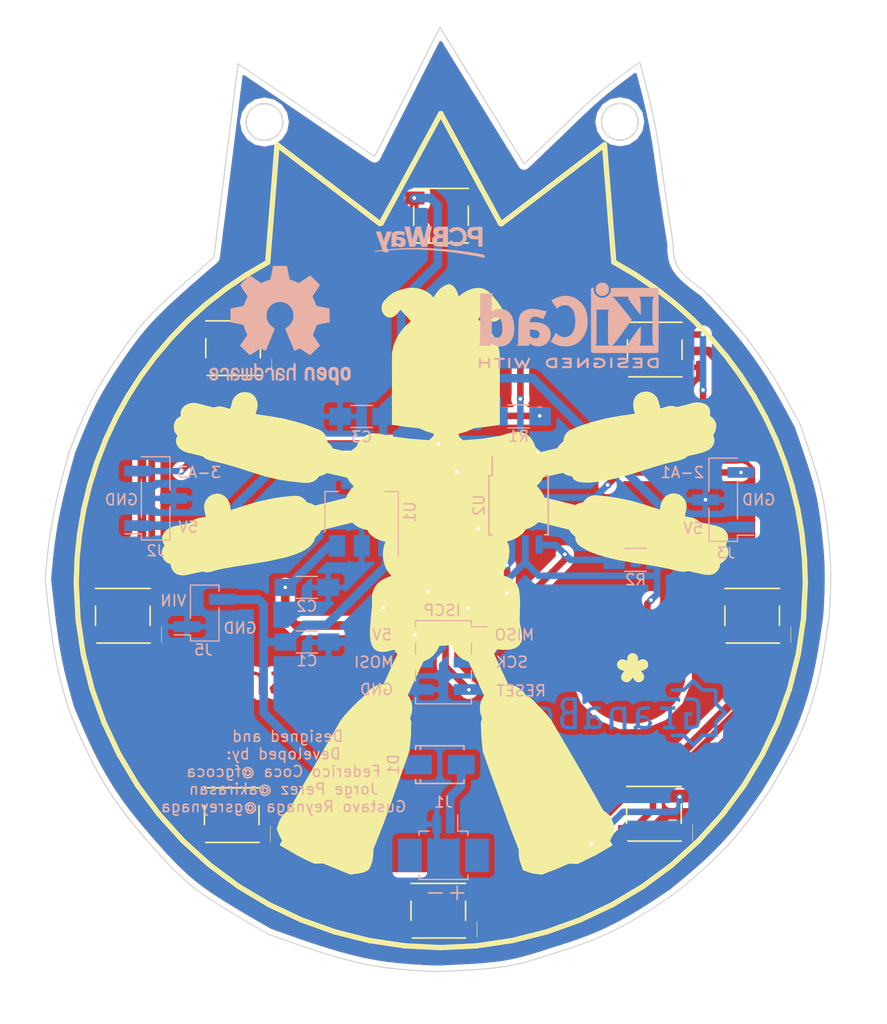
<source format=kicad_pcb>
(kicad_pcb (version 4) (host pcbnew 4.0.7)
  (title_block (title "Project Title"))
  (layers (0 F.Cu signal hide) (31 B.Cu signal) (34 B.Paste user hide) (35 F.Paste user hide) (36 B.SilkS user hide) (37 F.SilkS user hide) (38 B.Mask user) (39 F.Mask user) (44 Edge.Cuts user))
  (net 0 "")
  (net 1 GND)
  (net 2 +5V)
  (net 3 MISO-1-PWM)
  (net 4 VCC)
  (net 5 VBAT)
  (net 6 "Net-(D2-Pad2)")
  (net 7 3-A3)
  (net 8 4-A2)
  (net 9 RESET)
  (net 10 MOSI-0-PWM)
  (net 11 SCK-2-A1)
  (net 12 "Net-(LED1-Pad4)")
  (net 13 "Net-(LED2-Pad4)")
  (net 14 "Net-(LED3-Pad4)")
  (net 15 "Net-(LED4-Pad4)")
  (net 16 "Net-(LED5-Pad4)")
  (net 17 "Net-(LED6-Pad4)")
  (net 18 "Net-(LED7-Pad4)")
  (net 19 "Net-(LED8-Pad4)")
  (module Granabot:logo_letra_Mask (layer B.Cu) (at 152.908 117.094 180)
    (fp_text reference svg2mod4 hide)
    (fp_text value G***4 hide)
  )
  (module "Granabot:hormiga con borde" (layer F.Cu) (at 136.271 100.1522)
    (fp_text reference svg2mod4 hide)
    (fp_text value G***4 hide)
  )
  (module Connectors_Molex:Molex_PicoBlade_53261-0271_02x1.25mm_Angled (layer B.Cu) (at 136.525 128.905 180)
    (fp_text reference J1 (at 0 3.5 180) (layer B.SilkS) (effects (justify mirror)))
    (fp_text value CONN_01X02)
    (pad "" smd rect (at 3.125 -1.45 180) (size 2.2 3.1) (layers B.Cu B.Paste B.Mask))
    (pad "" smd rect (at -3.125 -1.45 180) (size 2.2 3.1) (layers B.Cu B.Paste B.Mask))
    (pad 2 smd rect (at 0.625 1.45 180) (size 0.8 1.7) (layers B.Cu B.Paste B.Mask) (net 1 GND))
    (pad 1 smd rect (at -0.625 1.45 180) (size 0.8 1.7) (layers B.Cu B.Paste B.Mask) (net 5 VBAT))
  )
  (module Pin_Headers:Pin_Header_Straight_2x03_Pitch2.54mm_SMD (layer B.Cu) (at 136.525 112.395 180)
    (fp_text reference J4 hide)
    (fp_text value CONN_02X03)
    (pad 6 smd rect (at 2.525 -2.54 180) (size 3.15 1) (layers B.Cu B.Paste B.Mask) (net 1 GND))
    (pad 5 smd rect (at -2.525 -2.54 180) (size 3.15 1) (layers B.Cu B.Paste B.Mask) (net 9 RESET))
    (pad 4 smd rect (at 2.525 0 180) (size 3.15 1) (layers B.Cu B.Paste B.Mask) (net 10 MOSI-0-PWM))
    (pad 3 smd rect (at -2.525 0 180) (size 3.15 1) (layers B.Cu B.Paste B.Mask) (net 11 SCK-2-A1))
    (pad 2 smd rect (at 2.525 2.54 180) (size 3.15 1) (layers B.Cu B.Paste B.Mask) (net 2 +5V))
    (pad 1 smd rect (at -2.525 2.54 180) (size 3.15 1) (layers B.Cu B.Paste B.Mask) (net 3 MISO-1-PWM))
  )
  (module Pin_Headers:Pin_Header_Straight_1x02_Pitch2.54mm_SMD_Pin1Left (layer B.Cu) (at 114.304 107.823)
    (fp_text reference J5 (at -0.131 3.429) (layer B.SilkS) (effects (justify mirror)))
    (fp_text value CONN_01X02)
    (pad 2 smd rect (at 1.655 -1.27) (size 2.51 1) (layers B.Cu B.Paste B.Mask) (net 4 VCC))
    (pad 1 smd rect (at -1.655 1.27) (size 2.51 1) (layers B.Cu B.Paste B.Mask) (net 1 GND))
  )
  (module OSHwi:WS2812B (layer F.Cu) (at 136.2964 70.866)
    (fp_text reference LED1)
    (fp_text value WS2812B hide)
    (pad 1 smd rect (at 2.4384 1.651) (size 1.8 1.2) (layers F.Cu F.Paste F.Mask) (net 1 GND))
    (pad 2 smd rect (at 2.4384 -1.651) (size 1.8 1.2) (layers F.Cu F.Paste F.Mask) (net 8 4-A2))
    (pad 3 smd rect (at -2.4384 -1.651) (size 1.8 1.2) (layers F.Cu F.Paste F.Mask) (net 2 +5V))
    (pad 4 smd rect (at -2.4384 1.651) (size 1.8 1.2) (layers F.Cu F.Paste F.Mask) (net 12 "Net-(LED1-Pad4)"))
  )
  (module OSHwi:WS2812B (layer F.Cu) (at 116.9416 83.185)
    (fp_text reference LED2)
    (fp_text value WS2812B hide)
    (pad 1 smd rect (at 2.4384 1.651) (size 1.8 1.2) (layers F.Cu F.Paste F.Mask) (net 1 GND))
    (pad 2 smd rect (at 2.4384 -1.651) (size 1.8 1.2) (layers F.Cu F.Paste F.Mask) (net 12 "Net-(LED1-Pad4)"))
    (pad 3 smd rect (at -2.4384 -1.651) (size 1.8 1.2) (layers F.Cu F.Paste F.Mask) (net 2 +5V))
    (pad 4 smd rect (at -2.4384 1.651) (size 1.8 1.2) (layers F.Cu F.Paste F.Mask) (net 13 "Net-(LED2-Pad4)"))
  )
  (module OSHwi:WS2812B (layer F.Cu) (at 106.68 108.077)
    (fp_text reference LED3)
    (fp_text value WS2812B hide)
    (pad 1 smd rect (at 2.4384 1.651) (size 1.8 1.2) (layers F.Cu F.Paste F.Mask) (net 1 GND))
    (pad 2 smd rect (at 2.4384 -1.651) (size 1.8 1.2) (layers F.Cu F.Paste F.Mask) (net 13 "Net-(LED2-Pad4)"))
    (pad 3 smd rect (at -2.4384 -1.651) (size 1.8 1.2) (layers F.Cu F.Paste F.Mask) (net 2 +5V))
    (pad 4 smd rect (at -2.4384 1.651) (size 1.8 1.2) (layers F.Cu F.Paste F.Mask) (net 14 "Net-(LED3-Pad4)"))
  )
  (module OSHwi:WS2812B (layer F.Cu) (at 116.8146 126.619)
    (fp_text reference LED4)
    (fp_text value WS2812B hide)
    (pad 1 smd rect (at 2.4384 1.651) (size 1.8 1.2) (layers F.Cu F.Paste F.Mask) (net 1 GND))
    (pad 2 smd rect (at 2.4384 -1.651) (size 1.8 1.2) (layers F.Cu F.Paste F.Mask) (net 14 "Net-(LED3-Pad4)"))
    (pad 3 smd rect (at -2.4384 -1.651) (size 1.8 1.2) (layers F.Cu F.Paste F.Mask) (net 2 +5V))
    (pad 4 smd rect (at -2.4384 1.651) (size 1.8 1.2) (layers F.Cu F.Paste F.Mask) (net 15 "Net-(LED4-Pad4)"))
  )
  (module OSHwi:WS2812B (layer F.Cu) (at 136.0424 135.509)
    (fp_text reference LED5)
    (fp_text value WS2812B hide)
    (pad 1 smd rect (at 2.4384 1.651) (size 1.8 1.2) (layers F.Cu F.Paste F.Mask) (net 1 GND))
    (pad 2 smd rect (at 2.4384 -1.651) (size 1.8 1.2) (layers F.Cu F.Paste F.Mask) (net 15 "Net-(LED4-Pad4)"))
    (pad 3 smd rect (at -2.4384 -1.651) (size 1.8 1.2) (layers F.Cu F.Paste F.Mask) (net 2 +5V))
    (pad 4 smd rect (at -2.4384 1.651) (size 1.8 1.2) (layers F.Cu F.Paste F.Mask) (net 16 "Net-(LED5-Pad4)"))
  )
  (module OSHwi:WS2812B (layer F.Cu) (at 156.1084 126.492)
    (fp_text reference LED6)
    (fp_text value WS2812B hide)
    (pad 1 smd rect (at 2.4384 1.651) (size 1.8 1.2) (layers F.Cu F.Paste F.Mask) (net 1 GND))
    (pad 2 smd rect (at 2.4384 -1.651) (size 1.8 1.2) (layers F.Cu F.Paste F.Mask) (net 16 "Net-(LED5-Pad4)"))
    (pad 3 smd rect (at -2.4384 -1.651) (size 1.8 1.2) (layers F.Cu F.Paste F.Mask) (net 2 +5V))
    (pad 4 smd rect (at -2.4384 1.651) (size 1.8 1.2) (layers F.Cu F.Paste F.Mask) (net 17 "Net-(LED6-Pad4)"))
  )
  (module OSHwi:WS2812B (layer F.Cu) (at 165.2524 108.077)
    (fp_text reference LED7)
    (fp_text value WS2812B hide)
    (pad 1 smd rect (at 2.4384 1.651) (size 1.8 1.2) (layers F.Cu F.Paste F.Mask) (net 1 GND))
    (pad 2 smd rect (at 2.4384 -1.651) (size 1.8 1.2) (layers F.Cu F.Paste F.Mask) (net 17 "Net-(LED6-Pad4)"))
    (pad 3 smd rect (at -2.4384 -1.651) (size 1.8 1.2) (layers F.Cu F.Paste F.Mask) (net 2 +5V))
    (pad 4 smd rect (at -2.4384 1.651) (size 1.8 1.2) (layers F.Cu F.Paste F.Mask) (net 18 "Net-(LED7-Pad4)"))
  )
  (module OSHwi:WS2812B (layer F.Cu) (at 156.1846 83.312)
    (fp_text reference LED8)
    (fp_text value WS2812B hide)
    (pad 1 smd rect (at 2.4384 1.651) (size 1.8 1.2) (layers F.Cu F.Paste F.Mask) (net 1 GND))
    (pad 2 smd rect (at 2.4384 -1.651) (size 1.8 1.2) (layers F.Cu F.Paste F.Mask) (net 18 "Net-(LED7-Pad4)"))
    (pad 3 smd rect (at -2.4384 -1.651) (size 1.8 1.2) (layers F.Cu F.Paste F.Mask) (net 2 +5V))
    (pad 4 smd rect (at -2.4384 1.651) (size 1.8 1.2) (layers F.Cu F.Paste F.Mask) (net 19 "Net-(LED8-Pad4)"))
  )
  (module TO_SOT_Packages_SMD:SOT-223-3Lead_TabPin2 (layer B.Cu) (at 128.905 98.425 90)
    (fp_text reference U1 (at 0 4.5 90) (layer B.SilkS) (effects (justify mirror)))
    (fp_text value LM340MP-5.0/NOPB)
    (pad 1 smd rect (at -3.15 2.3 90) (size 2 1.5) (layers B.Cu B.Paste B.Mask) (net 4 VCC))
    (pad 3 smd rect (at -3.15 -2.3 90) (size 2 1.5) (layers B.Cu B.Paste B.Mask) (net 2 +5V))
    (pad 2 smd rect (at -3.15 0 90) (size 2 1.5) (layers B.Cu B.Paste B.Mask) (net 1 GND))
    (pad 2 smd rect (at 3.15 0 90) (size 2 3.8) (layers B.Cu B.Paste B.Mask) (net 1 GND))
  )
  (module Granabot:CAPSENSE-CIRCLE2-D10MM (layer F.Cu) (at 154.051 113.03)
    (fp_text reference CAP1)
    (fp_text value CAPSENSE_CIRCLE hide)
    (pad 1 smd circle (at 0 0) (size 10.16 10.16) (layers F.Cu) (net 3 MISO-1-PWM) (clearance 0.508))
  )
  (module Symbols:OSHW-Logo2_14.6x12mm_SilkScreen (layer B.Cu) (at 121.3104 81.0768 180)
    (fp_text reference REF***OSHW hide)
    (fp_text value OSHW-Logo2_14.6x12mm_SilkScreen hide)
  )
  (module Symbols:KiCad-Logo2_8mm_SilkScreen (layer B.Cu) (at 148.1836 81.0514 180)
    (fp_text reference REF***KiCad hide)
    (fp_text value KiCad-Logo2_8mm_SilkScreen hide)
  )
  (module Pin_Headers:Pin_Header_Straight_1x03_Pitch2.54mm_SMD_Pin1Left (layer B.Cu) (at 109.732 97.155)
    (fp_text reference J2 (at 0 4.87) (layer B.SilkS) (effects (justify mirror)))
    (fp_text value CONN_01X03)
    (pad 2 smd rect (at 1.655 0) (size 2.51 1) (layers B.Cu B.Paste B.Mask) (net 1 GND))
    (pad 3 smd rect (at -1.655 -2.54) (size 2.51 1) (layers B.Cu B.Paste B.Mask) (net 7 3-A3))
    (pad 1 smd rect (at -1.655 2.54) (size 2.51 1) (layers B.Cu B.Paste B.Mask) (net 2 +5V))
  )
  (module Pin_Headers:Pin_Header_Straight_1x03_Pitch2.54mm_SMD_Pin1Right (layer B.Cu) (at 162.556 97.282)
    (fp_text reference J3 (at 0.258 4.953) (layer B.SilkS) (effects (justify mirror)))
    (fp_text value CONN_01X03)
    (pad 3 smd rect (at 1.655 -2.54) (size 2.51 1) (layers B.Cu B.Paste B.Mask) (net 11 SCK-2-A1))
    (pad 1 smd rect (at 1.655 2.54) (size 2.51 1) (layers B.Cu B.Paste B.Mask) (net 2 +5V))
    (pad 2 smd rect (at -1.655 0) (size 2.51 1) (layers B.Cu B.Paste B.Mask) (net 1 GND))
  )
  (module Capacitors_SMD:C_1206_HandSoldering (layer B.Cu) (at 123.825 110.5154)
    (fp_text reference C1 (at 0 1.75) (layer B.SilkS) (effects (justify mirror)))
    (fp_text value 4.7uF)
    (pad 2 smd rect (at 2 0) (size 2 1.6) (layers B.Cu B.Paste B.Mask) (net 1 GND))
    (pad 1 smd rect (at -2 0) (size 2 1.6) (layers B.Cu B.Paste B.Mask) (net 4 VCC))
  )
  (module Capacitors_SMD:C_1206_HandSoldering (layer B.Cu) (at 123.7996 105.4354)
    (fp_text reference C2 (at 0 1.75) (layer B.SilkS) (effects (justify mirror)))
    (fp_text value 4.7uF)
    (pad 2 smd rect (at 2 0) (size 2 1.6) (layers B.Cu B.Paste B.Mask) (net 1 GND))
    (pad 1 smd rect (at -2 0) (size 2 1.6) (layers B.Cu B.Paste B.Mask) (net 2 +5V))
  )
  (module Capacitors_SMD:C_1206_HandSoldering (layer B.Cu) (at 128.905 89.535 180)
    (fp_text reference C3 (at 0 -1.905 180) (layer B.SilkS) (effects (justify mirror)))
    (fp_text value 22nF)
    (pad 2 smd rect (at 2 0 180) (size 2 1.6) (layers B.Cu B.Paste B.Mask) (net 1 GND))
    (pad 1 smd rect (at -2 0 180) (size 2 1.6) (layers B.Cu B.Paste B.Mask) (net 2 +5V))
  )
  (module LEDs:LED_1206_HandSoldering (layer F.Cu) (at 136.8552 83.7184 180)
    (fp_text reference D2 (at 0 -1.85 180) (layer F.SilkS))
    (fp_text value ON)
    (pad 2 smd rect (at 2 0 180) (size 2 1.7) (layers F.Cu F.Paste F.Mask) (net 6 "Net-(D2-Pad2)"))
    (pad 1 smd rect (at -2 0 180) (size 2 1.7) (layers F.Cu F.Paste F.Mask) (net 1 GND))
  )
  (module Resistors_SMD:R_1206_HandSoldering (layer B.Cu) (at 143.51 89.535)
    (fp_text reference R1 (at 0 1.85) (layer B.SilkS) (effects (justify mirror)))
    (fp_text value 1k)
    (pad 2 smd rect (at 2 0) (size 2 1.7) (layers B.Cu B.Paste B.Mask) (net 6 "Net-(D2-Pad2)"))
    (pad 1 smd rect (at -2 0) (size 2 1.7) (layers B.Cu B.Paste B.Mask) (net 2 +5V))
  )
  (module Resistors_SMD:R_1206_HandSoldering (layer B.Cu) (at 154.4 102.87)
    (fp_text reference R2 (at 0 1.85) (layer B.SilkS) (effects (justify mirror)))
    (fp_text value "1M Ohms")
    (pad 2 smd rect (at 2 0) (size 2 1.7) (layers B.Cu B.Paste B.Mask) (net 3 MISO-1-PWM))
    (pad 1 smd rect (at -2 0) (size 2 1.7) (layers B.Cu B.Paste B.Mask) (net 10 MOSI-0-PWM))
  )
  (module Granabot:logo_letra_Cu (layer F.Cu) (at 118.7704 113.8682)
    (fp_text reference svg2mod1 hide)
    (fp_text value G***1 hide)
    (fp_poly (pts (xy -7.333423 2.742437) (xy -7.449553 2.626693) (xy -7.565828 2.5108) (xy -7.68221 2.3948) (xy -7.798383 2.279013) (xy -7.961671 2.279013) (xy -8.125166 2.279013) (xy -8.28881 2.279013) (xy -8.452159 2.279013) (xy -8.619247 2.269413) (xy -8.786545 2.259813) (xy -8.953996 2.250213) (xy -9.121146 2.240613) (xy -9.124986 2.073125) (xy -9.128826 1.905424) (xy -9.132666 1.737563) (xy -9.136506 1.570011) (xy -9.136506 1.359909) (xy -9.136506 1.150384) (xy -9.136506 0.939056) (xy -9.252223 0.823461) (xy -9.368086 0.707728) (xy -9.484057 0.591888) (xy -9.599817 0.476251) (xy -9.715534 0.360656) (xy -9.831397 0.244923) (xy -9.947367 0.129083) (xy -10.063127 0.013445) (xy -9.94741 -0.102853) (xy -9.831547 -0.219301) (xy -9.715577 -0.335856) (xy -9.599817 -0.452197) (xy -9.484099 -0.568496) (xy -9.368236 -0.684955) (xy -9.252266 -0.801509) (xy -9.136506 -0.917851) (xy -9.136506 -1.128592) (xy -9.136506 -1.338768) (xy -9.136506 -1.550747) (xy -9.129999 -1.720933) (xy -9.123492 -1.891323) (xy -9.116986 -2.061883) (xy -9.110479 -2.232123) (xy -8.940297 -2.244176) (xy -8.769901 -2.256229) (xy -8.599348 -2.268389) (xy -8.429104 -2.280443) (xy -8.265402 -2.280443) (xy -8.101492 -2.280443) (xy -7.937435 -2.280443) (xy -7.773671 -2.280443) (xy -7.65737 -2.396165) (xy -7.540922 -2.512027) (xy -7.424367 -2.627995) (xy -7.308022 -2.74376) (xy -7.191721 -2.859472) (xy -7.075273 -2.975344) (xy -6.958719 -3.091312) (xy -6.842374 -3.207067) (xy -6.726783 -3.091355) (xy -6.611047 -2.975483) (xy -6.495204 -2.859515) (xy -6.379571 -2.74376) (xy -6.26398 -2.628037) (xy -6.148244 -2.512176) (xy -6.032401 -2.396208) (xy -5.916768 -2.280443) (xy -5.72714 -2.280443) (xy -5.538031 -2.280443) (xy -5.34729 -2.280443) (xy -5.164277 -2.272976) (xy -4.981766 -2.265509) (xy -4.797679 -2.258043) (xy -4.725924 -2.095227) (xy -4.79593 -1.945968) (xy -4.996834 -1.940635) (xy -5.197189 -1.935301) (xy -5.399274 -1.929968) (xy -5.559853 -1.929968) (xy -5.720635 -1.929968) (xy -5.881563 -1.929968) (xy -6.042202 -1.929968) (xy -6.163089 -2.051504) (xy -6.283645 -2.172709) (xy -6.405242 -2.29496) (xy -6.541837 -2.425189) (xy -6.678058 -2.555056) (xy -6.815455 -2.686043) (xy -6.961484 -2.564645) (xy -7.107111 -2.443589) (xy -7.253998 -2.321477) (xy -7.384319 -2.191397) (xy -7.514283 -2.061669) (xy -7.645369 -1.930821) (xy -7.833119 -1.928688) (xy -8.020356 -1.926555) (xy -8.20921 -1.924421) (xy -8.396961 -1.922288) (xy -8.584198 -1.920155) (xy -8.773052 -1.918021) (xy -8.775292 -1.730267) (xy -8.777532 -1.543035) (xy -8.779772 -1.354181) (xy -8.782012 -1.166427) (xy -8.784252 -0.979195) (xy -8.786492 -0.790341) (xy -8.917677 -0.658917) (xy -9.048501 -0.527845) (xy -9.180457 -0.395653) (xy -9.311642 -0.264229) (xy -9.442466 -0.133168) (xy -9.574421 -0.000976) (xy -9.445182 0.128453) (xy -9.316295 0.25752) (xy -9.186297 0.387707) (xy -9.057056 0.517125) (xy -8.92817 0.646192) (xy -8.798171 0.776379) (xy -8.794011 0.966128) (xy -8.789851 1.155365) (xy -8.785691 1.346235) (xy -8.781531 1.535995) (xy -8.777371 1.725232) (xy -8.773211 1.916101) (xy -8.583455 1.920368) (xy -8.39422 1.924635) (xy -8.20335 1.928901) (xy -8.013595 1.933168) (xy -7.824359 1.937435) (xy -7.633489 1.941701) (xy -7.506055 2.068955) (xy -7.378972 2.195856) (xy -7.25079 2.323856) (xy -7.115438 2.451109) (xy -6.980455 2.578021) (xy -6.844308 2.706021) (xy -6.706133 2.576677) (xy -6.568337 2.447696) (xy -6.42935 2.317595) (xy -6.299095 2.188251) (xy -6.169197 2.059269) (xy -6.038176 1.929168) (xy -5.828359 1.929168) (xy -5.619119 1.929168) (xy -5.40807 1.929168) (xy -5.20646 1.935568) (xy -5.005403 1.941968) (xy -4.802608 1.948368) (xy -4.726085 2.111995) (xy -4.789776 2.260837) (xy -4.967725 2.267237) (xy -5.145187 2.273637) (xy -5.324181 2.280037) (xy -5.513211 2.280037) (xy -5.701722 2.280037) (xy -5.89186 2.280037) (xy -6.007524 2.395824) (xy -6.123333 2.511771) (xy -6.239249 2.627813) (xy -6.354956 2.743643) (xy -6.476942 2.859387) (xy -6.599082 2.97528) (xy -6.721333 3.09128) (xy -6.843364 3.207067) (xy -6.965817 3.09128) (xy -7.088422 2.975333) (xy -7.211141 2.859291) (xy -7.333638 2.743461) (xy -7.333587 2.744037) (xy -7.333423 2.742437)) (layer F.Cu) (width 0))
    (fp_poly (pts (xy -6.763411 1.543163) (xy -7.336785 1.363451) (xy -7.533615 0.815749) (xy -7.533615 -0.724656) (xy -7.336785 -1.26808) (xy -6.763411 -1.452069) (xy -6.160085 -1.452069) (xy -6.160085 -1.126875) (xy -6.806201 -1.126875) (xy -7.062935 -1.032688) (xy -7.161346 -0.805904) (xy -7.161346 0.897104) (xy -7.062935 1.123877) (xy -6.806201 1.218064) (xy -6.386867 1.218064) (xy -6.386867 0.289541) (xy -6.759133 0.289541) (xy -6.759133 -0.031387) (xy -6.031718 -0.031387) (xy -6.031718 1.543259) (xy -6.763411 1.543259) (xy -6.763411 1.543163)) (layer F.Cu) (width 0))
    (fp_poly (pts (xy -4.888982 1.222245) (xy -4.888982 -0.275376) (xy -5.201343 -0.275376) (xy -5.201343 -0.596293) (xy -4.54667 -0.596293) (xy -4.54667 -0.480763) (xy -4.204357 -0.596293) (xy -3.76363 -0.596293) (xy -3.76363 -0.253979) (xy -4.247147 -0.253979) (xy -4.452534 -0.164165) (xy -4.52527 0.011269) (xy -4.52527 1.222203) (xy -4.058869 1.222203) (xy -4.058869 1.54312) (xy -5.201338 1.54312) (xy -5.201338 1.222203) (xy -4.888977 1.222203) (xy -4.888982 1.222245)) (layer F.Cu) (width 0))
    (fp_poly (pts (xy -1.538331 1.543163) (xy -2.077471 1.222288) (xy -1.914873 1.162341) (xy -1.880643 1.008293) (xy -1.880643 0.537616) (xy -2.415507 0.537616) (xy -2.5995 0.610363) (xy -2.672236 0.794352) (xy -2.672236 1.008293) (xy -2.620886 1.170896) (xy -2.458288 1.222203) (xy -2.077465 1.222203) (xy -2.077471 1.222288) (xy -1.538331 1.543163) (xy -1.662419 1.508923) (xy -1.77367 1.414736) (xy -2.034684 1.543109) (xy -2.415507 1.543109) (xy -2.890466 1.414736) (xy -3.035949 0.965456) (xy -3.035949 0.879909) (xy -2.411228 0.216677) (xy -1.880643 0.216677) (xy -1.880643 0.002736) (xy -1.961945 -0.202651) (xy -2.201564 -0.275397) (xy -2.864795 -0.275397) (xy -2.864795 -0.596315) (xy -2.244353 -0.596315) (xy -1.696653 -0.433712) (xy -1.516939 0.088315) (xy -1.516939 1.115248) (xy -1.469867 1.213701) (xy -1.302989 1.243675) (xy -1.302989 1.543205) (xy -1.538329 1.543205) (xy -1.538331 1.543163)) (layer F.Cu) (width 0))
    (fp_poly (pts (xy -0.301459 -0.596293) (xy -0.301459 -0.493573) (xy 0.040853 -0.596293) (xy 0.237683 -0.596293) (xy 0.751152 -0.433691) (xy 0.922308 0.088336) (xy 0.922308 1.543163) (xy 0.558601 1.543163) (xy 0.558601 0.002757) (xy 0.481577 -0.198352) (xy 0.280468 -0.275365) (xy -0.00194 -0.275365) (xy -0.211606 -0.198352) (xy -0.280065 -0.040037) (xy -0.280065 1.543163) (xy -0.643772 1.543163) (xy -0.643772 -0.596293) (xy -0.301459 -0.596293)) (layer F.Cu) (width 0))
    (fp_poly (pts (xy 3.074866 1.543163) (xy 2.535726 1.222288) (xy 2.698324 1.162341) (xy 2.732554 1.008293) (xy 2.732554 0.537616) (xy 2.19769 0.537616) (xy 2.013697 0.610363) (xy 1.94095 0.794352) (xy 1.94095 1.008293) (xy 1.9923 1.170896) (xy 2.154898 1.222203) (xy 2.535722 1.222203) (xy 2.535726 1.222288) (xy 3.074866 1.543163) (xy 2.950778 1.508923) (xy 2.839526 1.414736) (xy 2.578513 1.543109) (xy 2.19769 1.543109) (xy 1.722731 1.414736) (xy 1.577248 0.965456) (xy 1.577248 0.879909) (xy 2.201969 0.216677) (xy 2.732554 0.216677) (xy 2.732554 0.002736) (xy 2.651252 -0.202651) (xy 2.411633 -0.275397) (xy 1.748402 -0.275397) (xy 1.748402 -0.596315) (xy 2.368844 -0.596315) (xy 2.916544 -0.433712) (xy 3.096258 0.088315) (xy 3.096258 1.115248) (xy 3.14333 1.213701) (xy 3.310208 1.243675) (xy 3.310208 1.543205) (xy 3.074868 1.543205) (xy 3.074866 1.543163)) (layer F.Cu) (width 0))
    (fp_poly (pts (xy 5.544062 0.867088) (xy 4.816643 -0.185531) (xy 5.039147 -0.271077) (xy 5.129003 -0.497861) (xy 5.129003 -0.823056) (xy 5.129008 -0.823077) (xy 5.051984 -1.058416) (xy 4.816643 -1.131163) (xy 4.333127 -1.131163) (xy 4.333127 -0.185531) (xy 4.816643 -0.185531) (xy 5.544062 0.867088) (xy 5.171797 0.443504) (xy 5.086219 0.220997) (xy 4.859437 0.135451) (xy 4.333132 0.135451) (xy 4.333132 1.222299) (xy 4.855158 1.222299) (xy 5.094777 1.149552) (xy 5.171801 0.909936) (xy 5.171801 0.443536) (xy 5.171797 0.443504) (xy 5.544062 0.867088) (xy 5.372906 1.389115) (xy 4.816647 1.543163) (xy 3.960866 1.543163) (xy 3.960866 -1.452069) (xy 4.765301 -1.452069) (xy 5.321559 -1.298032) (xy 5.501274 -0.78456) (xy 5.501274 -0.540667) (xy 5.265933 -0.044315) (xy 5.544062 0.481989) (xy 5.544062 0.867088)) (layer F.Cu) (width 0))
    (fp_poly (pts (xy 7.85494 0.858533) (xy 7.491233 0.002757) (xy 7.409932 -0.202629) (xy 7.170313 -0.275376) (xy 6.943531 -0.275376) (xy 6.703911 -0.202629) (xy 6.62261 0.002757) (xy 6.62261 0.944112) (xy 6.703911 1.149499) (xy 6.943531 1.222245) (xy 7.170313 1.222245) (xy 7.409932 1.149499) (xy 7.491233 0.944112) (xy 7.491233 0.002757) (xy 7.85494 0.858533) (xy 7.675226 1.38056) (xy 7.127525 1.543163) (xy 6.986322 1.543163) (xy 6.434342 1.38056) (xy 6.258908 0.858533) (xy 6.258908 0.088336) (xy 6.434342 -0.433691) (xy 6.986322 -0.596293) (xy 7.127525 -0.596293) (xy 7.675226 -0.433691) (xy 7.85494 0.088336) (xy 7.85494 0.858533)) (layer F.Cu) (width 0))
    (fp_poly (pts (xy 9.523982 1.543163) (xy 9.190227 1.401957) (xy 9.074697 1.029691) (xy 9.074697 -0.275376) (xy 8.668201 -0.275376) (xy 8.668201 -0.596293) (xy 9.074697 -0.596293) (xy 9.074697 -1.109765) (xy 9.438403 -1.109765) (xy 9.438403 -0.596293) (xy 10.063124 -0.596293) (xy 10.063124 -0.275376) (xy 9.438403 -0.275376) (xy 9.438403 1.051088) (xy 9.485475 1.183728) (xy 9.630958 1.222235) (xy 10.063127 1.222235) (xy 10.063127 1.543152) (xy 9.523985 1.543152) (xy 9.523982 1.543163)) (layer F.Cu) (width 0))
  )
  (module Granabot:logo_letra_Mask (layer F.Cu) (at 118.7704 113.8682)
    (fp_text reference svg2mod2 hide)
    (fp_text value G***2 hide)
  )
  (module Granabot:logo_letra_Cu (layer B.Cu) (at 152.908 117.094 180)
    (fp_text reference svg2mod3 hide)
    (fp_text value G***3 hide)
    (fp_poly (pts (xy -7.333423 -2.742437) (xy -7.449553 -2.626693) (xy -7.565828 -2.5108) (xy -7.68221 -2.3948) (xy -7.798383 -2.279013) (xy -7.961671 -2.279013) (xy -8.125166 -2.279013) (xy -8.28881 -2.279013) (xy -8.452159 -2.279013) (xy -8.619247 -2.269413) (xy -8.786545 -2.259813) (xy -8.953996 -2.250213) (xy -9.121146 -2.240613) (xy -9.124986 -2.073125) (xy -9.128826 -1.905424) (xy -9.132666 -1.737563) (xy -9.136506 -1.570011) (xy -9.136506 -1.359909) (xy -9.136506 -1.150384) (xy -9.136506 -0.939056) (xy -9.252223 -0.823461) (xy -9.368086 -0.707728) (xy -9.484057 -0.591888) (xy -9.599817 -0.476251) (xy -9.715534 -0.360656) (xy -9.831397 -0.244923) (xy -9.947367 -0.129083) (xy -10.063127 -0.013445) (xy -9.94741 0.102853) (xy -9.831547 0.219301) (xy -9.715577 0.335856) (xy -9.599817 0.452197) (xy -9.484099 0.568496) (xy -9.368236 0.684955) (xy -9.252266 0.801509) (xy -9.136506 0.917851) (xy -9.136506 1.128592) (xy -9.136506 1.338768) (xy -9.136506 1.550747) (xy -9.129999 1.720933) (xy -9.123492 1.891323) (xy -9.116986 2.061883) (xy -9.110479 2.232123) (xy -8.940297 2.244176) (xy -8.769901 2.256229) (xy -8.599348 2.268389) (xy -8.429104 2.280443) (xy -8.265402 2.280443) (xy -8.101492 2.280443) (xy -7.937435 2.280443) (xy -7.773671 2.280443) (xy -7.65737 2.396165) (xy -7.540922 2.512027) (xy -7.424367 2.627995) (xy -7.308022 2.74376) (xy -7.191721 2.859472) (xy -7.075273 2.975344) (xy -6.958719 3.091312) (xy -6.842374 3.207067) (xy -6.726783 3.091355) (xy -6.611047 2.975483) (xy -6.495204 2.859515) (xy -6.379571 2.74376) (xy -6.26398 2.628037) (xy -6.148244 2.512176) (xy -6.032401 2.396208) (xy -5.916768 2.280443) (xy -5.72714 2.280443) (xy -5.538031 2.280443) (xy -5.34729 2.280443) (xy -5.164277 2.272976) (xy -4.981766 2.265509) (xy -4.797679 2.258043) (xy -4.725924 2.095227) (xy -4.79593 1.945968) (xy -4.996834 1.940635) (xy -5.197189 1.935301) (xy -5.399274 1.929968) (xy -5.559853 1.929968) (xy -5.720635 1.929968) (xy -5.881563 1.929968) (xy -6.042202 1.929968) (xy -6.163089 2.051504) (xy -6.283645 2.172709) (xy -6.405242 2.29496) (xy -6.541837 2.425189) (xy -6.678058 2.555056) (xy -6.815455 2.686043) (xy -6.961484 2.564645) (xy -7.107111 2.443589) (xy -7.253998 2.321477) (xy -7.384319 2.191397) (xy -7.514283 2.061669) (xy -7.645369 1.930821) (xy -7.833119 1.928688) (xy -8.020356 1.926555) (xy -8.20921 1.924421) (xy -8.396961 1.922288) (xy -8.584198 1.920155) (xy -8.773052 1.918021) (xy -8.775292 1.730267) (xy -8.777532 1.543035) (xy -8.779772 1.354181) (xy -8.782012 1.166427) (xy -8.784252 0.979195) (xy -8.786492 0.790341) (xy -8.917677 0.658917) (xy -9.048501 0.527845) (xy -9.180457 0.395653) (xy -9.311642 0.264229) (xy -9.442466 0.133168) (xy -9.574421 0.000976) (xy -9.445182 -0.128453) (xy -9.316295 -0.25752) (xy -9.186297 -0.387707) (xy -9.057056 -0.517125) (xy -8.92817 -0.646192) (xy -8.798171 -0.776379) (xy -8.794011 -0.966128) (xy -8.789851 -1.155365) (xy -8.785691 -1.346235) (xy -8.781531 -1.535995) (xy -8.777371 -1.725232) (xy -8.773211 -1.916101) (xy -8.583455 -1.920368) (xy -8.39422 -1.924635) (xy -8.20335 -1.928901) (xy -8.013595 -1.933168) (xy -7.824359 -1.937435) (xy -7.633489 -1.941701) (xy -7.506055 -2.068955) (xy -7.378972 -2.195856) (xy -7.25079 -2.323856) (xy -7.115438 -2.451109) (xy -6.980455 -2.578021) (xy -6.844308 -2.706021) (xy -6.706133 -2.576677) (xy -6.568337 -2.447696) (xy -6.42935 -2.317595) (xy -6.299095 -2.188251) (xy -6.169197 -2.059269) (xy -6.038176 -1.929168) (xy -5.828359 -1.929168) (xy -5.619119 -1.929168) (xy -5.40807 -1.929168) (xy -5.20646 -1.935568) (xy -5.005403 -1.941968) (xy -4.802608 -1.948368) (xy -4.726085 -2.111995) (xy -4.789776 -2.260837) (xy -4.967725 -2.267237) (xy -5.145187 -2.273637) (xy -5.324181 -2.280037) (xy -5.513211 -2.280037) (xy -5.701722 -2.280037) (xy -5.89186 -2.280037) (xy -6.007524 -2.395824) (xy -6.123333 -2.511771) (xy -6.239249 -2.627813) (xy -6.354956 -2.743643) (xy -6.476942 -2.859387) (xy -6.599082 -2.97528) (xy -6.721333 -3.09128) (xy -6.843364 -3.207067) (xy -6.965817 -3.09128) (xy -7.088422 -2.975333) (xy -7.211141 -2.859291) (xy -7.333638 -2.743461) (xy -7.333587 -2.744037) (xy -7.333423 -2.742437)) (layer B.Cu) (width 0))
    (fp_poly (pts (xy -6.763411 -1.543163) (xy -7.336785 -1.363451) (xy -7.533615 -0.815749) (xy -7.533615 0.724656) (xy -7.336785 1.26808) (xy -6.763411 1.452069) (xy -6.160085 1.452069) (xy -6.160085 1.126875) (xy -6.806201 1.126875) (xy -7.062935 1.032688) (xy -7.161346 0.805904) (xy -7.161346 -0.897104) (xy -7.062935 -1.123877) (xy -6.806201 -1.218064) (xy -6.386867 -1.218064) (xy -6.386867 -0.289541) (xy -6.759133 -0.289541) (xy -6.759133 0.031387) (xy -6.031718 0.031387) (xy -6.031718 -1.543259) (xy -6.763411 -1.543259) (xy -6.763411 -1.543163)) (layer B.Cu) (width 0))
    (fp_poly (pts (xy -4.888982 -1.222245) (xy -4.888982 0.275376) (xy -5.201343 0.275376) (xy -5.201343 0.596293) (xy -4.54667 0.596293) (xy -4.54667 0.480763) (xy -4.204357 0.596293) (xy -3.76363 0.596293) (xy -3.76363 0.253979) (xy -4.247147 0.253979) (xy -4.452534 0.164165) (xy -4.52527 -0.011269) (xy -4.52527 -1.222203) (xy -4.058869 -1.222203) (xy -4.058869 -1.54312) (xy -5.201338 -1.54312) (xy -5.201338 -1.222203) (xy -4.888977 -1.222203) (xy -4.888982 -1.222245)) (layer B.Cu) (width 0))
    (fp_poly (pts (xy -1.538331 -1.543163) (xy -2.077471 -1.222288) (xy -1.914873 -1.162341) (xy -1.880643 -1.008293) (xy -1.880643 -0.537616) (xy -2.415507 -0.537616) (xy -2.5995 -0.610363) (xy -2.672236 -0.794352) (xy -2.672236 -1.008293) (xy -2.620886 -1.170896) (xy -2.458288 -1.222203) (xy -2.077465 -1.222203) (xy -2.077471 -1.222288) (xy -1.538331 -1.543163) (xy -1.662419 -1.508923) (xy -1.77367 -1.414736) (xy -2.034684 -1.543109) (xy -2.415507 -1.543109) (xy -2.890466 -1.414736) (xy -3.035949 -0.965456) (xy -3.035949 -0.879909) (xy -2.411228 -0.216677) (xy -1.880643 -0.216677) (xy -1.880643 -0.002736) (xy -1.961945 0.202651) (xy -2.201564 0.275397) (xy -2.864795 0.275397) (xy -2.864795 0.596315) (xy -2.244353 0.596315) (xy -1.696653 0.433712) (xy -1.516939 -0.088315) (xy -1.516939 -1.115248) (xy -1.469867 -1.213701) (xy -1.302989 -1.243675) (xy -1.302989 -1.543205) (xy -1.538329 -1.543205) (xy -1.538331 -1.543163)) (layer B.Cu) (width 0))
    (fp_poly (pts (xy -0.301459 0.596293) (xy -0.301459 0.493573) (xy 0.040853 0.596293) (xy 0.237683 0.596293) (xy 0.751152 0.433691) (xy 0.922308 -0.088336) (xy 0.922308 -1.543163) (xy 0.558601 -1.543163) (xy 0.558601 -0.002757) (xy 0.481577 0.198352) (xy 0.280468 0.275365) (xy -0.00194 0.275365) (xy -0.211606 0.198352) (xy -0.280065 0.040037) (xy -0.280065 -1.543163) (xy -0.643772 -1.543163) (xy -0.643772 0.596293) (xy -0.301459 0.596293)) (layer B.Cu) (width 0))
    (fp_poly (pts (xy 3.074866 -1.543163) (xy 2.535726 -1.222288) (xy 2.698324 -1.162341) (xy 2.732554 -1.008293) (xy 2.732554 -0.537616) (xy 2.19769 -0.537616) (xy 2.013697 -0.610363) (xy 1.94095 -0.794352) (xy 1.94095 -1.008293) (xy 1.9923 -1.170896) (xy 2.154898 -1.222203) (xy 2.535722 -1.222203) (xy 2.535726 -1.222288) (xy 3.074866 -1.543163) (xy 2.950778 -1.508923) (xy 2.839526 -1.414736) (xy 2.578513 -1.543109) (xy 2.19769 -1.543109) (xy 1.722731 -1.414736) (xy 1.577248 -0.965456) (xy 1.577248 -0.879909) (xy 2.201969 -0.216677) (xy 2.732554 -0.216677) (xy 2.732554 -0.002736) (xy 2.651252 0.202651) (xy 2.411633 0.275397) (xy 1.748402 0.275397) (xy 1.748402 0.596315) (xy 2.368844 0.596315) (xy 2.916544 0.433712) (xy 3.096258 -0.088315) (xy 3.096258 -1.115248) (xy 3.14333 -1.213701) (xy 3.310208 -1.243675) (xy 3.310208 -1.543205) (xy 3.074868 -1.543205) (xy 3.074866 -1.543163)) (layer B.Cu) (width 0))
    (fp_poly (pts (xy 5.544062 -0.867088) (xy 4.816643 0.185531) (xy 5.039147 0.271077) (xy 5.129003 0.497861) (xy 5.129003 0.823056) (xy 5.129008 0.823077) (xy 5.051984 1.058416) (xy 4.816643 1.131163) (xy 4.333127 1.131163) (xy 4.333127 0.185531) (xy 4.816643 0.185531) (xy 5.544062 -0.867088) (xy 5.171797 -0.443504) (xy 5.086219 -0.220997) (xy 4.859437 -0.135451) (xy 4.333132 -0.135451) (xy 4.333132 -1.222299) (xy 4.855158 -1.222299) (xy 5.094777 -1.149552) (xy 5.171801 -0.909936) (xy 5.171801 -0.443536) (xy 5.171797 -0.443504) (xy 5.544062 -0.867088) (xy 5.372906 -1.389115) (xy 4.816647 -1.543163) (xy 3.960866 -1.543163) (xy 3.960866 1.452069) (xy 4.765301 1.452069) (xy 5.321559 1.298032) (xy 5.501274 0.78456) (xy 5.501274 0.540667) (xy 5.265933 0.044315) (xy 5.544062 -0.481989) (xy 5.544062 -0.867088)) (layer B.Cu) (width 0))
    (fp_poly (pts (xy 7.85494 -0.858533) (xy 7.491233 -0.002757) (xy 7.409932 0.202629) (xy 7.170313 0.275376) (xy 6.943531 0.275376) (xy 6.703911 0.202629) (xy 6.62261 -0.002757) (xy 6.62261 -0.944112) (xy 6.703911 -1.149499) (xy 6.943531 -1.222245) (xy 7.170313 -1.222245) (xy 7.409932 -1.149499) (xy 7.491233 -0.944112) (xy 7.491233 -0.002757) (xy 7.85494 -0.858533) (xy 7.675226 -1.38056) (xy 7.127525 -1.543163) (xy 6.986322 -1.543163) (xy 6.434342 -1.38056) (xy 6.258908 -0.858533) (xy 6.258908 -0.088336) (xy 6.434342 0.433691) (xy 6.986322 0.596293) (xy 7.127525 0.596293) (xy 7.675226 0.433691) (xy 7.85494 -0.088336) (xy 7.85494 -0.858533)) (layer B.Cu) (width 0))
    (fp_poly (pts (xy 9.523982 -1.543163) (xy 9.190227 -1.401957) (xy 9.074697 -1.029691) (xy 9.074697 0.275376) (xy 8.668201 0.275376) (xy 8.668201 0.596293) (xy 9.074697 0.596293) (xy 9.074697 1.109765) (xy 9.438403 1.109765) (xy 9.438403 0.596293) (xy 10.063124 0.596293) (xy 10.063124 0.275376) (xy 9.438403 0.275376) (xy 9.438403 -1.051088) (xy 9.485475 -1.183728) (xy 9.630958 -1.222235) (xy 10.063127 -1.222235) (xy 10.063127 -1.543152) (xy 9.523985 -1.543152) (xy 9.523982 -1.543163)) (layer B.Cu) (width 0))
  )
  (module OSHwi:pcbway3 (layer B.Cu) (at 135.2042 73.3298 180)
    (fp_text reference PCBway-3 hide)
    (fp_text value LOGO-3 hide)
  )
  (module Housings_SOIC:SOIJ-8_5.3x5.3mm_Pitch1.27mm (layer B.Cu) (at 143.51 97.79 270)
    (fp_text reference U2 (at 0 3.68 270) (layer B.SilkS) (effects (justify mirror)))
    (fp_text value ATTINY85-20SU)
    (pad 1 smd rect (at -3.65 1.905 270) (size 1.7 0.65) (layers B.Cu B.Paste B.Mask) (net 9 RESET))
    (pad 2 smd rect (at -3.65 0.635 270) (size 1.7 0.65) (layers B.Cu B.Paste B.Mask) (net 7 3-A3))
    (pad 3 smd rect (at -3.65 -0.635 270) (size 1.7 0.65) (layers B.Cu B.Paste B.Mask) (net 8 4-A2))
    (pad 4 smd rect (at -3.65 -1.905 270) (size 1.7 0.65) (layers B.Cu B.Paste B.Mask) (net 1 GND))
    (pad 5 smd rect (at 3.65 -1.905 270) (size 1.7 0.65) (layers B.Cu B.Paste B.Mask) (net 10 MOSI-0-PWM))
    (pad 6 smd rect (at 3.65 -0.635 270) (size 1.7 0.65) (layers B.Cu B.Paste B.Mask) (net 3 MISO-1-PWM))
    (pad 7 smd rect (at 3.65 0.635 270) (size 1.7 0.65) (layers B.Cu B.Paste B.Mask) (net 11 SCK-2-A1))
    (pad 8 smd rect (at 3.65 1.905 270) (size 1.7 0.65) (layers B.Cu B.Paste B.Mask) (net 2 +5V))
  )
  (module Wickerlib:DIODE-SMA (layer B.Cu) (at 136.17702 121.92)
    (fp_text reference D1)
    (fp_text value MBRA140 hide)
    (fp_text user %R (at -4.318 0 270) (layer B.SilkS) (effects (justify mirror)))
    (pad 1 smd rect (at -1.99898 0) (size 2.49936 1.80086) (layers B.Cu B.Paste B.Mask) (net 4 VCC))
    (pad 2 smd rect (at 1.99898 0) (size 2.49936 1.80086) (layers B.Cu B.Paste B.Mask) (net 5 VBAT))
  )
  (gr_circle (center 119.8626 62.1538) (end 121.031 63.3984) (layer Edge.Cuts) (width 0.1524))
  (gr_circle (center 152.9334 62.1284) (end 154.1018 63.373) (layer Edge.Cuts) (width 0.1524))
  (gr_text - (at 135.763 133.731) (layer B.SilkS) (effects (font (size 1.6 1.6) (thickness 0.1524)) (justify mirror)))
  (gr_text + (at 137.795 133.731) (layer B.SilkS) (effects (font (size 1.6 1.6) (thickness 0.1524)) (justify mirror)))
  (gr_text ISCP (at 136.398 107.569) (layer B.SilkS) (effects (font (size 1.016 1.016) (thickness 0.1524)) (justify mirror)))
  (gr_text 5V (at 159.766 99.949) (layer B.SilkS) (effects (font (size 1.016 1.016) (thickness 0.1524)) (justify mirror)))
  (gr_text GND (at 165.862 97.282) (layer B.SilkS) (effects (font (size 1.016 1.016) (thickness 0.1524)) (justify mirror)))
  (gr_text 5V (at 112.776 99.822) (layer B.SilkS) (effects (font (size 1.016 1.016) (thickness 0.1524)) (justify mirror)))
  (gr_text GND (at 106.553 97.282) (layer B.SilkS) (effects (font (size 1.016 1.016) (thickness 0.1524)) (justify mirror)))
  (gr_text "Designed and \nDeveloped by:\nFederico Coca @fgcoca\nJorge Perez @akirasan\nGustavo Reynaga @gsreynaga" (at 121.6406 122.555) (layer B.SilkS) (effects (font (size 1.016 1.016) (thickness 0.1524)) (justify mirror)))
  (gr_text VIN (at 111.379 106.68) (layer B.SilkS) (effects (font (size 1.016 1.016) (thickness 0.1524)) (justify mirror)))
  (gr_text GND (at 117.602 109.22) (layer B.SilkS) (effects (font (size 1.016 1.016) (thickness 0.1524)) (justify mirror)))
  (gr_text 2-A1 (at 158.75 94.742) (layer B.SilkS) (effects (font (size 1.016 1.016) (thickness 0.1524)) (justify mirror)))
  (gr_text 3-A3 (at 113.792 94.742) (layer B.SilkS) (effects (font (size 1.016 1.016) (thickness 0.1524)) (justify mirror)))
  (gr_text 5V (at 130.81 109.855) (layer B.SilkS) (effects (font (size 1.016 1.016) (thickness 0.1524)) (justify mirror)))
  (gr_text MOSI (at 130.048 112.395) (layer B.SilkS) (effects (font (size 1.016 1.016) (thickness 0.1524)) (justify mirror)))
  (gr_text GND (at 130.302 114.935) (layer B.SilkS) (effects (font (size 1.016 1.016) (thickness 0.1524)) (justify mirror)))
  (gr_text RESET (at 143.764 115.062) (layer B.SilkS) (effects (font (size 1.016 1.016) (thickness 0.1524)) (justify mirror)))
  (gr_text SCK (at 142.875 112.395) (layer B.SilkS) (effects (font (size 1.016 1.016) (thickness 0.1524)) (justify mirror)))
  (gr_text MISO (at 143.129 109.855) (layer B.SilkS) (effects (font (size 1.016 1.016) (thickness 0.1524)) (justify mirror)))
  (gr_text * (at 154.1272 114.2492) (layer F.SilkS) (effects (font (size 4 4) (thickness 1))))
  (gr_line (start 116.401525 64.786061) (end 116.449326 64.402071) (layer Edge.Cuts) (width 0.1))
  (gr_line (start 116.640493 62.866106) (end 116.688291 62.482115) (layer Edge.Cuts) (width 0.1))
  (gr_line (start 151.135043 59.348714) (end 151.369706 59.153944) (layer Edge.Cuts) (width 0.1))
  (gr_line (start 150.90218 59.545621) (end 151.135043 59.348714) (layer Edge.Cuts) (width 0.1))
  (gr_line (start 150.671133 59.744685) (end 150.90218 59.545621) (layer Edge.Cuts) (width 0.1))
  (gr_line (start 119.8392 58.37818) (end 120.109576 58.562164) (layer Edge.Cuts) (width 0.1))
  (gr_line (start 116.018521 67.857907) (end 116.066484 67.473937) (layer Edge.Cuts) (width 0.1))
  (gr_line (start 118.487321 57.458262) (end 118.757696 57.642246) (layer Edge.Cuts) (width 0.1))
  (gr_line (start 116.353716 65.17005) (end 116.401525 64.786061) (layer Edge.Cuts) (width 0.1))
  (gr_line (start 139.864613 59.286899) (end 140.030998 59.557275) (layer Edge.Cuts) (width 0.1))
  (gr_line (start 139.698228 59.016523) (end 139.864613 59.286899) (layer Edge.Cuts) (width 0.1))
  (gr_line (start 139.531843 58.746147) (end 139.698228 59.016523) (layer Edge.Cuts) (width 0.1))
  (gr_line (start 156.49338 64.051284) (end 156.550257 64.412461) (layer Edge.Cuts) (width 0.1))
  (gr_line (start 156.434642 63.690481) (end 156.49338 64.051284) (layer Edge.Cuts) (width 0.1))
  (gr_line (start 156.3738 63.330102) (end 156.434642 63.690481) (layer Edge.Cuts) (width 0.1))
  (gr_line (start 171.007122 94.065141) (end 171.073243 94.272915) (layer Edge.Cuts) (width 0.1))
  (gr_line (start 170.940248 93.857618) (end 171.007122 94.065141) (layer Edge.Cuts) (width 0.1))
  (gr_line (start 170.872747 93.65033) (end 170.940248 93.857618) (layer Edge.Cuts) (width 0.1))
  (gr_line (start 170.804739 93.443256) (end 170.872747 93.65033) (layer Edge.Cuts) (width 0.1))
  (gr_line (start 170.736289 93.236383) (end 170.804739 93.443256) (layer Edge.Cuts) (width 0.1))
  (gr_line (start 170.667425 93.029696) (end 170.736289 93.236383) (layer Edge.Cuts) (width 0.1))
  (gr_line (start 116.975206 60.178189) (end 117.023042 59.794203) (layer Edge.Cuts) (width 0.1))
  (gr_line (start 148.339337 138.979225) (end 148.081475 139.064148) (layer Edge.Cuts) (width 0.1))
  (gr_line (start 148.59675 138.893119) (end 148.339337 138.979225) (layer Edge.Cuts) (width 0.1))
  (gr_line (start 148.853647 138.80566) (end 148.59675 138.893119) (layer Edge.Cuts) (width 0.1))
  (gr_line (start 149.109964 138.716679) (end 148.853647 138.80566) (layer Edge.Cuts) (width 0.1))
  (gr_line (start 149.365638 138.626008) (end 149.109964 138.716679) (layer Edge.Cuts) (width 0.1))
  (gr_line (start 149.620604 138.533477) (end 149.365638 138.626008) (layer Edge.Cuts) (width 0.1))
  (gr_line (start 149.874797 138.438918) (end 149.620604 138.533477) (layer Edge.Cuts) (width 0.1))
  (gr_line (start 150.128153 138.34216) (end 149.874797 138.438918) (layer Edge.Cuts) (width 0.1))
  (gr_line (start 150.380607 138.243036) (end 150.128153 138.34216) (layer Edge.Cuts) (width 0.1))
  (gr_line (start 150.632096 138.141377) (end 150.380607 138.243036) (layer Edge.Cuts) (width 0.1))
  (gr_line (start 150.882576 138.037097) (end 150.632096 138.141377) (layer Edge.Cuts) (width 0.1))
  (gr_line (start 151.132033 137.930237) (end 150.882576 138.037097) (layer Edge.Cuts) (width 0.1))
  (gr_line (start 151.380459 137.820849) (end 151.132033 137.930237) (layer Edge.Cuts) (width 0.1))
  (gr_line (start 131.927722 61.785877) (end 132.057311 61.529899) (layer Edge.Cuts) (width 0.1))
  (gr_line (start 131.798134 62.041854) (end 131.927722 61.785877) (layer Edge.Cuts) (width 0.1))
  (gr_line (start 156.310611 62.970195) (end 156.3738 63.330102) (layer Edge.Cuts) (width 0.1))
  (gr_line (start 156.24483 62.610811) (end 156.310611 62.970195) (layer Edge.Cuts) (width 0.1))
  (gr_line (start 156.176216 62.251999) (end 156.24483 62.610811) (layer Edge.Cuts) (width 0.1))
  (gr_line (start 135.037844 55.642424) (end 135.167432 55.386447) (layer Edge.Cuts) (width 0.1))
  (gr_line (start 134.908255 55.898401) (end 135.037844 55.642424) (layer Edge.Cuts) (width 0.1))
  (gr_line (start 170.598178 92.823183) (end 170.667425 93.029696) (layer Edge.Cuts) (width 0.1))
  (gr_line (start 170.528577 92.61683) (end 170.598178 92.823183) (layer Edge.Cuts) (width 0.1))
  (gr_line (start 170.458651 92.410623) (end 170.528577 92.61683) (layer Edge.Cuts) (width 0.1))
  (gr_line (start 170.38843 92.20455) (end 170.458651 92.410623) (layer Edge.Cuts) (width 0.1))
  (gr_line (start 170.317943 91.998597) (end 170.38843 92.20455) (layer Edge.Cuts) (width 0.1))
  (gr_line (start 170.247221 91.79275) (end 170.317943 91.998597) (layer Edge.Cuts) (width 0.1))
  (gr_line (start 157.981121 74.684342) (end 158.003353 74.801709) (layer Edge.Cuts) (width 0.1))
  (gr_line (start 157.962456 74.565548) (end 157.981121 74.684342) (layer Edge.Cuts) (width 0.1))
  (gr_line (start 157.947002 74.44547) (end 157.962456 74.565548) (layer Edge.Cuts) (width 0.1))
  (gr_line (start 157.934401 74.324251) (end 157.947002 74.44547) (layer Edge.Cuts) (width 0.1))
  (gr_line (start 171.714798 96.580338) (end 171.762044 96.792576) (layer Edge.Cuts) (width 0.1))
  (gr_line (start 171.665285 96.368574) (end 171.714798 96.580338) (layer Edge.Cuts) (width 0.1))
  (gr_line (start 171.613632 96.157265) (end 171.665285 96.368574) (layer Edge.Cuts) (width 0.1))
  (gr_line (start 171.559964 95.946392) (end 171.613632 96.157265) (layer Edge.Cuts) (width 0.1))
  (gr_line (start 171.504408 95.735938) (end 171.559964 95.946392) (layer Edge.Cuts) (width 0.1))
  (gr_line (start 171.44709 95.525883) (end 171.504408 95.735938) (layer Edge.Cuts) (width 0.1))
  (gr_line (start 150.44178 59.945758) (end 150.671133 59.744685) (layer Edge.Cuts) (width 0.1))
  (gr_line (start 150.213988 60.148679) (end 150.44178 59.945758) (layer Edge.Cuts) (width 0.1))
  (gr_line (start 149.987624 60.35329) (end 150.213988 60.148679) (layer Edge.Cuts) (width 0.1))
  (gr_line (start 158.287759 75.571656) (end 158.34897 75.67318) (layer Edge.Cuts) (width 0.1))
  (gr_line (start 158.23149 75.468) (end 158.287759 75.571656) (layer Edge.Cuts) (width 0.1))
  (gr_line (start 158.180514 75.362146) (end 158.23149 75.468) (layer Edge.Cuts) (width 0.1))
  (gr_line (start 158.135093 75.254054) (end 158.180514 75.362146) (layer Edge.Cuts) (width 0.1))
  (gr_line (start 156.916738 66.946992) (end 156.967491 67.309372) (layer Edge.Cuts) (width 0.1))
  (gr_line (start 156.866071 66.584589) (end 156.916738 66.946992) (layer Edge.Cuts) (width 0.1))
  (gr_line (start 156.815248 66.222213) (end 156.866071 66.584589) (layer Edge.Cuts) (width 0.1))
  (gr_line (start 156.764024 65.859912) (end 156.815248 66.222213) (layer Edge.Cuts) (width 0.1))
  (gr_line (start 126.868973 63.161754) (end 127.139349 63.345737) (layer Edge.Cuts) (width 0.1))
  (gr_line (start 126.598597 62.97777) (end 126.868973 63.161754) (layer Edge.Cuts) (width 0.1))
  (gr_line (start 99.926823 108.821789) (end 99.893509 108.561485) (layer Edge.Cuts) (width 0.1))
  (gr_line (start 99.960895 109.082026) (end 99.926823 108.821789) (layer Edge.Cuts) (width 0.1))
  (gr_line (start 99.99581 109.342171) (end 99.960895 109.082026) (layer Edge.Cuts) (width 0.1))
  (gr_line (start 100.031656 109.602198) (end 99.99581 109.342171) (layer Edge.Cuts) (width 0.1))
  (gr_line (start 100.06852 109.862081) (end 100.031656 109.602198) (layer Edge.Cuts) (width 0.1))
  (gr_line (start 100.10649 110.121792) (end 100.06852 109.862081) (layer Edge.Cuts) (width 0.1))
  (gr_line (start 100.145653 110.381305) (end 100.10649 110.121792) (layer Edge.Cuts) (width 0.1))
  (gr_line (start 100.186097 110.640594) (end 100.145653 110.381305) (layer Edge.Cuts) (width 0.1))
  (gr_line (start 100.22791 110.899633) (end 100.186097 110.640594) (layer Edge.Cuts) (width 0.1))
  (gr_line (start 100.271179 111.158393) (end 100.22791 110.899633) (layer Edge.Cuts) (width 0.1))
  (gr_line (start 100.315992 111.41685) (end 100.271179 111.158393) (layer Edge.Cuts) (width 0.1))
  (gr_line (start 100.362437 111.674977) (end 100.315992 111.41685) (layer Edge.Cuts) (width 0.1))
  (gr_line (start 100.410601 111.932746) (end 100.362437 111.674977) (layer Edge.Cuts) (width 0.1))
  (gr_line (start 100.460571 112.190132) (end 100.410601 111.932746) (layer Edge.Cuts) (width 0.1))
  (gr_line (start 100.512436 112.447108) (end 100.460571 112.190132) (layer Edge.Cuts) (width 0.1))
  (gr_line (start 100.566283 112.703648) (end 100.512436 112.447108) (layer Edge.Cuts) (width 0.1))
  (gr_line (start 100.622188 112.959727) (end 100.566283 112.703648) (layer Edge.Cuts) (width 0.1))
  (gr_line (start 100.680099 113.215355) (end 100.622188 112.959727) (layer Edge.Cuts) (width 0.1))
  (gr_line (start 100.739885 113.470562) (end 100.680099 113.215355) (layer Edge.Cuts) (width 0.1))
  (gr_line (start 100.80141 113.725378) (end 100.739885 113.470562) (layer Edge.Cuts) (width 0.1))
  (gr_line (start 100.864541 113.979833) (end 100.80141 113.725378) (layer Edge.Cuts) (width 0.1))
  (gr_line (start 100.929145 114.233957) (end 100.864541 113.979833) (layer Edge.Cuts) (width 0.1))
  (gr_line (start 100.995086 114.48778) (end 100.929145 114.233957) (layer Edge.Cuts) (width 0.1))
  (gr_line (start 101.062233 114.741332) (end 100.995086 114.48778) (layer Edge.Cuts) (width 0.1))
  (gr_line (start 101.13045 114.994643) (end 101.062233 114.741332) (layer Edge.Cuts) (width 0.1))
  (gr_line (start 101.199605 115.247744) (end 101.13045 114.994643) (layer Edge.Cuts) (width 0.1))
  (gr_line (start 101.269562 115.500664) (end 101.199605 115.247744) (layer Edge.Cuts) (width 0.1))
  (gr_line (start 101.340189 115.753434) (end 101.269562 115.500664) (layer Edge.Cuts) (width 0.1))
  (gr_line (start 101.41135 116.006083) (end 101.340189 115.753434) (layer Edge.Cuts) (width 0.1))
  (gr_line (start 101.482914 116.258642) (end 101.41135 116.006083) (layer Edge.Cuts) (width 0.1))
  (gr_line (start 101.554745 116.511141) (end 101.482914 116.258642) (layer Edge.Cuts) (width 0.1))
  (gr_line (start 101.62671 116.76361) (end 101.554745 116.511141) (layer Edge.Cuts) (width 0.1))
  (gr_line (start 101.750834 117.059992) (end 101.62671 116.76361) (layer Edge.Cuts) (width 0.1))
  (gr_line (start 101.875124 117.356298) (end 101.750834 117.059992) (layer Edge.Cuts) (width 0.1))
  (gr_line (start 101.999745 117.652453) (end 101.875124 117.356298) (layer Edge.Cuts) (width 0.1))
  (gr_line (start 102.124863 117.948382) (end 101.999745 117.652453) (layer Edge.Cuts) (width 0.1))
  (gr_line (start 102.250644 118.244009) (end 102.124863 117.948382) (layer Edge.Cuts) (width 0.1))
  (gr_line (start 102.377254 118.53926) (end 102.250644 118.244009) (layer Edge.Cuts) (width 0.1))
  (gr_line (start 102.504857 118.834057) (end 102.377254 118.53926) (layer Edge.Cuts) (width 0.1))
  (gr_line (start 102.633621 119.128327) (end 102.504857 118.834057) (layer Edge.Cuts) (width 0.1))
  (gr_line (start 102.763711 119.421993) (end 102.633621 119.128327) (layer Edge.Cuts) (width 0.1))
  (gr_line (start 102.895291 119.714981) (end 102.763711 119.421993) (layer Edge.Cuts) (width 0.1))
  (gr_line (start 103.028529 120.007214) (end 102.895291 119.714981) (layer Edge.Cuts) (width 0.1))
  (gr_line (start 103.163589 120.298618) (end 103.028529 120.007214) (layer Edge.Cuts) (width 0.1))
  (gr_line (start 103.300638 120.589117) (end 103.163589 120.298618) (layer Edge.Cuts) (width 0.1))
  (gr_line (start 103.439841 120.878635) (end 103.300638 120.589117) (layer Edge.Cuts) (width 0.1))
  (gr_line (start 103.581364 121.167097) (end 103.439841 120.878635) (layer Edge.Cuts) (width 0.1))
  (gr_line (start 103.725372 121.454428) (end 103.581364 121.167097) (layer Edge.Cuts) (width 0.1))
  (gr_line (start 103.871975 121.740556) (end 103.725372 121.454428) (layer Edge.Cuts) (width 0.1))
  (gr_line (start 104.021201 122.025415) (end 103.871975 121.740556) (layer Edge.Cuts) (width 0.1))
  (gr_line (start 104.17307 122.30894) (end 104.021201 122.025415) (layer Edge.Cuts) (width 0.1))
  (gr_line (start 104.327602 122.591065) (end 104.17307 122.30894) (layer Edge.Cuts) (width 0.1))
  (gr_line (start 104.484819 122.871725) (end 104.327602 122.591065) (layer Edge.Cuts) (width 0.1))
  (gr_line (start 104.644738 123.150854) (end 104.484819 122.871725) (layer Edge.Cuts) (width 0.1))
  (gr_line (start 104.807382 123.428387) (end 104.644738 123.150854) (layer Edge.Cuts) (width 0.1))
  (gr_line (start 104.97277 123.704259) (end 104.807382 123.428387) (layer Edge.Cuts) (width 0.1))
  (gr_line (start 105.140922 123.978404) (end 104.97277 123.704259) (layer Edge.Cuts) (width 0.1))
  (gr_line (start 105.311858 124.250756) (end 105.140922 123.978404) (layer Edge.Cuts) (width 0.1))
  (gr_line (start 105.485599 124.521251) (end 105.311858 124.250756) (layer Edge.Cuts) (width 0.1))
  (gr_line (start 105.662165 124.789822) (end 105.485599 124.521251) (layer Edge.Cuts) (width 0.1))
  (gr_line (start 105.841575 125.056405) (end 105.662165 124.789822) (layer Edge.Cuts) (width 0.1))
  (gr_line (start 106.023851 125.320933) (end 105.841575 125.056405) (layer Edge.Cuts) (width 0.1))
  (gr_line (start 106.209012 125.583342) (end 106.023851 125.320933) (layer Edge.Cuts) (width 0.1))
  (gr_line (start 106.39707 125.843575) (end 106.209012 125.583342) (layer Edge.Cuts) (width 0.1))
  (gr_line (start 138.866302 57.664644) (end 139.032688 57.935019) (layer Edge.Cuts) (width 0.1))
  (gr_line (start 138.699917 57.394268) (end 138.866302 57.664644) (layer Edge.Cuts) (width 0.1))
  (gr_line (start 138.533532 57.123892) (end 138.699917 57.394268) (layer Edge.Cuts) (width 0.1))
  (gr_line (start 119.979546 137.549296) (end 119.729025 137.40596) (layer Edge.Cuts) (width 0.1))
  (gr_line (start 120.230096 137.692564) (end 119.979546 137.549296) (layer Edge.Cuts) (width 0.1))
  (gr_line (start 120.55018 137.807482) (end 120.230096 137.692564) (layer Edge.Cuts) (width 0.1))
  (gr_line (start 120.870307 137.922294) (end 120.55018 137.807482) (layer Edge.Cuts) (width 0.1))
  (gr_line (start 121.190517 138.036894) (end 120.870307 137.922294) (layer Edge.Cuts) (width 0.1))
  (gr_line (start 121.510853 138.151176) (end 121.190517 138.036894) (layer Edge.Cuts) (width 0.1))
  (gr_line (start 121.831358 138.265034) (end 121.510853 138.151176) (layer Edge.Cuts) (width 0.1))
  (gr_line (start 122.152072 138.378362) (end 121.831358 138.265034) (layer Edge.Cuts) (width 0.1))
  (gr_line (start 122.473038 138.491054) (end 122.152072 138.378362) (layer Edge.Cuts) (width 0.1))
  (gr_line (start 122.794298 138.603004) (end 122.473038 138.491054) (layer Edge.Cuts) (width 0.1))
  (gr_line (start 123.115894 138.714106) (end 122.794298 138.603004) (layer Edge.Cuts) (width 0.1))
  (gr_line (start 123.437868 138.824254) (end 123.115894 138.714106) (layer Edge.Cuts) (width 0.1))
  (gr_line (start 123.760262 138.933341) (end 123.437868 138.824254) (layer Edge.Cuts) (width 0.1))
  (gr_line (start 124.083118 139.041263) (end 123.760262 138.933341) (layer Edge.Cuts) (width 0.1))
  (gr_line (start 124.406478 139.147912) (end 124.083118 139.041263) (layer Edge.Cuts) (width 0.1))
  (gr_line (start 124.730384 139.253183) (end 124.406478 139.147912) (layer Edge.Cuts) (width 0.1))
  (gr_line (start 125.054877 139.35697) (end 124.730384 139.253183) (layer Edge.Cuts) (width 0.1))
  (gr_line (start 125.38 139.459167) (end 125.054877 139.35697) (layer Edge.Cuts) (width 0.1))
  (gr_line (start 125.705779 139.559639) (end 125.38 139.459167) (layer Edge.Cuts) (width 0.1))
  (gr_line (start 126.032217 139.658206) (end 125.705779 139.559639) (layer Edge.Cuts) (width 0.1))
  (gr_line (start 126.359312 139.754686) (end 126.032217 139.658206) (layer Edge.Cuts) (width 0.1))
  (gr_line (start 126.687065 139.848896) (end 126.359312 139.754686) (layer Edge.Cuts) (width 0.1))
  (gr_line (start 127.015476 139.940653) (end 126.687065 139.848896) (layer Edge.Cuts) (width 0.1))
  (gr_line (start 127.344544 140.029775) (end 127.015476 139.940653) (layer Edge.Cuts) (width 0.1))
  (gr_line (start 127.67427 140.116077) (end 127.344544 140.029775) (layer Edge.Cuts) (width 0.1))
  (gr_line (start 128.004654 140.199377) (end 127.67427 140.116077) (layer Edge.Cuts) (width 0.1))
  (gr_line (start 128.335695 140.279493) (end 128.004654 140.199377) (layer Edge.Cuts) (width 0.1))
  (gr_line (start 128.667394 140.356241) (end 128.335695 140.279493) (layer Edge.Cuts) (width 0.1))
  (gr_line (start 128.999749 140.429438) (end 128.667394 140.356241) (layer Edge.Cuts) (width 0.1))
  (gr_line (start 129.332762 140.498901) (end 128.999749 140.429438) (layer Edge.Cuts) (width 0.1))
  (gr_line (start 129.666432 140.564448) (end 129.332762 140.498901) (layer Edge.Cuts) (width 0.1))
  (gr_line (start 130.000759 140.625895) (end 129.666432 140.564448) (layer Edge.Cuts) (width 0.1))
  (gr_line (start 130.335743 140.68306) (end 130.000759 140.625895) (layer Edge.Cuts) (width 0.1))
  (gr_line (start 130.671382 140.735782) (end 130.335743 140.68306) (layer Edge.Cuts) (width 0.1))
  (gr_line (start 131.007649 140.784171) (end 130.671382 140.735782) (layer Edge.Cuts) (width 0.1))
  (gr_line (start 131.344504 140.828513) (end 131.007649 140.784171) (layer Edge.Cuts) (width 0.1))
  (gr_line (start 131.681903 140.869097) (end 131.344504 140.828513) (layer Edge.Cuts) (width 0.1))
  (gr_line (start 132.019806 140.906212) (end 131.681903 140.869097) (layer Edge.Cuts) (width 0.1))
  (gr_line (start 132.35817 140.940148) (end 132.019806 140.906212) (layer Edge.Cuts) (width 0.1))
  (gr_line (start 132.696954 140.971192) (end 132.35817 140.940148) (layer Edge.Cuts) (width 0.1))
  (gr_line (start 133.036115 140.999636) (end 132.696954 140.971192) (layer Edge.Cuts) (width 0.1))
  (gr_line (start 133.375611 141.025766) (end 133.036115 140.999636) (layer Edge.Cuts) (width 0.1))
  (gr_line (start 133.715401 141.049873) (end 133.375611 141.025766) (layer Edge.Cuts) (width 0.1))
  (gr_line (start 134.055443 141.072246) (end 133.715401 141.049873) (layer Edge.Cuts) (width 0.1))
  (gr_line (start 134.395694 141.093173) (end 134.055443 141.072246) (layer Edge.Cuts) (width 0.1))
  (gr_line (start 134.736113 141.112944) (end 134.395694 141.093173) (layer Edge.Cuts) (width 0.1))
  (gr_line (start 135.076658 141.131848) (end 134.736113 141.112944) (layer Edge.Cuts) (width 0.1))
  (gr_line (start 135.417286 141.150173) (end 135.076658 141.131848) (layer Edge.Cuts) (width 0.1))
  (gr_line (start 135.757957 141.16821) (end 135.417286 141.150173) (layer Edge.Cuts) (width 0.1))
  (gr_line (start 135.99033 141.158846) (end 135.757957 141.16821) (layer Edge.Cuts) (width 0.1))
  (gr_line (start 136.222706 141.149433) (end 135.99033 141.158846) (layer Edge.Cuts) (width 0.1))
  (gr_line (start 136.455087 141.139922) (end 136.222706 141.149433) (layer Edge.Cuts) (width 0.1))
  (gr_line (start 136.687475 141.130263) (end 136.455087 141.139922) (layer Edge.Cuts) (width 0.1))
  (gr_line (start 136.919875 141.120408) (end 136.687475 141.130263) (layer Edge.Cuts) (width 0.1))
  (gr_line (start 137.152287 141.110306) (end 136.919875 141.120408) (layer Edge.Cuts) (width 0.1))
  (gr_line (start 137.384715 141.09991) (end 137.152287 141.110306) (layer Edge.Cuts) (width 0.1))
  (gr_line (start 137.617161 141.089169) (end 137.384715 141.09991) (layer Edge.Cuts) (width 0.1))
  (gr_line (start 137.849629 141.078034) (end 137.617161 141.089169) (layer Edge.Cuts) (width 0.1))
  (gr_line (start 138.082119 141.066457) (end 137.849629 141.078034) (layer Edge.Cuts) (width 0.1))
  (gr_line (start 138.314636 141.054388) (end 138.082119 141.066457) (layer Edge.Cuts) (width 0.1))
  (gr_line (start 131.409369 62.809785) (end 131.538957 62.553808) (layer Edge.Cuts) (width 0.1))
  (gr_line (start 131.27978 63.065762) (end 131.409369 62.809785) (layer Edge.Cuts) (width 0.1))
  (gr_line (start 117.166568 58.642248) (end 117.214415 58.258264) (layer Edge.Cuts) (width 0.1))
  (gr_line (start 129.572732 65.00159) (end 129.843108 65.185573) (layer Edge.Cuts) (width 0.1))
  (gr_line (start 129.302356 64.817606) (end 129.572732 65.00159) (layer Edge.Cuts) (width 0.1))
  (gr_line (start 167.369568 86.075077) (end 167.538254 86.354463) (layer Edge.Cuts) (width 0.1))
  (gr_line (start 167.198639 85.796989) (end 167.369568 86.075077) (layer Edge.Cuts) (width 0.1))
  (gr_line (start 167.025378 85.520265) (end 167.198639 85.796989) (layer Edge.Cuts) (width 0.1))
  (gr_line (start 166.849787 85.244943) (end 167.025378 85.520265) (layer Edge.Cuts) (width 0.1))
  (gr_line (start 166.671874 84.971057) (end 166.849787 85.244943) (layer Edge.Cuts) (width 0.1))
  (gr_line (start 117.118723 59.026233) (end 117.166568 58.642248) (layer Edge.Cuts) (width 0.1))
  (gr_line (start 163.517676 80.811376) (end 163.730891 81.058329) (layer Edge.Cuts) (width 0.1))
  (gr_line (start 163.302771 80.565879) (end 163.517676 80.811376) (layer Edge.Cuts) (width 0.1))
  (gr_line (start 163.086317 80.321717) (end 163.302771 80.565879) (layer Edge.Cuts) (width 0.1))
  (gr_line (start 162.868453 80.078769) (end 163.086317 80.321717) (layer Edge.Cuts) (width 0.1))
  (gr_line (start 162.649322 79.836914) (end 162.868453 80.078769) (layer Edge.Cuts) (width 0.1))
  (gr_line (start 171.388136 95.31621) (end 171.44709 95.525883) (layer Edge.Cuts) (width 0.1))
  (gr_line (start 171.327673 95.106899) (end 171.388136 95.31621) (layer Edge.Cuts) (width 0.1))
  (gr_line (start 171.265826 94.897933) (end 171.327673 95.106899) (layer Edge.Cuts) (width 0.1))
  (gr_line (start 171.202721 94.689292) (end 171.265826 94.897933) (layer Edge.Cuts) (width 0.1))
  (gr_line (start 171.138484 94.480959) (end 171.202721 94.689292) (layer Edge.Cuts) (width 0.1))
  (gr_line (start 171.073243 94.272915) (end 171.138484 94.480959) (layer Edge.Cuts) (width 0.1))
  (gr_line (start 120.920704 59.114115) (end 121.19108 59.298098) (layer Edge.Cuts) (width 0.1))
  (gr_line (start 118.216945 57.274279) (end 118.487321 57.458262) (layer Edge.Cuts) (width 0.1))
  (gr_line (start 159.622659 76.984942) (end 159.717207 77.061384) (layer Edge.Cuts) (width 0.1))
  (gr_line (start 159.528426 76.907463) (end 159.622659 76.984942) (layer Edge.Cuts) (width 0.1))
  (gr_line (start 159.434532 76.828868) (end 159.528426 76.907463) (layer Edge.Cuts) (width 0.1))
  (gr_line (start 159.341002 76.749076) (end 159.434532 76.828868) (layer Edge.Cuts) (width 0.1))
  (gr_line (start 134.51949 56.666333) (end 134.649079 56.410356) (layer Edge.Cuts) (width 0.1))
  (gr_line (start 134.389902 56.92231) (end 134.51949 56.666333) (layer Edge.Cuts) (width 0.1))
  (gr_line (start 115.2468 74.000883) (end 115.295184 73.616966) (layer Edge.Cuts) (width 0.1))
  (gr_line (start 164.818517 127.223469) (end 164.650525 127.442846) (layer Edge.Cuts) (width 0.1))
  (gr_line (start 164.984847 127.002806) (end 164.818517 127.223469) (layer Edge.Cuts) (width 0.1))
  (gr_line (start 165.149654 126.780963) (end 164.984847 127.002806) (layer Edge.Cuts) (width 0.1))
  (gr_line (start 165.313077 126.558049) (end 165.149654 126.780963) (layer Edge.Cuts) (width 0.1))
  (gr_line (start 165.475254 126.334169) (end 165.313077 126.558049) (layer Edge.Cuts) (width 0.1))
  (gr_line (start 165.636323 126.109432) (end 165.475254 126.334169) (layer Edge.Cuts) (width 0.1))
  (gr_line (start 165.796423 125.883945) (end 165.636323 126.109432) (layer Edge.Cuts) (width 0.1))
  (gr_line (start 165.955692 125.657814) (end 165.796423 125.883945) (layer Edge.Cuts) (width 0.1))
  (gr_line (start 172.405462 101.403633) (end 172.421018 101.570571) (layer Edge.Cuts) (width 0.1))
  (gr_line (start 172.389429 101.236726) (end 172.405462 101.403633) (layer Edge.Cuts) (width 0.1))
  (gr_line (start 172.372987 101.069846) (end 172.389429 101.236726) (layer Edge.Cuts) (width 0.1))
  (gr_line (start 172.356204 100.902987) (end 172.372987 101.069846) (layer Edge.Cuts) (width 0.1))
  (gr_line (start 172.339148 100.736147) (end 172.356204 100.902987) (layer Edge.Cuts) (width 0.1))
  (gr_line (start 172.321887 100.569319) (end 172.339148 100.736147) (layer Edge.Cuts) (width 0.1))
  (gr_line (start 135.556198 54.618515) (end 135.685786 54.362538) (layer Edge.Cuts) (width 0.1))
  (gr_line (start 135.426609 54.874493) (end 135.556198 54.618515) (layer Edge.Cuts) (width 0.1))
  (gr_line (start 116.258055 65.938023) (end 116.305893 65.554037) (layer Edge.Cuts) (width 0.1))
  (gr_line (start 155.346442 58.692906) (end 155.438279 59.047025) (layer Edge.Cuts) (width 0.1))
  (gr_line (start 155.253382 58.339035) (end 155.346442 58.692906) (layer Edge.Cuts) (width 0.1))
  (gr_line (start 155.159305 57.985369) (end 155.253382 58.339035) (layer Edge.Cuts) (width 0.1))
  (gr_line (start 117.946569 57.090295) (end 118.216945 57.274279) (layer Edge.Cuts) (width 0.1))
  (gr_line (start 170.176291 91.586997) (end 170.247221 91.79275) (layer Edge.Cuts) (width 0.1))
  (gr_line (start 170.105185 91.381324) (end 170.176291 91.586997) (layer Edge.Cuts) (width 0.1))
  (gr_line (start 170.033931 91.175718) (end 170.105185 91.381324) (layer Edge.Cuts) (width 0.1))
  (gr_line (start 169.96256 90.970165) (end 170.033931 91.175718) (layer Edge.Cuts) (width 0.1))
  (gr_line (start 169.891099 90.764652) (end 169.96256 90.970165) (layer Edge.Cuts) (width 0.1))
  (gr_line (start 169.81958 90.559166) (end 169.891099 90.764652) (layer Edge.Cuts) (width 0.1))
  (gr_line (start 166.114269 125.431148) (end 165.955692 125.657814) (layer Edge.Cuts) (width 0.1))
  (gr_line (start 166.272292 125.204052) (end 166.114269 125.431148) (layer Edge.Cuts) (width 0.1))
  (gr_line (start 166.4299 124.976635) (end 166.272292 125.204052) (layer Edge.Cuts) (width 0.1))
  (gr_line (start 166.587231 124.749004) (end 166.4299 124.976635) (layer Edge.Cuts) (width 0.1))
  (gr_line (start 166.744423 124.521265) (end 166.587231 124.749004) (layer Edge.Cuts) (width 0.1))
  (gr_line (start 166.938036 124.201148) (end 166.744423 124.521265) (layer Edge.Cuts) (width 0.1))
  (gr_line (start 167.131334 123.880875) (end 166.938036 124.201148) (layer Edge.Cuts) (width 0.1))
  (gr_line (start 167.324002 123.56029) (end 167.131334 123.880875) (layer Edge.Cuts) (width 0.1))
  (gr_line (start 158.886282 76.329659) (end 158.974372 76.416491) (layer Edge.Cuts) (width 0.1))
  (gr_line (start 158.800322 76.241221) (end 158.886282 76.329659) (layer Edge.Cuts) (width 0.1))
  (gr_line (start 158.716844 76.151111) (end 158.800322 76.241221) (layer Edge.Cuts) (width 0.1))
  (gr_line (start 158.636197 76.059263) (end 158.716844 76.151111) (layer Edge.Cuts) (width 0.1))
  (gr_line (start 151.627843 137.708986) (end 151.380459 137.820849) (layer Edge.Cuts) (width 0.1))
  (gr_line (start 151.874175 137.5947) (end 151.627843 137.708986) (layer Edge.Cuts) (width 0.1))
  (gr_line (start 152.119446 137.478043) (end 151.874175 137.5947) (layer Edge.Cuts) (width 0.1))
  (gr_line (start 152.363646 137.359067) (end 152.119446 137.478043) (layer Edge.Cuts) (width 0.1))
  (gr_line (start 152.606764 137.237825) (end 152.363646 137.359067) (layer Edge.Cuts) (width 0.1))
  (gr_line (start 152.848792 137.114369) (end 152.606764 137.237825) (layer Edge.Cuts) (width 0.1))
  (gr_line (start 153.08972 136.988751) (end 152.848792 137.114369) (layer Edge.Cuts) (width 0.1))
  (gr_line (start 153.329536 136.861024) (end 153.08972 136.988751) (layer Edge.Cuts) (width 0.1))
  (gr_line (start 153.568233 136.73124) (end 153.329536 136.861024) (layer Edge.Cuts) (width 0.1))
  (gr_line (start 153.805799 136.599451) (end 153.568233 136.73124) (layer Edge.Cuts) (width 0.1))
  (gr_line (start 154.042225 136.465709) (end 153.805799 136.599451) (layer Edge.Cuts) (width 0.1))
  (gr_line (start 154.277502 136.330066) (end 154.042225 136.465709) (layer Edge.Cuts) (width 0.1))
  (gr_line (start 154.511623 136.19258) (end 154.277502 136.330066) (layer Edge.Cuts) (width 0.1))
  (gr_line (start 162.429064 79.59603) (end 162.649322 79.836914) (layer Edge.Cuts) (width 0.1))
  (gr_line (start 162.20782 79.355995) (end 162.429064 79.59603) (layer Edge.Cuts) (width 0.1))
  (gr_line (start 161.985731 79.116689) (end 162.20782 79.355995) (layer Edge.Cuts) (width 0.1))
  (gr_line (start 161.762937 78.87799) (end 161.985731 79.116689) (layer Edge.Cuts) (width 0.1))
  (gr_line (start 161.53958 78.639776) (end 161.762937 78.87799) (layer Edge.Cuts) (width 0.1))
  (gr_line (start 167.515725 123.239239) (end 167.324002 123.56029) (layer Edge.Cuts) (width 0.1))
  (gr_line (start 167.706188 122.917565) (end 167.515725 123.239239) (layer Edge.Cuts) (width 0.1))
  (gr_line (start 167.895076 122.595113) (end 167.706188 122.917565) (layer Edge.Cuts) (width 0.1))
  (gr_line (start 168.082073 122.271727) (end 167.895076 122.595113) (layer Edge.Cuts) (width 0.1))
  (gr_line (start 168.266865 121.947252) (end 168.082073 122.271727) (layer Edge.Cuts) (width 0.1))
  (gr_line (start 168.449137 121.621532) (end 168.266865 121.947252) (layer Edge.Cuts) (width 0.1))
  (gr_line (start 168.628573 121.29441) (end 168.449137 121.621532) (layer Edge.Cuts) (width 0.1))
  (gr_line (start 155.872005 60.822763) (end 155.952232 61.179229) (layer Edge.Cuts) (width 0.1))
  (gr_line (start 155.789334 60.466792) (end 155.872005 60.822763) (layer Edge.Cuts) (width 0.1))
  (gr_line (start 155.704422 60.111274) (end 155.789334 60.466792) (layer Edge.Cuts) (width 0.1))
  (gr_line (start 101.781483 92.568402) (end 101.84965 92.397425) (layer Edge.Cuts) (width 0.1))
  (gr_line (start 101.713355 92.739393) (end 101.781483 92.568402) (layer Edge.Cuts) (width 0.1))
  (gr_line (start 101.643634 92.988328) (end 101.713355 92.739393) (layer Edge.Cuts) (width 0.1))
  (gr_line (start 101.573988 93.237283) (end 101.643634 92.988328) (layer Edge.Cuts) (width 0.1))
  (gr_line (start 101.504494 93.486279) (end 101.573988 93.237283) (layer Edge.Cuts) (width 0.1))
  (gr_line (start 101.435225 93.735336) (end 101.504494 93.486279) (layer Edge.Cuts) (width 0.1))
  (gr_line (start 101.366259 93.984473) (end 101.435225 93.735336) (layer Edge.Cuts) (width 0.1))
  (gr_line (start 101.29767 94.233712) (end 101.366259 93.984473) (layer Edge.Cuts) (width 0.1))
  (gr_line (start 101.229533 94.483071) (end 101.29767 94.233712) (layer Edge.Cuts) (width 0.1))
  (gr_line (start 101.161925 94.732573) (end 101.229533 94.483071) (layer Edge.Cuts) (width 0.1))
  (gr_line (start 101.09492 94.982236) (end 101.161925 94.732573) (layer Edge.Cuts) (width 0.1))
  (gr_line (start 101.028595 95.232081) (end 101.09492 94.982236) (layer Edge.Cuts) (width 0.1))
  (gr_line (start 100.963024 95.482128) (end 101.028595 95.232081) (layer Edge.Cuts) (width 0.1))
  (gr_line (start 100.898283 95.732398) (end 100.963024 95.482128) (layer Edge.Cuts) (width 0.1))
  (gr_line (start 100.834448 95.982911) (end 100.898283 95.732398) (layer Edge.Cuts) (width 0.1))
  (gr_line (start 100.771593 96.233686) (end 100.834448 95.982911) (layer Edge.Cuts) (width 0.1))
  (gr_line (start 100.709795 96.484745) (end 100.771593 96.233686) (layer Edge.Cuts) (width 0.1))
  (gr_line (start 100.649129 96.736106) (end 100.709795 96.484745) (layer Edge.Cuts) (width 0.1))
  (gr_line (start 100.589655 96.987781) (end 100.649129 96.736106) (layer Edge.Cuts) (width 0.1))
  (gr_line (start 100.531412 97.239766) (end 100.589655 96.987781) (layer Edge.Cuts) (width 0.1))
  (gr_line (start 100.474439 97.492054) (end 100.531412 97.239766) (layer Edge.Cuts) (width 0.1))
  (gr_line (start 100.418774 97.744642) (end 100.474439 97.492054) (layer Edge.Cuts) (width 0.1))
  (gr_line (start 100.364454 97.997524) (end 100.418774 97.744642) (layer Edge.Cuts) (width 0.1))
  (gr_line (start 100.311517 98.250694) (end 100.364454 97.997524) (layer Edge.Cuts) (width 0.1))
  (gr_line (start 100.260001 98.504149) (end 100.311517 98.250694) (layer Edge.Cuts) (width 0.1))
  (gr_line (start 100.209944 98.757882) (end 100.260001 98.504149) (layer Edge.Cuts) (width 0.1))
  (gr_line (start 100.161384 99.011889) (end 100.209944 98.757882) (layer Edge.Cuts) (width 0.1))
  (gr_line (start 100.114358 99.266164) (end 100.161384 99.011889) (layer Edge.Cuts) (width 0.1))
  (gr_line (start 100.068905 99.520702) (end 100.114358 99.266164) (layer Edge.Cuts) (width 0.1))
  (gr_line (start 100.025062 99.775498) (end 100.068905 99.520702) (layer Edge.Cuts) (width 0.1))
  (gr_line (start 99.982867 100.030548) (end 100.025062 99.775498) (layer Edge.Cuts) (width 0.1))
  (gr_line (start 99.942359 100.285845) (end 99.982867 100.030548) (layer Edge.Cuts) (width 0.1))
  (gr_line (start 99.903574 100.541385) (end 99.942359 100.285845) (layer Edge.Cuts) (width 0.1))
  (gr_line (start 99.866542 100.797162) (end 99.903574 100.541385) (layer Edge.Cuts) (width 0.1))
  (gr_line (start 99.831206 101.053165) (end 99.866542 100.797162) (layer Edge.Cuts) (width 0.1))
  (gr_line (start 99.797452 101.309379) (end 99.831206 101.053165) (layer Edge.Cuts) (width 0.1))
  (gr_line (start 99.765169 101.565788) (end 99.797452 101.309379) (layer Edge.Cuts) (width 0.1))
  (gr_line (start 99.734242 101.822378) (end 99.765169 101.565788) (layer Edge.Cuts) (width 0.1))
  (gr_line (start 99.704559 102.079133) (end 99.734242 101.822378) (layer Edge.Cuts) (width 0.1))
  (gr_line (start 99.676006 102.336039) (end 99.704559 102.079133) (layer Edge.Cuts) (width 0.1))
  (gr_line (start 99.648471 102.59308) (end 99.676006 102.336039) (layer Edge.Cuts) (width 0.1))
  (gr_line (start 99.62184 102.850242) (end 99.648471 102.59308) (layer Edge.Cuts) (width 0.1))
  (gr_line (start 99.596001 103.107509) (end 99.62184 102.850242) (layer Edge.Cuts) (width 0.1))
  (gr_line (start 99.570841 103.364866) (end 99.596001 103.107509) (layer Edge.Cuts) (width 0.1))
  (gr_line (start 99.546245 103.622298) (end 99.570841 103.364866) (layer Edge.Cuts) (width 0.1))
  (gr_line (start 99.522102 103.879791) (end 99.546245 103.622298) (layer Edge.Cuts) (width 0.1))
  (gr_line (start 99.498298 104.137329) (end 99.522102 103.879791) (layer Edge.Cuts) (width 0.1))
  (gr_line (start 99.47472 104.394897) (end 99.498298 104.137329) (layer Edge.Cuts) (width 0.1))
  (gr_line (start 99.451255 104.65248) (end 99.47472 104.394897) (layer Edge.Cuts) (width 0.1))
  (gr_line (start 99.479009 104.913214) (end 99.451255 104.65248) (layer Edge.Cuts) (width 0.1))
  (gr_line (start 99.506808 105.173945) (end 99.479009 104.913214) (layer Edge.Cuts) (width 0.1))
  (gr_line (start 99.534701 105.434669) (end 99.506808 105.173945) (layer Edge.Cuts) (width 0.1))
  (gr_line (start 99.562733 105.695381) (end 99.534701 105.434669) (layer Edge.Cuts) (width 0.1))
  (gr_line (start 99.59095 105.95608) (end 99.562733 105.695381) (layer Edge.Cuts) (width 0.1))
  (gr_line (start 99.619398 106.21676) (end 99.59095 105.95608) (layer Edge.Cuts) (width 0.1))
  (gr_line (start 99.648125 106.477419) (end 99.619398 106.21676) (layer Edge.Cuts) (width 0.1))
  (gr_line (start 99.677176 106.738053) (end 99.648125 106.477419) (layer Edge.Cuts) (width 0.1))
  (gr_line (start 99.706598 106.998658) (end 99.677176 106.738053) (layer Edge.Cuts) (width 0.1))
  (gr_line (start 99.736437 107.259231) (end 99.706598 106.998658) (layer Edge.Cuts) (width 0.1))
  (gr_line (start 99.766739 107.519768) (end 99.736437 107.259231) (layer Edge.Cuts) (width 0.1))
  (gr_line (start 99.797551 107.780266) (end 99.766739 107.519768) (layer Edge.Cuts) (width 0.1))
  (gr_line (start 99.828919 108.04072) (end 99.797551 107.780266) (layer Edge.Cuts) (width 0.1))
  (gr_line (start 99.860889 108.301128) (end 99.828919 108.04072) (layer Edge.Cuts) (width 0.1))
  (gr_line (start 99.893509 108.561485) (end 99.860889 108.301128) (layer Edge.Cuts) (width 0.1))
  (gr_line (start 108.748953 80.660469) (end 108.950674 80.438861) (layer Edge.Cuts) (width 0.1))
  (gr_line (start 108.550126 80.884516) (end 108.748953 80.660469) (layer Edge.Cuts) (width 0.1))
  (gr_line (start 108.354367 81.111127) (end 108.550126 80.884516) (layer Edge.Cuts) (width 0.1))
  (gr_line (start 108.161836 81.340412) (end 108.354367 81.111127) (layer Edge.Cuts) (width 0.1))
  (gr_line (start 107.972474 81.572315) (end 108.161836 81.340412) (layer Edge.Cuts) (width 0.1))
  (gr_line (start 107.786073 81.806663) (end 107.972474 81.572315) (layer Edge.Cuts) (width 0.1))
  (gr_line (start 107.60242 82.043281) (end 107.786073 81.806663) (layer Edge.Cuts) (width 0.1))
  (gr_line (start 107.421304 82.281995) (end 107.60242 82.043281) (layer Edge.Cuts) (width 0.1))
  (gr_line (start 107.242515 82.522631) (end 107.421304 82.281995) (layer Edge.Cuts) (width 0.1))
  (gr_line (start 107.06584 82.765013) (end 107.242515 82.522631) (layer Edge.Cuts) (width 0.1))
  (gr_line (start 106.891068 83.008966) (end 107.06584 82.765013) (layer Edge.Cuts) (width 0.1))
  (gr_line (start 106.717988 83.254317) (end 106.891068 83.008966) (layer Edge.Cuts) (width 0.1))
  (gr_line (start 106.546388 83.50089) (end 106.717988 83.254317) (layer Edge.Cuts) (width 0.1))
  (gr_line (start 106.376057 83.748512) (end 106.546388 83.50089) (layer Edge.Cuts) (width 0.1))
  (gr_line (start 106.206783 83.997006) (end 106.376057 83.748512) (layer Edge.Cuts) (width 0.1))
  (gr_line (start 106.038354 84.246199) (end 106.206783 83.997006) (layer Edge.Cuts) (width 0.1))
  (gr_line (start 105.870561 84.495917) (end 106.038354 84.246199) (layer Edge.Cuts) (width 0.1))
  (gr_line (start 105.70319 84.745983) (end 105.870561 84.495917) (layer Edge.Cuts) (width 0.1))
  (gr_line (start 105.53603 84.996224) (end 105.70319 84.745983) (layer Edge.Cuts) (width 0.1))
  (gr_line (start 105.437855 85.152157) (end 105.53603 84.996224) (layer Edge.Cuts) (width 0.1))
  (gr_line (start 105.339764 85.308137) (end 105.437855 85.152157) (layer Edge.Cuts) (width 0.1))
  (gr_line (start 105.241839 85.46421) (end 105.339764 85.308137) (layer Edge.Cuts) (width 0.1))
  (gr_line (start 105.144165 85.620422) (end 105.241839 85.46421) (layer Edge.Cuts) (width 0.1))
  (gr_line (start 105.046825 85.776819) (end 105.144165 85.620422) (layer Edge.Cuts) (width 0.1))
  (gr_line (start 104.949902 85.933449) (end 105.046825 85.776819) (layer Edge.Cuts) (width 0.1))
  (gr_line (start 104.85348 86.090357) (end 104.949902 85.933449) (layer Edge.Cuts) (width 0.1))
  (gr_line (start 104.757642 86.24759) (end 104.85348 86.090357) (layer Edge.Cuts) (width 0.1))
  (gr_line (start 104.662472 86.405194) (end 104.757642 86.24759) (layer Edge.Cuts) (width 0.1))
  (gr_line (start 104.568053 86.563216) (end 104.662472 86.405194) (layer Edge.Cuts) (width 0.1))
  (gr_line (start 104.474468 86.721702) (end 104.568053 86.563216) (layer Edge.Cuts) (width 0.1))
  (gr_line (start 104.381802 86.880699) (end 104.474468 86.721702) (layer Edge.Cuts) (width 0.1))
  (gr_line (start 104.290137 87.040252) (end 104.381802 86.880699) (layer Edge.Cuts) (width 0.1))
  (gr_line (start 104.199557 87.200409) (end 104.290137 87.040252) (layer Edge.Cuts) (width 0.1))
  (gr_line (start 104.110145 87.361216) (end 104.199557 87.200409) (layer Edge.Cuts) (width 0.1))
  (gr_line (start 104.021985 87.522719) (end 104.110145 87.361216) (layer Edge.Cuts) (width 0.1))
  (gr_line (start 103.935113 87.684935) (end 104.021985 87.522719) (layer Edge.Cuts) (width 0.1))
  (gr_line (start 103.849492 87.847838) (end 103.935113 87.684935) (layer Edge.Cuts) (width 0.1))
  (gr_line (start 103.765076 88.011396) (end 103.849492 87.847838) (layer Edge.Cuts) (width 0.1))
  (gr_line (start 103.681823 88.175578) (end 103.765076 88.011396) (layer Edge.Cuts) (width 0.1))
  (gr_line (start 103.599685 88.340352) (end 103.681823 88.175578) (layer Edge.Cuts) (width 0.1))
  (gr_line (start 103.51862 88.505685) (end 103.599685 88.340352) (layer Edge.Cuts) (width 0.1))
  (gr_line (start 103.438582 88.671548) (end 103.51862 88.505685) (layer Edge.Cuts) (width 0.1))
  (gr_line (start 103.359526 88.837907) (end 103.438582 88.671548) (layer Edge.Cuts) (width 0.1))
  (gr_line (start 103.281409 89.004732) (end 103.359526 88.837907) (layer Edge.Cuts) (width 0.1))
  (gr_line (start 103.204184 89.171991) (end 103.281409 89.004732) (layer Edge.Cuts) (width 0.1))
  (gr_line (start 103.127809 89.339652) (end 103.204184 89.171991) (layer Edge.Cuts) (width 0.1))
  (gr_line (start 103.052237 89.507684) (end 103.127809 89.339652) (layer Edge.Cuts) (width 0.1))
  (gr_line (start 102.977424 89.676054) (end 103.052237 89.507684) (layer Edge.Cuts) (width 0.1))
  (gr_line (start 102.903326 89.844733) (end 102.977424 89.676054) (layer Edge.Cuts) (width 0.1))
  (gr_line (start 102.829897 90.013687) (end 102.903326 89.844733) (layer Edge.Cuts) (width 0.1))
  (gr_line (start 102.757094 90.182886) (end 102.829897 90.013687) (layer Edge.Cuts) (width 0.1))
  (gr_line (start 102.684875 90.352309) (end 102.757094 90.182886) (layer Edge.Cuts) (width 0.1))
  (gr_line (start 102.613202 90.521941) (end 102.684875 90.352309) (layer Edge.Cuts) (width 0.1))
  (gr_line (start 102.542035 90.691768) (end 102.613202 90.521941) (layer Edge.Cuts) (width 0.1))
  (gr_line (start 102.471336 90.861774) (end 102.542035 90.691768) (layer Edge.Cuts) (width 0.1))
  (gr_line (start 102.401065 91.031944) (end 102.471336 90.861774) (layer Edge.Cuts) (width 0.1))
  (gr_line (start 102.331184 91.202263) (end 102.401065 91.031944) (layer Edge.Cuts) (width 0.1))
  (gr_line (start 102.261653 91.372717) (end 102.331184 91.202263) (layer Edge.Cuts) (width 0.1))
  (gr_line (start 102.192434 91.54329) (end 102.261653 91.372717) (layer Edge.Cuts) (width 0.1))
  (gr_line (start 102.123488 91.713968) (end 102.192434 91.54329) (layer Edge.Cuts) (width 0.1))
  (gr_line (start 102.054775 91.884735) (end 102.123488 91.713968) (layer Edge.Cuts) (width 0.1))
  (gr_line (start 101.986257 92.055577) (end 102.054775 91.884735) (layer Edge.Cuts) (width 0.1))
  (gr_line (start 101.917895 92.226479) (end 101.986257 92.055577) (layer Edge.Cuts) (width 0.1))
  (gr_line (start 101.84965 92.397425) (end 101.917895 92.226479) (layer Edge.Cuts) (width 0.1))
  (gr_line (start 106.587917 126.101694) (end 106.39707 125.843575) (layer Edge.Cuts) (width 0.1))
  (gr_line (start 106.781369 126.357838) (end 106.587917 126.101694) (layer Edge.Cuts) (width 0.1))
  (gr_line (start 106.977241 126.612147) (end 106.781369 126.357838) (layer Edge.Cuts) (width 0.1))
  (gr_line (start 107.175346 126.864764) (end 106.977241 126.612147) (layer Edge.Cuts) (width 0.1))
  (gr_line (start 107.375498 127.11583) (end 107.175346 126.864764) (layer Edge.Cuts) (width 0.1))
  (gr_line (start 107.577511 127.365484) (end 107.375498 127.11583) (layer Edge.Cuts) (width 0.1))
  (gr_line (start 107.781199 127.613869) (end 107.577511 127.365484) (layer Edge.Cuts) (width 0.1))
  (gr_line (start 107.986375 127.861126) (end 107.781199 127.613869) (layer Edge.Cuts) (width 0.1))
  (gr_line (start 108.192854 128.107395) (end 107.986375 127.861126) (layer Edge.Cuts) (width 0.1))
  (gr_line (start 108.40045 128.352817) (end 108.192854 128.107395) (layer Edge.Cuts) (width 0.1))
  (gr_line (start 108.608976 128.597534) (end 108.40045 128.352817) (layer Edge.Cuts) (width 0.1))
  (gr_line (start 108.818247 128.841687) (end 108.608976 128.597534) (layer Edge.Cuts) (width 0.1))
  (gr_line (start 109.028076 129.085417) (end 108.818247 128.841687) (layer Edge.Cuts) (width 0.1))
  (gr_line (start 109.238277 129.328864) (end 109.028076 129.085417) (layer Edge.Cuts) (width 0.1))
  (gr_line (start 109.448664 129.572171) (end 109.238277 129.328864) (layer Edge.Cuts) (width 0.1))
  (gr_line (start 109.64302 129.787544) (end 109.448664 129.572171) (layer Edge.Cuts) (width 0.1))
  (gr_line (start 109.837575 130.00269) (end 109.64302 129.787544) (layer Edge.Cuts) (width 0.1))
  (gr_line (start 110.03253 130.217381) (end 109.837575 130.00269) (layer Edge.Cuts) (width 0.1))
  (gr_line (start 110.228083 130.431391) (end 110.03253 130.217381) (layer Edge.Cuts) (width 0.1))
  (gr_line (start 110.424435 130.644491) (end 110.228083 130.431391) (layer Edge.Cuts) (width 0.1))
  (gr_line (start 110.621786 130.856455) (end 110.424435 130.644491) (layer Edge.Cuts) (width 0.1))
  (gr_line (start 110.820335 131.067055) (end 110.621786 130.856455) (layer Edge.Cuts) (width 0.1))
  (gr_line (start 111.020281 131.276065) (end 110.820335 131.067055) (layer Edge.Cuts) (width 0.1))
  (gr_line (start 111.221824 131.483256) (end 111.020281 131.276065) (layer Edge.Cuts) (width 0.1))
  (gr_line (start 111.425165 131.688402) (end 111.221824 131.483256) (layer Edge.Cuts) (width 0.1))
  (gr_line (start 111.630502 131.891274) (end 111.425165 131.688402) (layer Edge.Cuts) (width 0.1))
  (gr_line (start 111.838036 132.091647) (end 111.630502 131.891274) (layer Edge.Cuts) (width 0.1))
  (gr_line (start 112.047965 132.289293) (end 111.838036 132.091647) (layer Edge.Cuts) (width 0.1))
  (gr_line (start 112.26049 132.483984) (end 112.047965 132.289293) (layer Edge.Cuts) (width 0.1))
  (gr_line (start 112.475811 132.675493) (end 112.26049 132.483984) (layer Edge.Cuts) (width 0.1))
  (gr_line (start 112.694124 132.863595) (end 112.475811 132.675493) (layer Edge.Cuts) (width 0.1))
  (gr_line (start 112.915487 133.048213) (end 112.694124 132.863595) (layer Edge.Cuts) (width 0.1))
  (gr_line (start 113.139747 133.229488) (end 112.915487 133.048213) (layer Edge.Cuts) (width 0.1))
  (gr_line (start 113.366736 133.407579) (end 113.139747 133.229488) (layer Edge.Cuts) (width 0.1))
  (gr_line (start 113.596282 133.582649) (end 113.366736 133.407579) (layer Edge.Cuts) (width 0.1))
  (gr_line (start 113.828216 133.754856) (end 113.596282 133.582649) (layer Edge.Cuts) (width 0.1))
  (gr_line (start 114.062367 133.924362) (end 113.828216 133.754856) (layer Edge.Cuts) (width 0.1))
  (gr_line (start 114.298566 134.091326) (end 114.062367 133.924362) (layer Edge.Cuts) (width 0.1))
  (gr_line (start 114.536643 134.255908) (end 114.298566 134.091326) (layer Edge.Cuts) (width 0.1))
  (gr_line (start 114.776428 134.41827) (end 114.536643 134.255908) (layer Edge.Cuts) (width 0.1))
  (gr_line (start 115.017751 134.578571) (end 114.776428 134.41827) (layer Edge.Cuts) (width 0.1))
  (gr_line (start 115.260441 134.736971) (end 115.017751 134.578571) (layer Edge.Cuts) (width 0.1))
  (gr_line (start 115.504329 134.893631) (end 115.260441 134.736971) (layer Edge.Cuts) (width 0.1))
  (gr_line (start 115.749245 135.048712) (end 115.504329 134.893631) (layer Edge.Cuts) (width 0.1))
  (gr_line (start 115.995019 135.202373) (end 115.749245 135.048712) (layer Edge.Cuts) (width 0.1))
  (gr_line (start 116.24148 135.354774) (end 115.995019 135.202373) (layer Edge.Cuts) (width 0.1))
  (gr_line (start 116.488467 135.506072) (end 116.24148 135.354774) (layer Edge.Cuts) (width 0.1))
  (gr_line (start 116.735901 135.656365) (end 116.488467 135.506072) (layer Edge.Cuts) (width 0.1))
  (gr_line (start 116.983749 135.805722) (end 116.735901 135.656365) (layer Edge.Cuts) (width 0.1))
  (gr_line (start 117.231984 135.954209) (end 116.983749 135.805722) (layer Edge.Cuts) (width 0.1))
  (gr_line (start 117.480575 136.101893) (end 117.231984 135.954209) (layer Edge.Cuts) (width 0.1))
  (gr_line (start 117.729492 136.248841) (end 117.480575 136.101893) (layer Edge.Cuts) (width 0.1))
  (gr_line (start 117.978707 136.39512) (end 117.729492 136.248841) (layer Edge.Cuts) (width 0.1))
  (gr_line (start 118.228188 136.540797) (end 117.978707 136.39512) (layer Edge.Cuts) (width 0.1))
  (gr_line (start 118.477907 136.685939) (end 118.228188 136.540797) (layer Edge.Cuts) (width 0.1))
  (gr_line (start 118.727834 136.830612) (end 118.477907 136.685939) (layer Edge.Cuts) (width 0.1))
  (gr_line (start 118.977939 136.974884) (end 118.727834 136.830612) (layer Edge.Cuts) (width 0.1))
  (gr_line (start 119.228192 137.118821) (end 118.977939 136.974884) (layer Edge.Cuts) (width 0.1))
  (gr_line (start 119.478564 137.262491) (end 119.228192 137.118821) (layer Edge.Cuts) (width 0.1))
  (gr_line (start 119.729025 137.40596) (end 119.478564 137.262491) (layer Edge.Cuts) (width 0.1))
  (gr_line (start 141.362079 61.720281) (end 141.528464 61.990657) (layer Edge.Cuts) (width 0.1))
  (gr_line (start 141.195694 61.449906) (end 141.362079 61.720281) (layer Edge.Cuts) (width 0.1))
  (gr_line (start 141.029309 61.17953) (end 141.195694 61.449906) (layer Edge.Cuts) (width 0.1))
  (gr_line (start 117.676193 56.906312) (end 117.946569 57.090295) (layer Edge.Cuts) (width 0.1))
  (gr_line (start 115.295184 73.616966) (end 115.34356 73.233048) (layer Edge.Cuts) (width 0.1))
  (gr_line (start 156.712157 65.497737) (end 156.764024 65.859912) (layer Edge.Cuts) (width 0.1))
  (gr_line (start 156.659402 65.135737) (end 156.712157 65.497737) (layer Edge.Cuts) (width 0.1))
  (gr_line (start 156.605516 64.773962) (end 156.659402 65.135737) (layer Edge.Cuts) (width 0.1))
  (gr_line (start 156.550257 64.412461) (end 156.605516 64.773962) (layer Edge.Cuts) (width 0.1))
  (gr_line (start 116.449326 64.402071) (end 116.497119 64.01808) (layer Edge.Cuts) (width 0.1))
  (gr_line (start 147.773325 62.457131) (end 147.992711 62.244421) (layer Edge.Cuts) (width 0.1))
  (gr_line (start 147.553907 62.66977) (end 147.773325 62.457131) (layer Edge.Cuts) (width 0.1))
  (gr_line (start 147.334331 62.88219) (end 147.553907 62.66977) (layer Edge.Cuts) (width 0.1))
  (gr_line (start 117.310114 57.490296) (end 117.357965 57.106312) (layer Edge.Cuts) (width 0.1))
  (gr_line (start 145.129818 64.994578) (end 145.350787 64.784038) (layer Edge.Cuts) (width 0.1))
  (gr_line (start 144.908782 65.205029) (end 145.129818 64.994578) (layer Edge.Cuts) (width 0.1))
  (gr_line (start 144.687694 65.415408) (end 144.908782 65.205029) (layer Edge.Cuts) (width 0.1))
  (gr_line (start 115.150019 74.768716) (end 115.150019 74.768716) (layer Edge.Cuts) (width 0.1))
  (gr_line (start 115.150019 74.768716) (end 115.150019 74.768716) (layer Edge.Cuts) (width 0.1))
  (gr_line (start 114.922459 74.963829) (end 115.150019 74.768716) (layer Edge.Cuts) (width 0.1))
  (gr_line (start 114.694935 75.158993) (end 114.922459 74.963829) (layer Edge.Cuts) (width 0.1))
  (gr_line (start 114.46748 75.354258) (end 114.694935 75.158993) (layer Edge.Cuts) (width 0.1))
  (gr_line (start 114.240132 75.549674) (end 114.46748 75.354258) (layer Edge.Cuts) (width 0.1))
  (gr_line (start 114.012924 75.745291) (end 114.240132 75.549674) (layer Edge.Cuts) (width 0.1))
  (gr_line (start 113.785891 75.94116) (end 114.012924 75.745291) (layer Edge.Cuts) (width 0.1))
  (gr_line (start 113.55907 76.137331) (end 113.785891 75.94116) (layer Edge.Cuts) (width 0.1))
  (gr_line (start 113.332495 76.333855) (end 113.55907 76.137331) (layer Edge.Cuts) (width 0.1))
  (gr_line (start 113.106202 76.530782) (end 113.332495 76.333855) (layer Edge.Cuts) (width 0.1))
  (gr_line (start 112.880225 76.728163) (end 113.106202 76.530782) (layer Edge.Cuts) (width 0.1))
  (gr_line (start 112.6546 76.926047) (end 112.880225 76.728163) (layer Edge.Cuts) (width 0.1))
  (gr_line (start 112.429362 77.124485) (end 112.6546 76.926047) (layer Edge.Cuts) (width 0.1))
  (gr_line (start 112.204546 77.323528) (end 112.429362 77.124485) (layer Edge.Cuts) (width 0.1))
  (gr_line (start 111.980187 77.523226) (end 112.204546 77.323528) (layer Edge.Cuts) (width 0.1))
  (gr_line (start 111.756321 77.723629) (end 111.980187 77.523226) (layer Edge.Cuts) (width 0.1))
  (gr_line (start 111.532983 77.924788) (end 111.756321 77.723629) (layer Edge.Cuts) (width 0.1))
  (gr_line (start 111.310259 78.12678) (end 111.532983 77.924788) (layer Edge.Cuts) (width 0.1))
  (gr_line (start 111.088319 78.329726) (end 111.310259 78.12678) (layer Edge.Cuts) (width 0.1))
  (gr_line (start 110.867338 78.533748) (end 111.088319 78.329726) (layer Edge.Cuts) (width 0.1))
  (gr_line (start 110.647492 78.738972) (end 110.867338 78.533748) (layer Edge.Cuts) (width 0.1))
  (gr_line (start 110.428956 78.94552) (end 110.647492 78.738972) (layer Edge.Cuts) (width 0.1))
  (gr_line (start 110.211907 79.153517) (end 110.428956 78.94552) (layer Edge.Cuts) (width 0.1))
  (gr_line (start 109.99652 79.363087) (end 110.211907 79.153517) (layer Edge.Cuts) (width 0.1))
  (gr_line (start 109.782971 79.574353) (end 109.99652 79.363087) (layer Edge.Cuts) (width 0.1))
  (gr_line (start 109.571436 79.78744) (end 109.782971 79.574353) (layer Edge.Cuts) (width 0.1))
  (gr_line (start 109.362091 80.002471) (end 109.571436 79.78744) (layer Edge.Cuts) (width 0.1))
  (gr_line (start 109.155112 80.21957) (end 109.362091 80.002471) (layer Edge.Cuts) (width 0.1))
  (gr_line (start 108.950674 80.438861) (end 109.155112 80.21957) (layer Edge.Cuts) (width 0.1))
  (gr_line (start 121.19108 59.298098) (end 121.461455 59.482082) (layer Edge.Cuts) (width 0.1))
  (gr_line (start 142.859545 64.153664) (end 143.025931 64.42404) (layer Edge.Cuts) (width 0.1))
  (gr_line (start 142.69316 63.883288) (end 142.859545 64.153664) (layer Edge.Cuts) (width 0.1))
  (gr_line (start 142.526775 63.612912) (end 142.69316 63.883288) (layer Edge.Cuts) (width 0.1))
  (gr_line (start 143.857857 65.775919) (end 144.024242 66.046295) (layer Edge.Cuts) (width 0.1))
  (gr_line (start 143.691471 65.505543) (end 143.857857 65.775919) (layer Edge.Cuts) (width 0.1))
  (gr_line (start 143.525086 65.235167) (end 143.691471 65.505543) (layer Edge.Cuts) (width 0.1))
  (gr_line (start 119.568824 58.194197) (end 119.8392 58.37818) (layer Edge.Cuts) (width 0.1))
  (gr_line (start 115.681747 70.545566) (end 115.729964 70.161628) (layer Edge.Cuts) (width 0.1))
  (gr_line (start 115.585228 71.313431) (end 115.6335 70.9295) (layer Edge.Cuts) (width 0.1))
  (gr_line (start 116.066484 67.473937) (end 116.114416 67.089963) (layer Edge.Cuts) (width 0.1))
  (gr_line (start 157.255536 134.439498) (end 157.029867 134.590299) (layer Edge.Cuts) (width 0.1))
  (gr_line (start 157.480982 134.288347) (end 157.255536 134.439498) (layer Edge.Cuts) (width 0.1))
  (gr_line (start 157.70628 134.136962) (end 157.480982 134.288347) (layer Edge.Cuts) (width 0.1))
  (gr_line (start 157.931504 133.985461) (end 157.70628 134.136962) (layer Edge.Cuts) (width 0.1))
  (gr_line (start 158.145702 133.810553) (end 157.931504 133.985461) (layer Edge.Cuts) (width 0.1))
  (gr_line (start 158.359806 133.635538) (end 158.145702 133.810553) (layer Edge.Cuts) (width 0.1))
  (gr_line (start 158.573721 133.460305) (end 158.359806 133.635538) (layer Edge.Cuts) (width 0.1))
  (gr_line (start 158.787355 133.284748) (end 158.573721 133.460305) (layer Edge.Cuts) (width 0.1))
  (gr_line (start 159.000613 133.108758) (end 158.787355 133.284748) (layer Edge.Cuts) (width 0.1))
  (gr_line (start 159.2134 132.932227) (end 159.000613 133.108758) (layer Edge.Cuts) (width 0.1))
  (gr_line (start 137.036066 54.690509) (end 137.202451 54.960885) (layer Edge.Cuts) (width 0.1))
  (gr_line (start 136.86968 54.420133) (end 137.036066 54.690509) (layer Edge.Cuts) (width 0.1))
  (gr_line (start 136.703295 54.149758) (end 136.86968 54.420133) (layer Edge.Cuts) (width 0.1))
  (gr_line (start 129.03198 64.633623) (end 129.302356 64.817606) (layer Edge.Cuts) (width 0.1))
  (gr_line (start 128.761605 64.449639) (end 129.03198 64.633623) (layer Edge.Cuts) (width 0.1))
  (gr_line (start 116.305893 65.554037) (end 116.353716 65.17005) (layer Edge.Cuts) (width 0.1))
  (gr_line (start 115.874415 69.009789) (end 115.922489 68.625833) (layer Edge.Cuts) (width 0.1))
  (gr_line (start 158.558736 75.965612) (end 158.636197 76.059263) (layer Edge.Cuts) (width 0.1))
  (gr_line (start 158.48481 75.870092) (end 158.558736 75.965612) (layer Edge.Cuts) (width 0.1))
  (gr_line (start 158.41477 75.772636) (end 158.48481 75.870092) (layer Edge.Cuts) (width 0.1))
  (gr_line (start 158.34897 75.67318) (end 158.41477 75.772636) (layer Edge.Cuts) (width 0.1))
  (gr_line (start 115.391925 72.849129) (end 115.440277 72.465208) (layer Edge.Cuts) (width 0.1))
  (gr_line (start 158.095023 75.143821) (end 158.135093 75.254054) (layer Edge.Cuts) (width 0.1))
  (gr_line (start 158.059947 75.031591) (end 158.095023 75.143821) (layer Edge.Cuts) (width 0.1))
  (gr_line (start 158.02951 74.917506) (end 158.059947 75.031591) (layer Edge.Cuts) (width 0.1))
  (gr_line (start 158.003353 74.801709) (end 158.02951 74.917506) (layer Edge.Cuts) (width 0.1))
  (gr_line (start 171.490096 113.620743) (end 171.406309 113.984841) (layer Edge.Cuts) (width 0.1))
  (gr_line (start 171.569989 113.255947) (end 171.490096 113.620743) (layer Edge.Cuts) (width 0.1))
  (gr_line (start 171.646247 112.890502) (end 171.569989 113.255947) (layer Edge.Cuts) (width 0.1))
  (gr_line (start 171.719128 112.524453) (end 171.646247 112.890502) (layer Edge.Cuts) (width 0.1))
  (gr_line (start 171.788893 112.157847) (end 171.719128 112.524453) (layer Edge.Cuts) (width 0.1))
  (gr_line (start 171.855802 111.790731) (end 171.788893 112.157847) (layer Edge.Cuts) (width 0.1))
  (gr_line (start 171.920113 111.42315) (end 171.855802 111.790731) (layer Edge.Cuts) (width 0.1))
  (gr_line (start 117.405817 56.722328) (end 117.676193 56.906312) (layer Edge.Cuts) (width 0.1))
  (gr_line (start 153.297448 57.655691) (end 153.54292 57.473759) (layer Edge.Cuts) (width 0.1))
  (gr_line (start 153.052698 57.83848) (end 153.297448 57.655691) (layer Edge.Cuts) (width 0.1))
  (gr_line (start 152.808787 58.022267) (end 153.052698 57.83848) (layer Edge.Cuts) (width 0.1))
  (gr_line (start 144.971342 140.050647) (end 144.748006 140.116849) (layer Edge.Cuts) (width 0.1))
  (gr_line (start 145.194366 139.982998) (end 144.971342 140.050647) (layer Edge.Cuts) (width 0.1))
  (gr_line (start 145.417121 139.914109) (end 145.194366 139.982998) (layer Edge.Cuts) (width 0.1))
  (gr_line (start 145.639652 139.844187) (end 145.417121 139.914109) (layer Edge.Cuts) (width 0.1))
  (gr_line (start 145.862005 139.773439) (end 145.639652 139.844187) (layer Edge.Cuts) (width 0.1))
  (gr_line (start 146.084224 139.70207) (end 145.862005 139.773439) (layer Edge.Cuts) (width 0.1))
  (gr_line (start 146.306353 139.630288) (end 146.084224 139.70207) (layer Edge.Cuts) (width 0.1))
  (gr_line (start 146.528438 139.5583) (end 146.306353 139.630288) (layer Edge.Cuts) (width 0.1))
  (gr_line (start 146.787653 139.476928) (end 146.528438 139.5583) (layer Edge.Cuts) (width 0.1))
  (gr_line (start 147.046804 139.395386) (end 146.787653 139.476928) (layer Edge.Cuts) (width 0.1))
  (gr_line (start 147.305825 139.313506) (end 147.046804 139.395386) (layer Edge.Cuts) (width 0.1))
  (gr_line (start 147.564654 139.231119) (end 147.305825 139.313506) (layer Edge.Cuts) (width 0.1))
  (gr_line (start 147.823225 139.148056) (end 147.564654 139.231119) (layer Edge.Cuts) (width 0.1))
  (gr_line (start 148.081475 139.064148) (end 147.823225 139.148056) (layer Edge.Cuts) (width 0.1))
  (gr_line (start 171.964606 97.860669) (end 171.999362 98.075466) (layer Edge.Cuts) (width 0.1))
  (gr_line (start 171.928138 97.646223) (end 171.964606 97.860669) (layer Edge.Cuts) (width 0.1))
  (gr_line (start 171.889804 97.432159) (end 171.928138 97.646223) (layer Edge.Cuts) (width 0.1))
  (gr_line (start 171.849447 97.218508) (end 171.889804 97.432159) (layer Edge.Cuts) (width 0.1))
  (gr_line (start 171.806911 97.005304) (end 171.849447 97.218508) (layer Edge.Cuts) (width 0.1))
  (gr_line (start 171.762044 96.792576) (end 171.806911 97.005304) (layer Edge.Cuts) (width 0.1))
  (gr_line (start 172.480032 107.097373) (end 172.471226 107.264779) (layer Edge.Cuts) (width 0.1))
  (gr_line (start 172.488589 106.929954) (end 172.480032 107.097373) (layer Edge.Cuts) (width 0.1))
  (gr_line (start 172.496855 106.76252) (end 172.488589 106.929954) (layer Edge.Cuts) (width 0.1))
  (gr_line (start 172.504788 106.59507) (end 172.496855 106.76252) (layer Edge.Cuts) (width 0.1))
  (gr_line (start 172.512346 106.4276) (end 172.504788 106.59507) (layer Edge.Cuts) (width 0.1))
  (gr_line (start 172.519488 106.260108) (end 172.512346 106.4276) (layer Edge.Cuts) (width 0.1))
  (gr_line (start 172.526173 106.092593) (end 172.519488 106.260108) (layer Edge.Cuts) (width 0.1))
  (gr_line (start 169.924972 118.608896) (end 169.778921 118.95237) (layer Edge.Cuts) (width 0.1))
  (gr_line (start 170.066216 118.263239) (end 169.924972 118.608896) (layer Edge.Cuts) (width 0.1))
  (gr_line (start 170.202709 117.915508) (end 170.066216 118.263239) (layer Edge.Cuts) (width 0.1))
  (gr_line (start 170.334506 117.565813) (end 170.202709 117.915508) (layer Edge.Cuts) (width 0.1))
  (gr_line (start 170.461661 117.214262) (end 170.334506 117.565813) (layer Edge.Cuts) (width 0.1))
  (gr_line (start 170.584231 116.860965) (end 170.461661 117.214262) (layer Edge.Cuts) (width 0.1))
  (gr_line (start 170.70227 116.506032) (end 170.584231 116.860965) (layer Edge.Cuts) (width 0.1))
  (gr_line (start 137.867991 56.042388) (end 138.034377 56.312764) (layer Edge.Cuts) (width 0.1))
  (gr_line (start 137.701606 55.772013) (end 137.867991 56.042388) (layer Edge.Cuts) (width 0.1))
  (gr_line (start 137.535221 55.501637) (end 137.701606 55.772013) (layer Edge.Cuts) (width 0.1))
  (gr_line (start 131.668545 62.297831) (end 131.798134 62.041854) (layer Edge.Cuts) (width 0.1))
  (gr_line (start 131.538957 62.553808) (end 131.668545 62.297831) (layer Edge.Cuts) (width 0.1))
  (gr_line (start 138.367147 56.853516) (end 138.533532 57.123892) (layer Edge.Cuts) (width 0.1))
  (gr_line (start 138.200762 56.58314) (end 138.367147 56.853516) (layer Edge.Cuts) (width 0.1))
  (gr_line (start 138.034377 56.312764) (end 138.200762 56.58314) (layer Edge.Cuts) (width 0.1))
  (gr_line (start 142.36039 63.342537) (end 142.526775 63.612912) (layer Edge.Cuts) (width 0.1))
  (gr_line (start 142.194005 63.072161) (end 142.36039 63.342537) (layer Edge.Cuts) (width 0.1))
  (gr_line (start 142.02762 62.801785) (end 142.194005 63.072161) (layer Edge.Cuts) (width 0.1))
  (gr_line (start 116.927374 60.562175) (end 116.975206 60.178189) (layer Edge.Cuts) (width 0.1))
  (gr_line (start 161.315801 78.401927) (end 161.53958 78.639776) (layer Edge.Cuts) (width 0.1))
  (gr_line (start 161.091739 78.16432) (end 161.315801 78.401927) (layer Edge.Cuts) (width 0.1))
  (gr_line (start 160.867537 77.926835) (end 161.091739 78.16432) (layer Edge.Cuts) (width 0.1))
  (gr_line (start 160.771099 77.856615) (end 160.867537 77.926835) (layer Edge.Cuts) (width 0.1))
  (gr_line (start 160.674684 77.786316) (end 160.771099 77.856615) (layer Edge.Cuts) (width 0.1))
  (gr_line (start 147.114557 63.094342) (end 147.334331 62.88219) (layer Edge.Cuts) (width 0.1))
  (gr_line (start 146.894597 63.306244) (end 147.114557 63.094342) (layer Edge.Cuts) (width 0.1))
  (gr_line (start 146.674464 63.517912) (end 146.894597 63.306244) (layer Edge.Cuts) (width 0.1))
  (gr_line (start 126.328221 62.793787) (end 126.598597 62.97777) (layer Edge.Cuts) (width 0.1))
  (gr_line (start 126.057846 62.609803) (end 126.328221 62.793787) (layer Edge.Cuts) (width 0.1))
  (gr_line (start 120.109576 58.562164) (end 120.379952 58.746148) (layer Edge.Cuts) (width 0.1))
  (gr_line (start 116.688291 62.482115) (end 116.736096 62.098126) (layer Edge.Cuts) (width 0.1))
  (gr_line (start 135.815375 54.106561) (end 135.944963 53.850584) (layer Edge.Cuts) (width 0.1))
  (gr_line (start 135.685786 54.362538) (end 135.815375 54.106561) (layer Edge.Cuts) (width 0.1))
  (gr_line (start 141.861235 62.531409) (end 142.02762 62.801785) (layer Edge.Cuts) (width 0.1))
  (gr_line (start 141.69485 62.261033) (end 141.861235 62.531409) (layer Edge.Cuts) (width 0.1))
  (gr_line (start 141.528464 61.990657) (end 141.69485 62.261033) (layer Edge.Cuts) (width 0.1))
  (gr_line (start 134.778667 56.154378) (end 134.908255 55.898401) (layer Edge.Cuts) (width 0.1))
  (gr_line (start 134.649079 56.410356) (end 134.778667 56.154378) (layer Edge.Cuts) (width 0.1))
  (gr_line (start 157.122474 68.395919) (end 157.175314 68.757851) (layer Edge.Cuts) (width 0.1))
  (gr_line (start 157.070214 68.033864) (end 157.122474 68.395919) (layer Edge.Cuts) (width 0.1))
  (gr_line (start 157.018573 67.671678) (end 157.070214 68.033864) (layer Edge.Cuts) (width 0.1))
  (gr_line (start 156.967491 67.309372) (end 157.018573 67.671678) (layer Edge.Cuts) (width 0.1))
  (gr_line (start 170.815833 116.14957) (end 170.70227 116.506032) (layer Edge.Cuts) (width 0.1))
  (gr_line (start 170.924975 115.791691) (end 170.815833 116.14957) (layer Edge.Cuts) (width 0.1))
  (gr_line (start 171.029752 115.432502) (end 170.924975 115.791691) (layer Edge.Cuts) (width 0.1))
  (gr_line (start 171.130219 115.072113) (end 171.029752 115.432502) (layer Edge.Cuts) (width 0.1))
  (gr_line (start 171.226431 114.710634) (end 171.130219 115.072113) (layer Edge.Cuts) (width 0.1))
  (gr_line (start 171.318442 114.348174) (end 171.226431 114.710634) (layer Edge.Cuts) (width 0.1))
  (gr_line (start 171.406309 113.984841) (end 171.318442 114.348174) (layer Edge.Cuts) (width 0.1))
  (gr_line (start 119.298448 58.010213) (end 119.568824 58.194197) (layer Edge.Cuts) (width 0.1))
  (gr_line (start 117.023042 59.794203) (end 117.070881 59.410218) (layer Edge.Cuts) (width 0.1))
  (gr_line (start 115.922489 68.625833) (end 115.970524 68.241872) (layer Edge.Cuts) (width 0.1))
  (gr_line (start 132.705253 60.250014) (end 132.834841 59.994036) (layer Edge.Cuts) (width 0.1))
  (gr_line (start 132.575664 60.505991) (end 132.705253 60.250014) (layer Edge.Cuts) (width 0.1))
  (gr_line (start 122.002207 59.850049) (end 122.272583 60.034033) (layer Edge.Cuts) (width 0.1))
  (gr_line (start 115.34356 73.233048) (end 115.391925 72.849129) (layer Edge.Cuts) (width 0.1))
  (gr_line (start 116.879547 60.946162) (end 116.927374 60.562175) (layer Edge.Cuts) (width 0.1))
  (gr_line (start 149.093796 61.185428) (end 149.315775 60.975659) (layer Edge.Cuts) (width 0.1))
  (gr_line (start 148.872582 61.396087) (end 149.093796 61.185428) (layer Edge.Cuts) (width 0.1))
  (gr_line (start 148.651999 61.607475) (end 148.872582 61.396087) (layer Edge.Cuts) (width 0.1))
  (gr_line (start 130.631838 64.345648) (end 130.761426 64.089671) (layer Edge.Cuts) (width 0.1))
  (gr_line (start 130.502249 64.601625) (end 130.631838 64.345648) (layer Edge.Cuts) (width 0.1))
  (gr_line (start 117.262264 57.87428) (end 117.310114 57.490296) (layer Edge.Cuts) (width 0.1))
  (gr_line (start 148.431915 61.819434) (end 148.651999 61.607475) (layer Edge.Cuts) (width 0.1))
  (gr_line (start 148.212196 62.031802) (end 148.431915 61.819434) (layer Edge.Cuts) (width 0.1))
  (gr_line (start 147.992711 62.244421) (end 148.212196 62.031802) (layer Edge.Cuts) (width 0.1))
  (gr_line (start 130.891015 63.833694) (end 131.020603 63.577717) (layer Edge.Cuts) (width 0.1))
  (gr_line (start 130.761426 64.089671) (end 130.891015 63.833694) (layer Edge.Cuts) (width 0.1))
  (gr_line (start 157.924298 74.202033) (end 157.934401 74.324251) (layer Edge.Cuts) (width 0.1))
  (gr_line (start 157.916336 74.078958) (end 157.924298 74.202033) (layer Edge.Cuts) (width 0.1))
  (gr_line (start 157.910157 73.955171) (end 157.916336 74.078958) (layer Edge.Cuts) (width 0.1))
  (gr_line (start 157.905406 73.830812) (end 157.910157 73.955171) (layer Edge.Cuts) (width 0.1))
  (gr_line (start 163.418924 128.934908) (end 163.234806 129.141383) (layer Edge.Cuts) (width 0.1))
  (gr_line (start 163.601067 128.72675) (end 163.418924 128.934908) (layer Edge.Cuts) (width 0.1))
  (gr_line (start 163.781189 128.51691) (end 163.601067 128.72675) (layer Edge.Cuts) (width 0.1))
  (gr_line (start 163.959248 128.305389) (end 163.781189 128.51691) (layer Edge.Cuts) (width 0.1))
  (gr_line (start 164.135198 128.092188) (end 163.959248 128.305389) (layer Edge.Cuts) (width 0.1))
  (gr_line (start 164.309003 127.877313) (end 164.135198 128.092188) (layer Edge.Cuts) (width 0.1))
  (gr_line (start 164.480733 127.66083) (end 164.309003 127.877313) (layer Edge.Cuts) (width 0.1))
  (gr_line (start 164.650525 127.442846) (end 164.480733 127.66083) (layer Edge.Cuts) (width 0.1))
  (gr_line (start 136.53691 53.879382) (end 136.703295 54.149758) (layer Edge.Cuts) (width 0.1))
  (gr_line (start 136.370525 53.609006) (end 136.53691 53.879382) (layer Edge.Cuts) (width 0.1))
  (gr_line (start 154.035544 57.111891) (end 154.282456 56.93167) (layer Edge.Cuts) (width 0.1))
  (gr_line (start 153.788992 57.292539) (end 154.035544 57.111891) (layer Edge.Cuts) (width 0.1))
  (gr_line (start 153.54292 57.473759) (end 153.788992 57.292539) (layer Edge.Cuts) (width 0.1))
  (gr_line (start 154.744632 136.053341) (end 154.511623 136.19258) (layer Edge.Cuts) (width 0.1))
  (gr_line (start 154.976604 135.912468) (end 154.744632 136.053341) (layer Edge.Cuts) (width 0.1))
  (gr_line (start 155.207611 135.770076) (end 154.976604 135.912468) (layer Edge.Cuts) (width 0.1))
  (gr_line (start 155.437729 135.626283) (end 155.207611 135.770076) (layer Edge.Cuts) (width 0.1))
  (gr_line (start 155.667031 135.481205) (end 155.437729 135.626283) (layer Edge.Cuts) (width 0.1))
  (gr_line (start 155.895592 135.334959) (end 155.667031 135.481205) (layer Edge.Cuts) (width 0.1))
  (gr_line (start 156.123485 135.187662) (end 155.895592 135.334959) (layer Edge.Cuts) (width 0.1))
  (gr_line (start 156.350785 135.039431) (end 156.123485 135.187662) (layer Edge.Cuts) (width 0.1))
  (gr_line (start 156.577566 134.890382) (end 156.350785 135.039431) (layer Edge.Cuts) (width 0.1))
  (gr_line (start 156.803902 134.740632) (end 156.577566 134.890382) (layer Edge.Cuts) (width 0.1))
  (gr_line (start 157.029867 134.590299) (end 156.803902 134.740632) (layer Edge.Cuts) (width 0.1))
  (gr_line (start 125.246718 62.057852) (end 125.517094 62.241836) (layer Edge.Cuts) (width 0.1))
  (gr_line (start 124.976342 61.873869) (end 125.246718 62.057852) (layer Edge.Cuts) (width 0.1))
  (gr_line (start 127.409725 63.529721) (end 127.680101 63.713705) (layer Edge.Cuts) (width 0.1))
  (gr_line (start 127.139349 63.345737) (end 127.409725 63.529721) (layer Edge.Cuts) (width 0.1))
  (gr_line (start 118.757696 57.642246) (end 119.028072 57.826229) (layer Edge.Cuts) (width 0.1))
  (gr_line (start 127.950477 63.897688) (end 128.220853 64.081672) (layer Edge.Cuts) (width 0.1))
  (gr_line (start 127.680101 63.713705) (end 127.950477 63.897688) (layer Edge.Cuts) (width 0.1))
  (gr_line (start 115.198411 74.3848) (end 115.2468 74.000883) (layer Edge.Cuts) (width 0.1))
  (gr_line (start 123.624463 60.953951) (end 123.894838 61.137934) (layer Edge.Cuts) (width 0.1))
  (gr_line (start 123.354087 60.769967) (end 123.624463 60.953951) (layer Edge.Cuts) (width 0.1))
  (gr_line (start 157.78297 72.733472) (end 157.839537 73.09461) (layer Edge.Cuts) (width 0.1))
  (gr_line (start 157.726487 72.372316) (end 157.78297 72.733472) (layer Edge.Cuts) (width 0.1))
  (gr_line (start 157.670127 72.011134) (end 157.726487 72.372316) (layer Edge.Cuts) (width 0.1))
  (gr_line (start 157.613933 71.649917) (end 157.670127 72.011134) (layer Edge.Cuts) (width 0.1))
  (gr_line (start 157.557946 71.288655) (end 157.613933 71.649917) (layer Edge.Cuts) (width 0.1))
  (gr_line (start 157.502208 70.927341) (end 157.557946 71.288655) (layer Edge.Cuts) (width 0.1))
  (gr_line (start 157.446759 70.565965) (end 157.502208 70.927341) (layer Edge.Cuts) (width 0.1))
  (gr_line (start 157.391642 70.204518) (end 157.446759 70.565965) (layer Edge.Cuts) (width 0.1))
  (gr_line (start 157.336897 69.842993) (end 157.391642 70.204518) (layer Edge.Cuts) (width 0.1))
  (gr_line (start 157.282567 69.481378) (end 157.336897 69.842993) (layer Edge.Cuts) (width 0.1))
  (gr_line (start 157.228692 69.119667) (end 157.282567 69.481378) (layer Edge.Cuts) (width 0.1))
  (gr_line (start 157.175314 68.757851) (end 157.228692 69.119667) (layer Edge.Cuts) (width 0.1))
  (gr_line (start 135.297021 55.13047) (end 135.426609 54.874493) (layer Edge.Cuts) (width 0.1))
  (gr_line (start 135.167432 55.386447) (end 135.297021 55.13047) (layer Edge.Cuts) (width 0.1))
  (gr_line (start 143.358701 64.964792) (end 143.525086 65.235167) (layer Edge.Cuts) (width 0.1))
  (gr_line (start 143.192316 64.694416) (end 143.358701 64.964792) (layer Edge.Cuts) (width 0.1))
  (gr_line (start 143.025931 64.42404) (end 143.192316 64.694416) (layer Edge.Cuts) (width 0.1))
  (gr_line (start 116.497119 64.01808) (end 116.54491 63.634088) (layer Edge.Cuts) (width 0.1))
  (gr_line (start 154.776882 56.571941) (end 154.872997 56.925195) (layer Edge.Cuts) (width 0.1))
  (gr_line (start 154.529609 56.751734) (end 154.776882 56.571941) (layer Edge.Cuts) (width 0.1))
  (gr_line (start 154.282456 56.93167) (end 154.529609 56.751734) (layer Edge.Cuts) (width 0.1))
  (gr_line (start 168.804859 120.965733) (end 168.628573 121.29441) (layer Edge.Cuts) (width 0.1))
  (gr_line (start 168.97768 120.635343) (end 168.804859 120.965733) (layer Edge.Cuts) (width 0.1))
  (gr_line (start 169.14672 120.303085) (end 168.97768 120.635343) (layer Edge.Cuts) (width 0.1))
  (gr_line (start 169.311664 119.968804) (end 169.14672 120.303085) (layer Edge.Cuts) (width 0.1))
  (gr_line (start 169.472198 119.632344) (end 169.311664 119.968804) (layer Edge.Cuts) (width 0.1))
  (gr_line (start 169.628009 119.293551) (end 169.472198 119.632344) (layer Edge.Cuts) (width 0.1))
  (gr_line (start 169.778921 118.95237) (end 169.628009 119.293551) (layer Edge.Cuts) (width 0.1))
  (gr_line (start 160.098065 77.358376) (end 160.193825 77.430829) (layer Edge.Cuts) (width 0.1))
  (gr_line (start 160.002499 77.285285) (end 160.098065 77.358376) (layer Edge.Cuts) (width 0.1))
  (gr_line (start 159.907151 77.211475) (end 160.002499 77.285285) (layer Edge.Cuts) (width 0.1))
  (gr_line (start 159.812046 77.136868) (end 159.907151 77.211475) (layer Edge.Cuts) (width 0.1))
  (gr_line (start 159.717207 77.061384) (end 159.812046 77.136868) (layer Edge.Cuts) (width 0.1))
  (gr_line (start 144.466565 65.625734) (end 144.687694 65.415408) (layer Edge.Cuts) (width 0.1))
  (gr_line (start 144.24541 65.836023) (end 144.466565 65.625734) (layer Edge.Cuts) (width 0.1))
  (gr_line (start 144.024242 66.046295) (end 144.24541 65.836023) (layer Edge.Cuts) (width 0.1))
  (gr_line (start 156.104539 61.893805) (end 156.176216 62.251999) (layer Edge.Cuts) (width 0.1))
  (gr_line (start 156.029811 61.536229) (end 156.104539 61.893805) (layer Edge.Cuts) (width 0.1))
  (gr_line (start 155.952232 61.179229) (end 156.029811 61.536229) (layer Edge.Cuts) (width 0.1))
  (gr_line (start 146.454172 63.729366) (end 146.674464 63.517912) (layer Edge.Cuts) (width 0.1))
  (gr_line (start 146.233734 63.940623) (end 146.454172 63.729366) (layer Edge.Cuts) (width 0.1))
  (gr_line (start 146.013163 64.1517) (end 146.233734 63.940623) (layer Edge.Cuts) (width 0.1))
  (gr_line (start 157.901724 73.706026) (end 157.905406 73.830812) (layer Edge.Cuts) (width 0.1))
  (gr_line (start 157.898756 73.580954) (end 157.901724 73.706026) (layer Edge.Cuts) (width 0.1))
  (gr_line (start 157.896145 73.455739) (end 157.898756 73.580954) (layer Edge.Cuts) (width 0.1))
  (gr_line (start 157.839537 73.09461) (end 157.896145 73.455739) (layer Edge.Cuts) (width 0.1))
  (gr_line (start 130.372661 64.857603) (end 130.502249 64.601625) (layer Edge.Cuts) (width 0.1))
  (gr_line (start 130.243072 65.11358) (end 130.372661 64.857603) (layer Edge.Cuts) (width 0.1))
  (gr_line (start 145.792473 64.362617) (end 146.013163 64.1517) (layer Edge.Cuts) (width 0.1))
  (gr_line (start 145.571676 64.57339) (end 145.792473 64.362617) (layer Edge.Cuts) (width 0.1))
  (gr_line (start 145.350787 64.784038) (end 145.571676 64.57339) (layer Edge.Cuts) (width 0.1))
  (gr_line (start 116.114416 67.089963) (end 116.162319 66.705986) (layer Edge.Cuts) (width 0.1))
  (gr_line (start 120.379952 58.746148) (end 120.650328 58.930131) (layer Edge.Cuts) (width 0.1))
  (gr_line (start 159.425624 132.755046) (end 159.2134 132.932227) (layer Edge.Cuts) (width 0.1))
  (gr_line (start 159.637189 132.577108) (end 159.425624 132.755046) (layer Edge.Cuts) (width 0.1))
  (gr_line (start 159.848002 132.398303) (end 159.637189 132.577108) (layer Edge.Cuts) (width 0.1))
  (gr_line (start 160.057969 132.218524) (end 159.848002 132.398303) (layer Edge.Cuts) (width 0.1))
  (gr_line (start 160.266996 132.037663) (end 160.057969 132.218524) (layer Edge.Cuts) (width 0.1))
  (gr_line (start 160.474989 131.855611) (end 160.266996 132.037663) (layer Edge.Cuts) (width 0.1))
  (gr_line (start 160.681853 131.672259) (end 160.474989 131.855611) (layer Edge.Cuts) (width 0.1))
  (gr_line (start 160.887496 131.487501) (end 160.681853 131.672259) (layer Edge.Cuts) (width 0.1))
  (gr_line (start 161.091822 131.301227) (end 160.887496 131.487501) (layer Edge.Cuts) (width 0.1))
  (gr_line (start 161.294738 131.113329) (end 161.091822 131.301227) (layer Edge.Cuts) (width 0.1))
  (gr_line (start 155.064412 57.631868) (end 155.159305 57.985369) (layer Edge.Cuts) (width 0.1))
  (gr_line (start 154.968908 57.27849) (end 155.064412 57.631868) (layer Edge.Cuts) (width 0.1))
  (gr_line (start 154.872997 56.925195) (end 154.968908 57.27849) (layer Edge.Cuts) (width 0.1))
  (gr_line (start 168.193553 87.483255) (end 168.353264 87.767833) (layer Edge.Cuts) (width 0.1))
  (gr_line (start 168.032346 87.199543) (end 168.193553 87.483255) (layer Edge.Cuts) (width 0.1))
  (gr_line (start 167.869494 86.916782) (end 168.032346 87.199543) (layer Edge.Cuts) (width 0.1))
  (gr_line (start 167.704846 86.63506) (end 167.869494 86.916782) (layer Edge.Cuts) (width 0.1))
  (gr_line (start 167.538254 86.354463) (end 167.704846 86.63506) (layer Edge.Cuts) (width 0.1))
  (gr_line (start 115.150019 74.768716) (end 115.198411 74.3848) (layer Edge.Cuts) (width 0.1))
  (gr_line (start 151.843956 58.770252) (end 152.083302 58.581045) (layer Edge.Cuts) (width 0.1))
  (gr_line (start 151.60605 58.961171) (end 151.843956 58.770252) (layer Edge.Cuts) (width 0.1))
  (gr_line (start 151.369706 59.153944) (end 151.60605 58.961171) (layer Edge.Cuts) (width 0.1))
  (gr_line (start 172.55839 104.751492) (end 172.556751 104.919207) (layer Edge.Cuts) (width 0.1))
  (gr_line (start 172.559264 104.583771) (end 172.55839 104.751492) (layer Edge.Cuts) (width 0.1))
  (gr_line (start 172.559345 104.416052) (end 172.559264 104.583771) (layer Edge.Cuts) (width 0.1))
  (gr_line (start 172.558608 104.248342) (end 172.559345 104.416052) (layer Edge.Cuts) (width 0.1))
  (gr_line (start 172.557026 104.080645) (end 172.558608 104.248342) (layer Edge.Cuts) (width 0.1))
  (gr_line (start 172.554573 103.91297) (end 172.557026 104.080645) (layer Edge.Cuts) (width 0.1))
  (gr_line (start 172.551223 103.745322) (end 172.554573 103.91297) (layer Edge.Cuts) (width 0.1))
  (gr_line (start 134.260313 57.178287) (end 134.389902 56.92231) (layer Edge.Cuts) (width 0.1))
  (gr_line (start 134.130725 57.434265) (end 134.260313 57.178287) (layer Edge.Cuts) (width 0.1))
  (gr_line (start 132.964429 59.738059) (end 133.094018 59.482082) (layer Edge.Cuts) (width 0.1))
  (gr_line (start 132.834841 59.994036) (end 132.964429 59.738059) (layer Edge.Cuts) (width 0.1))
  (gr_line (start 119.028072 57.826229) (end 119.298448 58.010213) (layer Edge.Cuts) (width 0.1))
  (gr_line (start 140.862924 60.909154) (end 141.029309 61.17953) (layer Edge.Cuts) (width 0.1))
  (gr_line (start 140.696539 60.638778) (end 140.862924 60.909154) (layer Edge.Cuts) (width 0.1))
  (gr_line (start 140.530154 60.368402) (end 140.696539 60.638778) (layer Edge.Cuts) (width 0.1))
  (gr_line (start 120.650328 58.930131) (end 120.920704 59.114115) (layer Edge.Cuts) (width 0.1))
  (gr_line (start 172.152917 99.153587) (end 172.180672 99.369816) (layer Edge.Cuts) (width 0.1))
  (gr_line (start 172.124385 98.937517) (end 172.152917 99.153587) (layer Edge.Cuts) (width 0.1))
  (gr_line (start 172.094918 98.721638) (end 172.124385 98.937517) (layer Edge.Cuts) (width 0.1))
  (gr_line (start 172.064363 98.505982) (end 172.094918 98.721638) (layer Edge.Cuts) (width 0.1))
  (gr_line (start 172.032563 98.290581) (end 172.064363 98.505982) (layer Edge.Cuts) (width 0.1))
  (gr_line (start 171.999362 98.075466) (end 172.032563 98.290581) (layer Edge.Cuts) (width 0.1))
  (gr_line (start 134.001137 57.690242) (end 134.130725 57.434265) (layer Edge.Cuts) (width 0.1))
  (gr_line (start 133.871548 57.946219) (end 134.001137 57.690242) (layer Edge.Cuts) (width 0.1))
  (gr_line (start 121.461455 59.482082) (end 121.731831 59.666066) (layer Edge.Cuts) (width 0.1))
  (gr_line (start 132.446076 60.761968) (end 132.575664 60.505991) (layer Edge.Cuts) (width 0.1))
  (gr_line (start 132.316487 61.017945) (end 132.446076 60.761968) (layer Edge.Cuts) (width 0.1))
  (gr_line (start 128.491229 64.265656) (end 128.761605 64.449639) (layer Edge.Cuts) (width 0.1))
  (gr_line (start 128.220853 64.081672) (end 128.491229 64.265656) (layer Edge.Cuts) (width 0.1))
  (gr_line (start 116.783908 61.714137) (end 116.831725 61.330149) (layer Edge.Cuts) (width 0.1))
  (gr_line (start 132.186899 61.273922) (end 132.316487 61.017945) (layer Edge.Cuts) (width 0.1))
  (gr_line (start 132.057311 61.529899) (end 132.186899 61.273922) (layer Edge.Cuts) (width 0.1))
  (gr_line (start 149.762556 60.55943) (end 149.987624 60.35329) (layer Edge.Cuts) (width 0.1))
  (gr_line (start 149.53865 60.76694) (end 149.762556 60.55943) (layer Edge.Cuts) (width 0.1))
  (gr_line (start 149.315775 60.975659) (end 149.53865 60.76694) (layer Edge.Cuts) (width 0.1))
  (gr_line (start 141.798196 140.761207) (end 141.567373 140.791741) (layer Edge.Cuts) (width 0.1))
  (gr_line (start 142.028573 140.728287) (end 141.798196 140.761207) (layer Edge.Cuts) (width 0.1))
  (gr_line (start 142.258458 140.692821) (end 142.028573 140.728287) (layer Edge.Cuts) (width 0.1))
  (gr_line (start 142.487804 140.654656) (end 142.258458 140.692821) (layer Edge.Cuts) (width 0.1))
  (gr_line (start 142.716563 140.613632) (end 142.487804 140.654656) (layer Edge.Cuts) (width 0.1))
  (gr_line (start 142.944688 140.569595) (end 142.716563 140.613632) (layer Edge.Cuts) (width 0.1))
  (gr_line (start 143.172136 140.522401) (end 142.944688 140.569595) (layer Edge.Cuts) (width 0.1))
  (gr_line (start 143.398914 140.472111) (end 143.172136 140.522401) (layer Edge.Cuts) (width 0.1))
  (gr_line (start 143.625067 140.418928) (end 143.398914 140.472111) (layer Edge.Cuts) (width 0.1))
  (gr_line (start 143.850638 140.363059) (end 143.625067 140.418928) (layer Edge.Cuts) (width 0.1))
  (gr_line (start 144.075673 140.304709) (end 143.850638 140.363059) (layer Edge.Cuts) (width 0.1))
  (gr_line (start 144.300216 140.244087) (end 144.075673 140.304709) (layer Edge.Cuts) (width 0.1))
  (gr_line (start 144.524312 140.181398) (end 144.300216 140.244087) (layer Edge.Cuts) (width 0.1))
  (gr_line (start 144.748006 140.116849) (end 144.524312 140.181398) (layer Edge.Cuts) (width 0.1))
  (gr_line (start 116.5927 63.250097) (end 116.640493 62.866106) (layer Edge.Cuts) (width 0.1))
  (gr_line (start 123.083711 60.585984) (end 123.354087 60.769967) (layer Edge.Cuts) (width 0.1))
  (gr_line (start 122.813335 60.402) (end 123.083711 60.585984) (layer Edge.Cuts) (width 0.1))
  (gr_line (start 116.736096 62.098126) (end 116.783908 61.714137) (layer Edge.Cuts) (width 0.1))
  (gr_line (start 115.488613 72.081285) (end 115.536931 71.697359) (layer Edge.Cuts) (width 0.1))
  (gr_line (start 124.165214 61.321918) (end 124.43559 61.505901) (layer Edge.Cuts) (width 0.1))
  (gr_line (start 123.894838 61.137934) (end 124.165214 61.321918) (layer Edge.Cuts) (width 0.1))
  (gr_line (start 121.731831 59.666066) (end 122.002207 59.850049) (layer Edge.Cuts) (width 0.1))
  (gr_line (start 169.748031 90.353693) (end 169.81958 90.559166) (layer Edge.Cuts) (width 0.1))
  (gr_line (start 169.595051 90.065221) (end 169.748031 90.353693) (layer Edge.Cuts) (width 0.1))
  (gr_line (start 169.441922 89.776836) (end 169.595051 90.065221) (layer Edge.Cuts) (width 0.1))
  (gr_line (start 169.288494 89.488624) (end 169.441922 89.776836) (layer Edge.Cuts) (width 0.1))
  (gr_line (start 169.134617 89.200672) (end 169.288494 89.488624) (layer Edge.Cuts) (width 0.1))
  (gr_line (start 125.78747 62.425819) (end 126.057846 62.609803) (layer Edge.Cuts) (width 0.1))
  (gr_line (start 125.517094 62.241836) (end 125.78747 62.425819) (layer Edge.Cuts) (width 0.1))
  (gr_line (start 115.729964 70.161628) (end 115.77815 69.777686) (layer Edge.Cuts) (width 0.1))
  (gr_line (start 159.247907 76.66801) (end 159.341002 76.749076) (layer Edge.Cuts) (width 0.1))
  (gr_line (start 159.155536 76.585601) (end 159.247907 76.66801) (layer Edge.Cuts) (width 0.1))
  (gr_line (start 159.064241 76.501783) (end 159.155536 76.585601) (layer Edge.Cuts) (width 0.1))
  (gr_line (start 158.974372 76.416491) (end 159.064241 76.501783) (layer Edge.Cuts) (width 0.1))
  (gr_line (start 116.162319 66.705986) (end 116.210198 66.322006) (layer Edge.Cuts) (width 0.1))
  (gr_line (start 115.970524 68.241872) (end 116.018521 67.857907) (layer Edge.Cuts) (width 0.1))
  (gr_line (start 136.20414 53.33863) (end 136.370525 53.609006) (layer Edge.Cuts) (width 0.1))
  (gr_line (start 136.074552 53.594607) (end 136.20414 53.33863) (layer Edge.Cuts) (width 0.1))
  (gr_line (start 135.944963 53.850584) (end 136.074552 53.594607) (layer Edge.Cuts) (width 0.1))
  (gr_line (start 117.070881 59.410218) (end 117.118723 59.026233) (layer Edge.Cuts) (width 0.1))
  (gr_line (start 116.210198 66.322006) (end 116.258055 65.938023) (layer Edge.Cuts) (width 0.1))
  (gr_line (start 115.440277 72.465208) (end 115.488613 72.081285) (layer Edge.Cuts) (width 0.1))
  (gr_line (start 138.547182 141.041778) (end 138.314636 141.054388) (layer Edge.Cuts) (width 0.1))
  (gr_line (start 138.779759 141.028578) (end 138.547182 141.041778) (layer Edge.Cuts) (width 0.1))
  (gr_line (start 139.01237 141.014738) (end 138.779759 141.028578) (layer Edge.Cuts) (width 0.1))
  (gr_line (start 139.245018 141.00021) (end 139.01237 141.014738) (layer Edge.Cuts) (width 0.1))
  (gr_line (start 139.477704 140.984943) (end 139.245018 141.00021) (layer Edge.Cuts) (width 0.1))
  (gr_line (start 139.710414 140.96885) (end 139.477704 140.984943) (layer Edge.Cuts) (width 0.1))
  (gr_line (start 139.943103 140.951778) (end 139.710414 140.96885) (layer Edge.Cuts) (width 0.1))
  (gr_line (start 140.175723 140.933572) (end 139.943103 140.951778) (layer Edge.Cuts) (width 0.1))
  (gr_line (start 140.408228 140.914075) (end 140.175723 140.933572) (layer Edge.Cuts) (width 0.1))
  (gr_line (start 140.640571 140.89313) (end 140.408228 140.914075) (layer Edge.Cuts) (width 0.1))
  (gr_line (start 140.872703 140.870581) (end 140.640571 140.89313) (layer Edge.Cuts) (width 0.1))
  (gr_line (start 141.104579 140.846271) (end 140.872703 140.870581) (layer Edge.Cuts) (width 0.1))
  (gr_line (start 141.336152 140.820043) (end 141.104579 140.846271) (layer Edge.Cuts) (width 0.1))
  (gr_line (start 141.567373 140.791741) (end 141.336152 140.820043) (layer Edge.Cuts) (width 0.1))
  (gr_line (start 172.489248 102.405882) (end 172.500507 102.5731) (layer Edge.Cuts) (width 0.1))
  (gr_line (start 172.477102 102.238723) (end 172.489248 102.405882) (layer Edge.Cuts) (width 0.1))
  (gr_line (start 172.464138 102.071616) (end 172.477102 102.238723) (layer Edge.Cuts) (width 0.1))
  (gr_line (start 172.450424 101.904558) (end 172.464138 102.071616) (layer Edge.Cuts) (width 0.1))
  (gr_line (start 172.436028 101.737545) (end 172.450424 101.904558) (layer Edge.Cuts) (width 0.1))
  (gr_line (start 172.421018 101.570571) (end 172.436028 101.737545) (layer Edge.Cuts) (width 0.1))
  (gr_line (start 152.565838 58.207195) (end 152.808787 58.022267) (layer Edge.Cuts) (width 0.1))
  (gr_line (start 152.32397 58.393407) (end 152.565838 58.207195) (layer Edge.Cuts) (width 0.1))
  (gr_line (start 152.083302 58.581045) (end 152.32397 58.393407) (layer Edge.Cuts) (width 0.1))
  (gr_line (start 130.113484 65.369557) (end 130.243072 65.11358) (layer Edge.Cuts) (width 0.1))
  (gr_line (start 129.843108 65.185573) (end 130.113484 65.369557) (layer Edge.Cuts) (width 0.1))
  (gr_line (start 165.556127 83.359856) (end 165.747788 83.624392) (layer Edge.Cuts) (width 0.1))
  (gr_line (start 165.362206 83.097) (end 165.556127 83.359856) (layer Edge.Cuts) (width 0.1))
  (gr_line (start 165.166031 82.83586) (end 165.362206 83.097) (layer Edge.Cuts) (width 0.1))
  (gr_line (start 164.967614 82.576469) (end 165.166031 82.83586) (layer Edge.Cuts) (width 0.1))
  (gr_line (start 164.766961 82.318862) (end 164.967614 82.576469) (layer Edge.Cuts) (width 0.1))
  (gr_line (start 160.578319 77.715857) (end 160.674684 77.786316) (layer Edge.Cuts) (width 0.1))
  (gr_line (start 160.482025 77.645158) (end 160.578319 77.715857) (layer Edge.Cuts) (width 0.1))
  (gr_line (start 160.385829 77.574141) (end 160.482025 77.645158) (layer Edge.Cuts) (width 0.1))
  (gr_line (start 160.289754 77.502724) (end 160.385829 77.574141) (layer Edge.Cuts) (width 0.1))
  (gr_line (start 160.193825 77.430829) (end 160.289754 77.502724) (layer Edge.Cuts) (width 0.1))
  (gr_line (start 139.365458 58.475771) (end 139.531843 58.746147) (layer Edge.Cuts) (width 0.1))
  (gr_line (start 139.199073 58.205395) (end 139.365458 58.475771) (layer Edge.Cuts) (width 0.1))
  (gr_line (start 139.032688 57.935019) (end 139.199073 58.205395) (layer Edge.Cuts) (width 0.1))
  (gr_line (start 164.564082 82.063075) (end 164.766961 82.318862) (layer Edge.Cuts) (width 0.1))
  (gr_line (start 164.358985 81.809143) (end 164.564082 82.063075) (layer Edge.Cuts) (width 0.1))
  (gr_line (start 164.151686 81.557092) (end 164.358985 81.809143) (layer Edge.Cuts) (width 0.1))
  (gr_line (start 163.942275 81.306861) (end 164.151686 81.557092) (layer Edge.Cuts) (width 0.1))
  (gr_line (start 163.730891 81.058329) (end 163.942275 81.306861) (layer Edge.Cuts) (width 0.1))
  (gr_line (start 172.37228 108.471361) (end 172.319395 108.840985) (layer Edge.Cuts) (width 0.1))
  (gr_line (start 172.424905 108.101691) (end 172.37228 108.471361) (layer Edge.Cuts) (width 0.1))
  (gr_line (start 172.434336 107.934317) (end 172.424905 108.101691) (layer Edge.Cuts) (width 0.1))
  (gr_line (start 172.443724 107.766941) (end 172.434336 107.934317) (layer Edge.Cuts) (width 0.1))
  (gr_line (start 172.45303 107.599561) (end 172.443724 107.766941) (layer Edge.Cuts) (width 0.1))
  (gr_line (start 172.462211 107.432174) (end 172.45303 107.599561) (layer Edge.Cuts) (width 0.1))
  (gr_line (start 172.471226 107.264779) (end 172.462211 107.432174) (layer Edge.Cuts) (width 0.1))
  (gr_line (start 122.542959 60.218016) (end 122.813335 60.402) (layer Edge.Cuts) (width 0.1))
  (gr_line (start 122.272583 60.034033) (end 122.542959 60.218016) (layer Edge.Cuts) (width 0.1))
  (gr_line (start 161.49617 130.923743) (end 161.294738 131.113329) (layer Edge.Cuts) (width 0.1))
  (gr_line (start 161.69607 130.732463) (end 161.49617 130.923743) (layer Edge.Cuts) (width 0.1))
  (gr_line (start 161.894394 130.539491) (end 161.69607 130.732463) (layer Edge.Cuts) (width 0.1))
  (gr_line (start 162.091097 130.344827) (end 161.894394 130.539491) (layer Edge.Cuts) (width 0.1))
  (gr_line (start 162.286136 130.148473) (end 162.091097 130.344827) (layer Edge.Cuts) (width 0.1))
  (gr_line (start 162.479466 129.950429) (end 162.286136 130.148473) (layer Edge.Cuts) (width 0.1))
  (gr_line (start 162.671042 129.750698) (end 162.479466 129.950429) (layer Edge.Cuts) (width 0.1))
  (gr_line (start 162.86082 129.549279) (end 162.671042 129.750698) (layer Edge.Cuts) (width 0.1))
  (gr_line (start 163.048756 129.346173) (end 162.86082 129.549279) (layer Edge.Cuts) (width 0.1))
  (gr_line (start 163.234806 129.141383) (end 163.048756 129.346173) (layer Edge.Cuts) (width 0.1))
  (gr_line (start 131.150192 63.321739) (end 131.27978 63.065762) (layer Edge.Cuts) (width 0.1))
  (gr_line (start 131.020603 63.577717) (end 131.150192 63.321739) (layer Edge.Cuts) (width 0.1))
  (gr_line (start 133.223606 59.226105) (end 133.353195 58.970128) (layer Edge.Cuts) (width 0.1))
  (gr_line (start 133.094018 59.482082) (end 133.223606 59.226105) (layer Edge.Cuts) (width 0.1))
  (gr_line (start 168.980141 88.913066) (end 169.134617 89.200672) (layer Edge.Cuts) (width 0.1))
  (gr_line (start 168.824918 88.625892) (end 168.980141 88.913066) (layer Edge.Cuts) (width 0.1))
  (gr_line (start 168.668797 88.339238) (end 168.824918 88.625892) (layer Edge.Cuts) (width 0.1))
  (gr_line (start 168.511629 88.053189) (end 168.668797 88.339238) (layer Edge.Cuts) (width 0.1))
  (gr_line (start 168.353264 87.767833) (end 168.511629 88.053189) (layer Edge.Cuts) (width 0.1))
  (gr_line (start 172.30449 100.402501) (end 172.321887 100.569319) (layer Edge.Cuts) (width 0.1))
  (gr_line (start 172.287025 100.235687) (end 172.30449 100.402501) (layer Edge.Cuts) (width 0.1))
  (gr_line (start 172.260826 100.01914) (end 172.287025 100.235687) (layer Edge.Cuts) (width 0.1))
  (gr_line (start 172.234471 99.802624) (end 172.260826 100.01914) (layer Edge.Cuts) (width 0.1))
  (gr_line (start 172.207805 99.586172) (end 172.234471 99.802624) (layer Edge.Cuts) (width 0.1))
  (gr_line (start 172.180672 99.369816) (end 172.207805 99.586172) (layer Edge.Cuts) (width 0.1))
  (gr_line (start 171.982088 111.055151) (end 171.920113 111.42315) (layer Edge.Cuts) (width 0.1))
  (gr_line (start 172.041985 110.686781) (end 171.982088 111.055151) (layer Edge.Cuts) (width 0.1))
  (gr_line (start 172.100064 110.318086) (end 172.041985 110.686781) (layer Edge.Cuts) (width 0.1))
  (gr_line (start 172.156584 109.949112) (end 172.100064 110.318086) (layer Edge.Cuts) (width 0.1))
  (gr_line (start 172.211807 109.579907) (end 172.156584 109.949112) (layer Edge.Cuts) (width 0.1))
  (gr_line (start 172.26599 109.210515) (end 172.211807 109.579907) (layer Edge.Cuts) (width 0.1))
  (gr_line (start 172.319395 108.840985) (end 172.26599 109.210515) (layer Edge.Cuts) (width 0.1))
  (gr_line (start 166.491648 84.698642) (end 166.671874 84.971057) (layer Edge.Cuts) (width 0.1))
  (gr_line (start 166.309118 84.427734) (end 166.491648 84.698642) (layer Edge.Cuts) (width 0.1))
  (gr_line (start 166.124292 84.158366) (end 166.309118 84.427734) (layer Edge.Cuts) (width 0.1))
  (gr_line (start 165.937179 83.890574) (end 166.124292 84.158366) (layer Edge.Cuts) (width 0.1))
  (gr_line (start 165.747788 83.624392) (end 165.937179 83.890574) (layer Edge.Cuts) (width 0.1))
  (gr_line (start 117.357965 57.106312) (end 117.405817 56.722328) (layer Edge.Cuts) (width 0.1))
  (gr_line (start 172.54695 103.577708) (end 172.551223 103.745322) (layer Edge.Cuts) (width 0.1))
  (gr_line (start 172.541726 103.410135) (end 172.54695 103.577708) (layer Edge.Cuts) (width 0.1))
  (gr_line (start 172.535527 103.242609) (end 172.541726 103.410135) (layer Edge.Cuts) (width 0.1))
  (gr_line (start 172.528324 103.075137) (end 172.535527 103.242609) (layer Edge.Cuts) (width 0.1))
  (gr_line (start 172.520094 102.907725) (end 172.528324 103.075137) (layer Edge.Cuts) (width 0.1))
  (gr_line (start 172.510811 102.740379) (end 172.520094 102.907725) (layer Edge.Cuts) (width 0.1))
  (gr_line (start 172.500507 102.5731) (end 172.510811 102.740379) (layer Edge.Cuts) (width 0.1))
  (gr_line (start 124.705966 61.689885) (end 124.976342 61.873869) (layer Edge.Cuts) (width 0.1))
  (gr_line (start 124.43559 61.505901) (end 124.705966 61.689885) (layer Edge.Cuts) (width 0.1))
  (gr_line (start 155.617473 59.756168) (end 155.704422 60.111274) (layer Edge.Cuts) (width 0.1))
  (gr_line (start 155.528691 59.401431) (end 155.617473 59.756168) (layer Edge.Cuts) (width 0.1))
  (gr_line (start 155.438279 59.047025) (end 155.528691 59.401431) (layer Edge.Cuts) (width 0.1))
  (gr_line (start 140.363769 60.098026) (end 140.530154 60.368402) (layer Edge.Cuts) (width 0.1))
  (gr_line (start 140.197384 59.82765) (end 140.363769 60.098026) (layer Edge.Cuts) (width 0.1))
  (gr_line (start 140.030998 59.557275) (end 140.197384 59.82765) (layer Edge.Cuts) (width 0.1))
  (gr_line (start 117.214415 58.258264) (end 117.262264 57.87428) (layer Edge.Cuts) (width 0.1))
  (gr_line (start 116.831725 61.330149) (end 116.879547 60.946162) (layer Edge.Cuts) (width 0.1))
  (gr_line (start 172.532359 105.925053) (end 172.526173 106.092593) (layer Edge.Cuts) (width 0.1))
  (gr_line (start 172.538003 105.757485) (end 172.532359 105.925053) (layer Edge.Cuts) (width 0.1))
  (gr_line (start 172.543065 105.589887) (end 172.538003 105.757485) (layer Edge.Cuts) (width 0.1))
  (gr_line (start 172.547503 105.422257) (end 172.543065 105.589887) (layer Edge.Cuts) (width 0.1))
  (gr_line (start 172.551282 105.254596) (end 172.547503 105.422257) (layer Edge.Cuts) (width 0.1))
  (gr_line (start 172.554373 105.08691) (end 172.551282 105.254596) (layer Edge.Cuts) (width 0.1))
  (gr_line (start 172.556751 104.919207) (end 172.554373 105.08691) (layer Edge.Cuts) (width 0.1))
  (gr_line (start 133.482783 58.714151) (end 133.612371 58.458173) (layer Edge.Cuts) (width 0.1))
  (gr_line (start 133.353195 58.970128) (end 133.482783 58.714151) (layer Edge.Cuts) (width 0.1))
  (gr_line (start 137.368836 55.231261) (end 137.535221 55.501637) (layer Edge.Cuts) (width 0.1))
  (gr_line (start 137.202451 54.960885) (end 137.368836 55.231261) (layer Edge.Cuts) (width 0.1))
  (gr_line (start 115.77815 69.777686) (end 115.826301 69.39374) (layer Edge.Cuts) (width 0.1))
  (gr_line (start 116.54491 63.634088) (end 116.5927 63.250097) (layer Edge.Cuts) (width 0.1))
  (gr_line (start 115.826301 69.39374) (end 115.874415 69.009789) (layer Edge.Cuts) (width 0.1))
  (gr_line (start 115.536931 71.697359) (end 115.585228 71.313431) (layer Edge.Cuts) (width 0.1))
  (gr_line (start 133.74196 58.202196) (end 133.871548 57.946219) (layer Edge.Cuts) (width 0.1))
  (gr_line (start 133.612371 58.458173) (end 133.74196 58.202196) (layer Edge.Cuts) (width 0.1))
  (gr_line (start 115.6335 70.9295) (end 115.681747 70.545566) (layer Edge.Cuts) (width 0.1))
  (segment (start 141.986 92.837) (end 139.5984 92.837) (width 0.6096) (layer F.Cu) (net 1))
  (segment (start 139.5984 92.837) (end 137.7696 94.6658) (width 0.6096) (layer F.Cu) (net 1))
  (via (at 137.7696 94.6658) (size 0.6858) (drill 0.3302) (layers F.Cu B.Cu) (net 1))
  (segment (start 145.3388 92.837) (end 141.986 92.837) (width 0.6096) (layer F.Cu) (net 1))
  (segment (start 145.415 95.725) (end 145.415 92.9132) (width 0.6096) (layer B.Cu) (net 1))
  (segment (start 145.415 92.9132) (end 145.3388 92.837) (width 0.6096) (layer B.Cu) (net 1))
  (via (at 145.3388 92.837) (size 0.6858) (drill 0.3302) (layers F.Cu B.Cu) (net 1))
  (segment (start 145.415 95.725) (end 145.415 94.3404) (width 0.6096) (layer B.Cu) (net 1))
  (segment (start 134.747 106.172) (end 135.1026 105.8164) (width 0.8) (layer F.Cu) (net 1))
  (via (at 135.1026 105.8164) (size 0.6858) (drill 0.3302) (layers F.Cu B.Cu) (net 1))
  (segment (start 132.0546 106.172) (end 134.747 106.172) (width 0.8) (layer F.Cu) (net 1))
  (segment (start 130.9116 107.315) (end 132.0546 106.172) (width 0.8) (layer F.Cu) (net 1))
  (segment (start 127.7112 110.5154) (end 130.9116 107.315) (width 0.8) (layer B.Cu) (net 1))
  (segment (start 125.825 110.5154) (end 127.7112 110.5154) (width 0.8) (layer B.Cu) (net 1))
  (via (at 130.9116 107.315) (size 0.6858) (drill 0.3302) (layers F.Cu B.Cu) (net 1))
  (segment (start 128.905 101.575) (end 128.905 102.33) (width 0.8) (layer B.Cu) (net 1))
  (via (at 160.901 97.282) (size 0.6858) (drill 0.3302) (layers F.Cu B.Cu) (net 1))
  (segment (start 140.081 101.379) (end 141.29 101.379) (width 0.8) (layer B.Cu) (net 2))
  (segment (start 104.2416 106.426) (end 102.997 106.426) (width 0.8) (layer F.Cu) (net 2))
  (segment (start 102.997 106.426) (end 102.743 106.68) (width 0.8) (layer F.Cu) (net 2))
  (segment (start 102.743 106.68) (end 102.743 110.6678) (width 0.8) (layer F.Cu) (net 2))
  (segment (start 102.743 110.6678) (end 105.6386 113.5634) (width 0.8) (layer F.Cu) (net 2))
  (segment (start 105.6386 113.5634) (end 105.6386 117.383169) (width 0.8) (layer F.Cu) (net 2))
  (segment (start 105.6386 117.383169) (end 113.223431 124.968) (width 0.8) (layer F.Cu) (net 2))
  (segment (start 113.223431 124.968) (end 114.3762 124.968) (width 0.8) (layer F.Cu) (net 2))
  (segment (start 104.2416 106.426) (end 104.2416 105.079834) (width 0.8) (layer F.Cu) (net 2))
  (segment (start 104.2416 105.079834) (end 108.456843 100.864591) (width 0.8) (layer F.Cu) (net 2))
  (segment (start 108.456843 100.864591) (end 108.456843 89.554927) (width 0.8) (layer F.Cu) (net 2))
  (segment (start 108.456843 89.554927) (end 110.0328 87.97897) (width 0.8) (layer F.Cu) (net 2))
  (segment (start 110.0328 87.97897) (end 110.0328 84.616408) (width 0.8) (layer F.Cu) (net 2))
  (segment (start 110.0328 84.616408) (end 113.115208 81.534) (width 0.8) (layer F.Cu) (net 2))
  (segment (start 113.115208 81.534) (end 114.5032 81.534) (width 0.8) (layer F.Cu) (net 2))
  (segment (start 133.8072 69.215) (end 133.8072 70.287954) (width 0.8) (layer F.Cu) (net 2))
  (segment (start 133.8072 70.287954) (end 133.113024 70.98213) (width 0.8) (layer F.Cu) (net 2))
  (segment (start 133.113024 70.98213) (end 131.875428 70.98213) (width 0.8) (layer F.Cu) (net 2))
  (segment (start 118.626949 79.660083) (end 115.45844 79.660083) (width 0.8) (layer F.Cu) (net 2))
  (segment (start 131.875428 70.98213) (end 128.471 74.386558) (width 0.8) (layer F.Cu) (net 2))
  (segment (start 128.471 74.386558) (end 123.900474 74.386558) (width 0.8) (layer F.Cu) (net 2))
  (segment (start 115.45844 79.660083) (end 114.5032 80.615323) (width 0.8) (layer F.Cu) (net 2))
  (segment (start 123.900474 74.386558) (end 118.626949 79.660083) (width 0.8) (layer F.Cu) (net 2))
  (segment (start 114.5032 80.615323) (end 114.5032 81.534) (width 0.8) (layer F.Cu) (net 2))
  (segment (start 121.7996 105.4354) (end 121.9996 105.4354) (width 0.8) (layer B.Cu) (net 2))
  (segment (start 125.86 101.575) (end 126.605 101.575) (width 0.8) (layer B.Cu) (net 2))
  (segment (start 121.9996 105.4354) (end 125.86 101.575) (width 0.8) (layer B.Cu) (net 2))
  (segment (start 133.5024 101.5238) (end 133.5024 108.141661) (width 0.8) (layer B.Cu) (net 2))
  (segment (start 133.5024 108.141661) (end 134 108.639261) (width 0.8) (layer B.Cu) (net 2))
  (segment (start 134 108.639261) (end 134 109.855) (width 0.8) (layer B.Cu) (net 2))
  (segment (start 121.7996 105.4354) (end 121.7996 107.96763) (width 0.8) (layer F.Cu) (net 2))
  (segment (start 121.7996 107.96763) (end 122.811757 108.979787) (width 0.8) (layer F.Cu) (net 2))
  (segment (start 122.811757 108.979787) (end 132.546343 108.979787) (width 0.8) (layer F.Cu) (net 2))
  (segment (start 132.546343 108.979787) (end 133.418641 109.852085) (width 0.8) (layer F.Cu) (net 2))
  (segment (start 133.418641 109.852085) (end 133.903574 109.852085) (width 0.8) (layer F.Cu) (net 2))
  (via (at 133.903574 109.852085) (size 0.6858) (drill 0.3302) (layers F.Cu B.Cu) (net 2))
  (via (at 121.7996 105.4354) (size 0.6858) (drill 0.3302) (layers F.Cu B.Cu) (net 2))
  (segment (start 165.131789 108.443789) (end 163.114 106.426) (width 0.8) (layer F.Cu) (net 2))
  (segment (start 163.114 106.426) (end 162.814 106.426) (width 0.8) (layer F.Cu) (net 2))
  (segment (start 165.131789 114.433703) (end 165.131789 108.443789) (width 0.8) (layer F.Cu) (net 2))
  (segment (start 153.67 124.841) (end 154.724492 124.841) (width 0.8) (layer F.Cu) (net 2))
  (segment (start 154.724492 124.841) (end 165.131789 114.433703) (width 0.8) (layer F.Cu) (net 2))
  (segment (start 130.905 89.535) (end 130.905 88.799508) (width 0.8) (layer B.Cu) (net 2))
  (segment (start 130.905 88.799508) (end 132.588 87.116508) (width 0.8) (layer B.Cu) (net 2))
  (segment (start 132.588 87.116508) (end 132.588 86.252) (width 0.8) (layer B.Cu) (net 2))
  (segment (start 141.51 89.535) (end 141.51 87.958787) (width 0.8) (layer B.Cu) (net 2))
  (segment (start 141.51 87.958787) (end 140.799768 87.248555) (width 0.8) (layer B.Cu) (net 2))
  (segment (start 140.799768 87.248555) (end 134.51552 87.248555) (width 0.8) (layer B.Cu) (net 2))
  (segment (start 134.51552 87.248555) (end 132.229075 89.535) (width 0.8) (layer B.Cu) (net 2))
  (segment (start 132.229075 89.535) (end 130.905 89.535) (width 0.8) (layer B.Cu) (net 2))
  (segment (start 164.211 99.822) (end 158.656276 99.822) (width 0.8) (layer B.Cu) (net 2))
  (segment (start 158.656276 99.822) (end 144.819664 85.985388) (width 0.8) (layer B.Cu) (net 2))
  (segment (start 144.819664 85.985388) (end 132.854612 85.985388) (width 0.8) (layer B.Cu) (net 2))
  (segment (start 132.854612 85.985388) (end 132.588 86.252) (width 0.8) (layer B.Cu) (net 2))
  (segment (start 162.814 106.426) (end 162.814 105.026) (width 0.8) (layer F.Cu) (net 2))
  (segment (start 162.814 105.026) (end 164.3096 103.5304) (width 0.8) (layer F.Cu) (net 2))
  (segment (start 164.3096 103.5304) (end 166.0398 103.5304) (width 0.8) (layer F.Cu) (net 2))
  (segment (start 166.0398 103.5304) (end 167.3352 102.235) (width 0.8) (layer F.Cu) (net 2))
  (segment (start 167.3352 102.235) (end 167.3352 93.5228) (width 0.8) (layer F.Cu) (net 2))
  (segment (start 167.3352 93.5228) (end 161.8742 88.0618) (width 0.8) (layer F.Cu) (net 2))
  (segment (start 161.192775 83.443375) (end 154.639575 83.443375) (width 0.8) (layer F.Cu) (net 2))
  (segment (start 161.8742 88.0618) (end 161.8742 84.1248) (width 0.8) (layer F.Cu) (net 2))
  (segment (start 161.8742 84.1248) (end 161.192775 83.443375) (width 0.8) (layer F.Cu) (net 2))
  (segment (start 154.639575 83.443375) (end 153.8732 82.677) (width 0.8) (layer F.Cu) (net 2))
  (segment (start 153.8732 82.677) (end 153.8732 81.788) (width 0.8) (layer F.Cu) (net 2))
  (segment (start 153.8732 81.788) (end 153.7462 81.661) (width 0.8) (layer F.Cu) (net 2))
  (segment (start 143.025811 135.185189) (end 153.37 124.841) (width 0.8) (layer F.Cu) (net 2))
  (segment (start 153.37 124.841) (end 153.67 124.841) (width 0.8) (layer F.Cu) (net 2))
  (segment (start 136.631189 135.185189) (end 143.025811 135.185189) (width 0.8) (layer F.Cu) (net 2))
  (segment (start 135.304 133.858) (end 136.631189 135.185189) (width 0.8) (layer F.Cu) (net 2))
  (segment (start 133.604 133.858) (end 135.304 133.858) (width 0.8) (layer F.Cu) (net 2))
  (segment (start 108.077 99.695) (end 115.3668 99.695) (width 0.8) (layer B.Cu) (net 2))
  (segment (start 115.3668 99.695) (end 122.7394 92.3224) (width 0.8) (layer B.Cu) (net 2))
  (segment (start 122.7394 92.3224) (end 130.905 92.3224) (width 0.8) (layer B.Cu) (net 2))
  (segment (start 133.5024 101.5238) (end 133.5024 94.9198) (width 0.8) (layer B.Cu) (net 2))
  (segment (start 140.462 101.379) (end 140.081 101.379) (width 0.8) (layer B.Cu) (net 2))
  (segment (start 140.081 101.379) (end 133.6472 101.379) (width 0.8) (layer B.Cu) (net 2))
  (segment (start 133.6472 101.379) (end 133.5024 101.5238) (width 0.8) (layer B.Cu) (net 2))
  (segment (start 120.904 131.445) (end 123.317 133.858) (width 0.8) (layer F.Cu) (net 2))
  (segment (start 123.317 133.858) (end 133.604 133.858) (width 0.8) (layer F.Cu) (net 2))
  (segment (start 115.0112 131.445) (end 120.904 131.445) (width 0.8) (layer F.Cu) (net 2))
  (segment (start 113.405878 129.839678) (end 115.0112 131.445) (width 0.8) (layer F.Cu) (net 2))
  (segment (start 113.405878 129.794) (end 113.405878 129.839678) (width 0.8) (layer F.Cu) (net 2))
  (segment (start 112.5982 127.1016) (end 112.5982 128.986322) (width 0.8) (layer F.Cu) (net 2))
  (segment (start 112.5982 128.986322) (end 113.405878 129.794) (width 0.8) (layer F.Cu) (net 2))
  (segment (start 112.9284 126.7714) (end 112.5982 127.1016) (width 0.8) (layer F.Cu) (net 2))
  (segment (start 113.9728 126.7714) (end 112.9284 126.7714) (width 0.8) (layer F.Cu) (net 2))
  (segment (start 114.3762 124.968) (end 114.3762 126.368) (width 0.8) (layer F.Cu) (net 2))
  (segment (start 114.3762 126.368) (end 113.9728 126.7714) (width 0.8) (layer F.Cu) (net 2))
  (segment (start 135.9916 69.9008) (end 135.3058 69.215) (width 0.8) (layer B.Cu) (net 2))
  (segment (start 135.3058 69.215) (end 133.8072 69.215) (width 0.8) (layer B.Cu) (net 2))
  (via (at 133.8072 69.215) (size 0.6858) (drill 0.3302) (layers F.Cu B.Cu) (net 2))
  (segment (start 135.9916 75.3872) (end 135.9916 69.9008) (width 0.8) (layer B.Cu) (net 2))
  (segment (start 132.588 78.7908) (end 135.9916 75.3872) (width 0.8) (layer B.Cu) (net 2))
  (segment (start 132.588 86.252) (end 132.588 78.7908) (width 0.8) (layer B.Cu) (net 2))
  (segment (start 133.5024 94.9198) (end 130.905 92.3224) (width 0.8) (layer B.Cu) (net 2))
  (segment (start 130.905 92.3224) (end 130.905 89.535) (width 0.8) (layer B.Cu) (net 2))
  (segment (start 126.605 101.575) (end 126.605 101.325) (width 0.8) (layer B.Cu) (net 2))
  (segment (start 141.4872 106.0542) (end 141.4872 105.724497) (width 0.6096) (layer B.Cu) (net 3))
  (segment (start 144.145 103.066697) (end 144.145 102.5096) (width 0.6096) (layer B.Cu) (net 3))
  (segment (start 141.643099 105.568598) (end 144.145 103.066697) (width 0.6096) (layer B.Cu) (net 3))
  (segment (start 144.145 102.5096) (end 144.145 101.125) (width 0.6096) (layer B.Cu) (net 3))
  (segment (start 141.4872 105.724497) (end 141.643099 105.568598) (width 0.6096) (layer B.Cu) (net 3))
  (segment (start 139.05 109.855) (end 139.05 108.4914) (width 0.6096) (layer B.Cu) (net 3))
  (segment (start 139.05 108.4914) (end 141.4872 106.0542) (width 0.6096) (layer B.Cu) (net 3))
  (segment (start 141.4872 106.0542) (end 141.516099 106.025301) (width 0.6096) (layer B.Cu) (net 3))
  (segment (start 156.4 102.87) (end 156.4 104.3296) (width 0.6096) (layer B.Cu) (net 3))
  (segment (start 145.378858 104.357858) (end 144.145 103.124) (width 0.6096) (layer B.Cu) (net 3))
  (segment (start 144.145 103.124) (end 144.145 101.125) (width 0.6096) (layer B.Cu) (net 3))
  (segment (start 155.84017 106.617419) (end 155.497271 106.960318) (width 0.6096) (layer F.Cu) (net 3))
  (segment (start 155.497271 106.960318) (end 155.497271 111.583729) (width 0.6096) (layer F.Cu) (net 3))
  (segment (start 155.497271 111.583729) (end 154.051 113.03) (width 0.6096) (layer F.Cu) (net 3))
  (segment (start 156.4 106.057589) (end 156.183069 106.27452) (width 0.6096) (layer B.Cu) (net 3))
  (segment (start 156.4 102.87) (end 156.4 106.057589) (width 0.6096) (layer B.Cu) (net 3))
  (segment (start 156.183069 106.27452) (end 155.84017 106.617419) (width 0.6096) (layer B.Cu) (net 3))
  (via (at 155.84017 106.617419) (size 0.6858) (drill 0.3302) (layers F.Cu B.Cu) (net 3))
  (segment (start 145.361547 104.351289) (end 156.36039 104.351289) (width 0.6096) (layer B.Cu) (net 3))
  (segment (start 124.6124 121.92) (end 133.985 121.92) (width 0.8) (layer B.Cu) (net 4))
  (segment (start 124.6124 121.92) (end 119.786096 117.093696) (width 0.8) (layer B.Cu) (net 4))
  (segment (start 119.786096 117.093696) (end 119.786096 110.376167) (width 0.8) (layer B.Cu) (net 4))
  (segment (start 119.786096 110.376167) (end 119.856535 110.305728) (width 0.8) (layer B.Cu) (net 4))
  (segment (start 122.025 110.5154) (end 121.825 110.5154) (width 0.8) (layer B.Cu) (net 4))
  (segment (start 131.205 101.575) (end 131.205 103.375) (width 0.8) (layer B.Cu) (net 4))
  (segment (start 131.205 103.375) (end 125.6646 108.9154) (width 0.8) (layer B.Cu) (net 4))
  (segment (start 125.6646 108.9154) (end 123.625 108.9154) (width 0.8) (layer B.Cu) (net 4))
  (segment (start 123.625 108.9154) (end 122.025 110.5154) (width 0.8) (layer B.Cu) (net 4))
  (segment (start 119.7864 107.061) (end 119.2784 106.553) (width 0.8) (layer B.Cu) (net 4))
  (segment (start 119.2784 106.553) (end 118.014 106.553) (width 0.8) (layer B.Cu) (net 4))
  (segment (start 119.7864 110.2768) (end 119.7864 107.061) (width 0.8) (layer B.Cu) (net 4))
  (segment (start 121.825 110.5154) (end 120.025 110.5154) (width 0.8) (layer B.Cu) (net 4))
  (segment (start 120.025 110.5154) (end 119.7864 110.2768) (width 0.8) (layer B.Cu) (net 4))
  (segment (start 115.959 106.553) (end 118.014 106.553) (width 0.8) (layer B.Cu) (net 4))
  (segment (start 137.15 124.9272) (end 138.175 123.9022) (width 0.8) (layer B.Cu) (net 5))
  (segment (start 138.175 123.9022) (end 138.175 121.92) (width 0.8) (layer B.Cu) (net 5))
  (segment (start 137.15 127.455) (end 137.15 124.9272) (width 0.8) (layer B.Cu) (net 5))
  (segment (start 145.476411 89.483946) (end 140.635946 89.483946) (width 0.6096) (layer F.Cu) (net 6))
  (segment (start 140.635946 89.483946) (end 137.058155 85.906155) (width 0.6096) (layer F.Cu) (net 6))
  (segment (start 137.058155 85.906155) (end 135.282277 85.906155) (width 0.6096) (layer F.Cu) (net 6))
  (segment (start 135.282277 85.906155) (end 134.8552 85.479078) (width 0.6096) (layer F.Cu) (net 6))
  (segment (start 134.8552 85.479078) (end 134.8552 83.7184) (width 0.6096) (layer F.Cu) (net 6))
  (via (at 145.476411 89.483946) (size 0.6858) (drill 0.3302) (layers F.Cu B.Cu) (net 6))
  (segment (start 142.875 94.14) (end 142.875 92.703507) (width 0.6096) (layer B.Cu) (net 7))
  (segment (start 142.875 93.091) (end 142.875 92.703507) (width 0.6096) (layer B.Cu) (net 7))
  (segment (start 142.875 92.703507) (end 141.792944 91.621451) (width 0.6096) (layer B.Cu) (net 7))
  (segment (start 136.521349 91.621451) (end 136.0424 92.1004) (width 0.6096) (layer B.Cu) (net 7))
  (segment (start 141.792944 91.621451) (end 136.521349 91.621451) (width 0.6096) (layer B.Cu) (net 7))
  (segment (start 112.1156 94.615) (end 108.077 94.615) (width 0.6096) (layer B.Cu) (net 7))
  (segment (start 135.506667 92.0496) (end 114.681 92.0496) (width 0.6096) (layer F.Cu) (net 7))
  (via (at 112.1156 94.615) (size 0.6858) (drill 0.3302) (layers F.Cu B.Cu) (net 7))
  (segment (start 114.681 92.0496) (end 112.1156 94.615) (width 0.6096) (layer F.Cu) (net 7))
  (segment (start 136.0424 92.1004) (end 135.557467 92.1004) (width 0.6096) (layer F.Cu) (net 7))
  (segment (start 135.557467 92.1004) (end 135.506667 92.0496) (width 0.6096) (layer F.Cu) (net 7))
  (via (at 136.0424 92.1004) (size 0.6858) (drill 0.3302) (layers F.Cu B.Cu) (net 7))
  (segment (start 144.145 94.14) (end 144.145 92.9434) (width 0.6096) (layer B.Cu) (net 8))
  (via (at 143.678809 87.910466) (size 0.6858) (drill 0.3302) (layers F.Cu B.Cu) (net 8))
  (segment (start 144.145 92.9434) (end 143.678809 92.477209) (width 0.6096) (layer B.Cu) (net 8))
  (segment (start 143.678809 92.477209) (end 143.678809 88.395399) (width 0.6096) (layer B.Cu) (net 8))
  (segment (start 143.678809 73.859009) (end 139.0348 69.215) (width 0.6096) (layer F.Cu) (net 8))
  (segment (start 143.678809 88.395399) (end 143.678809 87.910466) (width 0.6096) (layer B.Cu) (net 8))
  (segment (start 143.678809 87.425533) (end 143.678809 87.910466) (width 0.6096) (layer F.Cu) (net 8))
  (segment (start 143.678809 73.859009) (end 143.678809 87.425533) (width 0.6096) (layer F.Cu) (net 8))
  (segment (start 138.7348 69.215) (end 139.0348 69.215) (width 0.6096) (layer F.Cu) (net 8))
  (segment (start 141.605 95.885) (end 141.605 94.14) (width 0.6096) (layer B.Cu) (net 9))
  (segment (start 136.714403 103.010797) (end 136.714403 112.786115) (width 0.6096) (layer F.Cu) (net 9))
  (segment (start 139.7508 99.9744) (end 136.714403 103.010797) (width 0.6096) (layer F.Cu) (net 9))
  (segment (start 138.54728 114.618992) (end 138.890179 114.961891) (width 0.6096) (layer F.Cu) (net 9))
  (segment (start 136.714403 112.786115) (end 138.54728 114.618992) (width 0.6096) (layer F.Cu) (net 9))
  (segment (start 138.91707 114.935) (end 138.890179 114.961891) (width 0.6096) (layer B.Cu) (net 9))
  (segment (start 139.05 114.935) (end 138.91707 114.935) (width 0.6096) (layer B.Cu) (net 9))
  (via (at 138.890179 114.961891) (size 0.6858) (drill 0.3302) (layers F.Cu B.Cu) (net 9))
  (segment (start 141.605 95.885) (end 141.605 98.1202) (width 0.6096) (layer B.Cu) (net 9))
  (segment (start 141.605 98.1202) (end 139.7508 99.9744) (width 0.6096) (layer B.Cu) (net 9))
  (via (at 139.7508 99.9744) (size 0.6858) (drill 0.3302) (layers F.Cu B.Cu) (net 9))
  (segment (start 146.05 101.506) (end 145.481 101.506) (width 0.6096) (layer B.Cu) (net 10))
  (segment (start 145.481 101.506) (end 145.415 101.44) (width 0.6096) (layer B.Cu) (net 10))
  (segment (start 143.934295 106.728486) (end 139.488027 106.728486) (width 0.6096) (layer F.Cu) (net 10))
  (segment (start 147.822681 102.8401) (end 143.934295 106.728486) (width 0.6096) (layer F.Cu) (net 10))
  (segment (start 147.822681 102.355167) (end 147.822681 102.8401) (width 0.6096) (layer F.Cu) (net 10))
  (segment (start 139.488027 106.728486) (end 138.83444 107.382073) (width 0.6096) (layer F.Cu) (net 10))
  (segment (start 138.349507 107.382073) (end 138.83444 107.382073) (width 0.6096) (layer B.Cu) (net 10))
  (segment (start 134 112.395) (end 135.075 112.395) (width 0.6096) (layer B.Cu) (net 10))
  (segment (start 135.075 112.395) (end 136.4742 110.9958) (width 0.6096) (layer B.Cu) (net 10))
  (segment (start 136.4742 109.25738) (end 138.349507 107.382073) (width 0.6096) (layer B.Cu) (net 10))
  (segment (start 136.4742 110.9958) (end 136.4742 109.25738) (width 0.6096) (layer B.Cu) (net 10))
  (via (at 138.83444 107.382073) (size 0.6858) (drill 0.3302) (layers F.Cu B.Cu) (net 10))
  (segment (start 147.479782 102.012268) (end 147.822681 102.355167) (width 0.6096) (layer B.Cu) (net 10))
  (segment (start 145.796 101.506) (end 146.05 101.506) (width 0.6096) (layer B.Cu) (net 10))
  (segment (start 146.05 101.506) (end 146.973514 101.506) (width 0.6096) (layer B.Cu) (net 10))
  (segment (start 152.4 102.87) (end 148.337514 102.87) (width 0.6096) (layer B.Cu) (net 10))
  (segment (start 146.973514 101.506) (end 147.479782 102.012268) (width 0.6096) (layer B.Cu) (net 10))
  (segment (start 148.16558 102.698066) (end 147.822681 102.355167) (width 0.6096) (layer B.Cu) (net 10))
  (segment (start 148.337514 102.87) (end 148.16558 102.698066) (width 0.6096) (layer B.Cu) (net 10))
  (via (at 147.822681 102.355167) (size 0.6858) (drill 0.3302) (layers F.Cu B.Cu) (net 10))
  (segment (start 142.434663 103.381533) (end 142.434663 105.919839) (width 0.6096) (layer F.Cu) (net 11))
  (segment (start 142.4432 106.413309) (end 142.4432 105.928376) (width 0.6096) (layer B.Cu) (net 11))
  (segment (start 142.4432 110.0768) (end 142.4432 106.413309) (width 0.6096) (layer B.Cu) (net 11))
  (segment (start 140.125 112.395) (end 142.4432 110.0768) (width 0.6096) (layer B.Cu) (net 11))
  (segment (start 139.05 112.395) (end 140.125 112.395) (width 0.6096) (layer B.Cu) (net 11))
  (via (at 142.4432 105.928376) (size 0.6858) (drill 0.3302) (layers F.Cu B.Cu) (net 11))
  (segment (start 142.434663 105.919839) (end 142.4432 105.928376) (width 0.6096) (layer F.Cu) (net 11))
  (segment (start 142.875 102.941196) (end 142.777562 103.038634) (width 0.6096) (layer B.Cu) (net 11))
  (segment (start 142.875 101.125) (end 142.875 102.941196) (width 0.6096) (layer B.Cu) (net 11))
  (segment (start 142.777562 103.038634) (end 142.434663 103.381533) (width 0.6096) (layer B.Cu) (net 11))
  (via (at 142.434663 103.381533) (size 0.6858) (drill 0.3302) (layers F.Cu B.Cu) (net 11))
  (segment (start 151.7904 95.9104) (end 152.9588 94.742) (width 0.6096) (layer F.Cu) (net 11))
  (segment (start 152.9588 94.742) (end 164.211 94.742) (width 0.6096) (layer F.Cu) (net 11))
  (via (at 164.211 94.742) (size 0.6858) (drill 0.3302) (layers F.Cu B.Cu) (net 11))
  (segment (start 144.0434 97.0788) (end 150.622 97.0788) (width 0.6096) (layer B.Cu) (net 11))
  (segment (start 150.622 97.0788) (end 151.7904 95.9104) (width 0.6096) (layer B.Cu) (net 11))
  (via (at 151.7904 95.9104) (size 0.6858) (drill 0.3302) (layers F.Cu B.Cu) (net 11))
  (segment (start 142.875 98.2472) (end 144.0434 97.0788) (width 0.6096) (layer B.Cu) (net 11))
  (segment (start 142.875 99.7404) (end 142.875 98.2472) (width 0.6096) (layer B.Cu) (net 11))
  (segment (start 142.875 101.125) (end 142.875 99.7404) (width 0.6096) (layer B.Cu) (net 11))
  (segment (start 133.858 72.517) (end 131.777767 72.517) (width 0.6096) (layer F.Cu) (net 12))
  (segment (start 131.777767 72.517) (end 128.923405 75.371362) (width 0.6096) (layer F.Cu) (net 12))
  (segment (start 128.923405 75.371362) (end 124.237091 75.371362) (width 0.6096) (layer F.Cu) (net 12))
  (segment (start 124.237091 75.371362) (end 119.38 80.228453) (width 0.6096) (layer F.Cu) (net 12))
  (segment (start 119.38 80.228453) (end 119.38 81.534) (width 0.6096) (layer F.Cu) (net 12))
  (segment (start 114.5032 84.836) (end 111.6076 84.836) (width 0.6096) (layer F.Cu) (net 13))
  (segment (start 111.6076 84.836) (end 110.9726 85.471) (width 0.6096) (layer F.Cu) (net 13))
  (segment (start 110.9726 85.471) (end 110.9726 88.2904) (width 0.6096) (layer F.Cu) (net 13))
  (segment (start 109.371075 89.891925) (end 109.371075 104.083538) (width 0.6096) (layer F.Cu) (net 13))
  (segment (start 110.9726 88.2904) (end 109.371075 89.891925) (width 0.6096) (layer F.Cu) (net 13))
  (segment (start 109.371075 104.083538) (end 109.1184 104.336213) (width 0.6096) (layer F.Cu) (net 13))
  (segment (start 109.1184 104.336213) (end 109.1184 106.426) (width 0.6096) (layer F.Cu) (net 13))
  (segment (start 104.2416 109.728) (end 104.2416 110.9376) (width 0.6096) (layer F.Cu) (net 14))
  (segment (start 104.2416 110.9376) (end 106.6546 113.3506) (width 0.6096) (layer F.Cu) (net 14))
  (segment (start 106.6546 113.3506) (end 106.6546 116.664043) (width 0.6096) (layer F.Cu) (net 14))
  (segment (start 106.6546 116.664043) (end 113.409157 123.4186) (width 0.6096) (layer F.Cu) (net 14))
  (segment (start 113.409157 123.4186) (end 116.1542 123.4186) (width 0.6096) (layer F.Cu) (net 14))
  (segment (start 116.1542 123.4186) (end 117.0686 124.333) (width 0.6096) (layer F.Cu) (net 14))
  (segment (start 117.0686 124.333) (end 117.0686 124.3584) (width 0.6096) (layer F.Cu) (net 14))
  (segment (start 117.0686 124.3584) (end 117.6782 124.968) (width 0.6096) (layer F.Cu) (net 14))
  (segment (start 117.6782 124.968) (end 119.253 124.968) (width 0.6096) (layer F.Cu) (net 14))
  (segment (start 104.2416 109.728) (end 104.5416 109.728) (width 0.6096) (layer F.Cu) (net 14))
  (segment (start 114.3762 128.27) (end 114.3762 129.4796) (width 0.6096) (layer F.Cu) (net 15))
  (segment (start 114.3762 129.4796) (end 115.2748 130.3782) (width 0.6096) (layer F.Cu) (net 15))
  (segment (start 115.2748 130.3782) (end 121.5136 130.3782) (width 0.6096) (layer F.Cu) (net 15))
  (segment (start 121.5136 130.3782) (end 123.8758 132.7404) (width 0.6096) (layer F.Cu) (net 15))
  (segment (start 123.8758 132.7404) (end 135.7122 132.7404) (width 0.6096) (layer F.Cu) (net 15))
  (segment (start 135.7122 132.7404) (end 136.8298 133.858) (width 0.6096) (layer F.Cu) (net 15))
  (segment (start 136.8298 133.858) (end 138.4808 133.858) (width 0.6096) (layer F.Cu) (net 15))
  (segment (start 133.604 137.16) (end 136.157838 137.16) (width 0.6096) (layer F.Cu) (net 16))
  (segment (start 136.157838 137.16) (end 137.275438 136.0424) (width 0.6096) (layer F.Cu) (net 16))
  (segment (start 137.275438 136.0424) (end 143.51 136.0424) (width 0.6096) (layer F.Cu) (net 16))
  (segment (start 143.51 136.0424) (end 150.2918 129.2606) (width 0.6096) (layer F.Cu) (net 16))
  (segment (start 158.115 126.3142) (end 158.496 125.9332) (width 0.6096) (layer B.Cu) (net 16))
  (segment (start 158.496 125.9332) (end 158.496 124.9172) (width 0.6096) (layer B.Cu) (net 16))
  (via (at 158.496 124.9172) (size 0.6858) (drill 0.3302) (layers F.Cu B.Cu) (net 16))
  (segment (start 153.2382 126.3142) (end 158.115 126.3142) (width 0.6096) (layer B.Cu) (net 16))
  (segment (start 150.2918 129.2606) (end 153.2382 126.3142) (width 0.6096) (layer B.Cu) (net 16))
  (via (at 150.2918 129.2606) (size 0.6858) (drill 0.3302) (layers F.Cu B.Cu) (net 16))
  (segment (start 153.67 128.143) (end 153.97 128.143) (width 0.6096) (layer F.Cu) (net 17))
  (segment (start 156.02342 126.08958) (end 156.02342 124.754351) (width 0.6096) (layer F.Cu) (net 17))
  (segment (start 153.97 128.143) (end 156.02342 126.08958) (width 0.6096) (layer F.Cu) (net 17))
  (segment (start 156.02342 124.754351) (end 166.1812 114.596571) (width 0.6096) (layer F.Cu) (net 17))
  (segment (start 166.1812 107.6356) (end 167.3908 106.426) (width 0.6096) (layer F.Cu) (net 17))
  (segment (start 166.1812 114.596571) (end 166.1812 107.6356) (width 0.6096) (layer F.Cu) (net 17))
  (segment (start 167.3908 106.426) (end 167.6908 106.426) (width 0.6096) (layer F.Cu) (net 17))
  (segment (start 160.655 81.915) (end 158.877 81.915) (width 0.6096) (layer F.Cu) (net 18))
  (segment (start 158.877 81.915) (end 158.623 81.661) (width 0.6096) (layer F.Cu) (net 18))
  (segment (start 160.6804 87.0712) (end 160.6804 81.9404) (width 0.6096) (layer B.Cu) (net 18))
  (segment (start 160.6804 81.9404) (end 160.655 81.915) (width 0.6096) (layer B.Cu) (net 18))
  (via (at 160.655 81.915) (size 0.6858) (drill 0.3302) (layers F.Cu B.Cu) (net 18))
  (segment (start 166.3446 94.0054) (end 160.6804 88.3412) (width 0.6096) (layer F.Cu) (net 18))
  (segment (start 160.6804 88.3412) (end 160.6804 87.0712) (width 0.6096) (layer F.Cu) (net 18))
  (via (at 160.6804 87.0712) (size 0.6858) (drill 0.3302) (layers F.Cu B.Cu) (net 18))
  (segment (start 166.3446 101.6508) (end 166.3446 94.0054) (width 0.6096) (layer F.Cu) (net 18))
  (segment (start 165.5826 102.4128) (end 166.3446 101.6508) (width 0.6096) (layer F.Cu) (net 18))
  (segment (start 164.0586 102.4128) (end 165.5826 102.4128) (width 0.6096) (layer F.Cu) (net 18))
  (segment (start 161.456799 105.014601) (end 164.0586 102.4128) (width 0.6096) (layer F.Cu) (net 18))
  (segment (start 162.814 109.728) (end 162.514 109.728) (width 0.6096) (layer F.Cu) (net 18))
  (segment (start 162.514 109.728) (end 161.456799 108.670799) (width 0.6096) (layer F.Cu) (net 18))
  (segment (start 161.456799 108.670799) (end 161.456799 105.014601) (width 0.6096) (layer F.Cu) (net 18))
  (zone (net 1) (net_name GND) (layer F.Cu) (connect_pads (clearance 0.508)) (min_thickness 0.254) (fill yes (arc_segments 16) (thermal_gap 0.508) (thermal_bridge_width 0.508))
    (polygon (pts (xy 95.25 50.8) (xy 177.8 50.8) (xy 177.8 146.05) (xy 95.25 146.05)))
  )
  (zone (net 1) (net_name GND) (layer B.Cu) (connect_pads (clearance 0.508)) (min_thickness 0.254) (fill yes (arc_segments 16) (thermal_gap 0.508) (thermal_bridge_width 0.508))
    (polygon (pts (xy 95.25 50.8) (xy 177.8 50.8) (xy 177.8 146.05) (xy 95.25 146.05)))
  )
)
</source>
